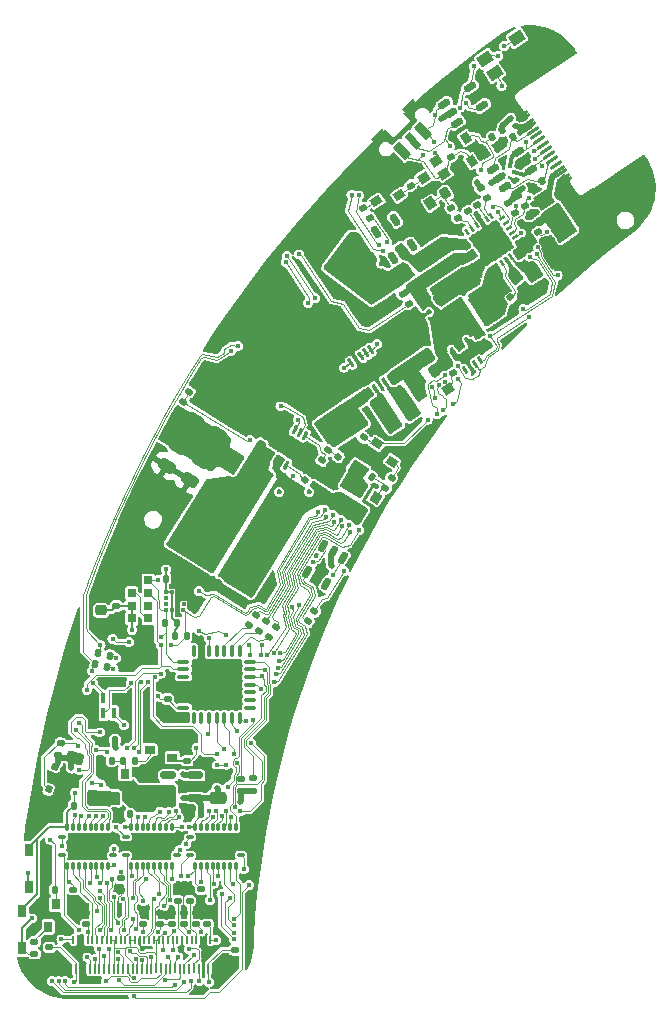
<source format=gbr>
%TF.GenerationSoftware,KiCad,Pcbnew,8.0.4*%
%TF.CreationDate,2024-09-02T19:36:39+02:00*%
%TF.ProjectId,Zoka-MainBoard,5a6f6b61-2d4d-4616-996e-426f6172642e,rev?*%
%TF.SameCoordinates,Original*%
%TF.FileFunction,Copper,L1,Top*%
%TF.FilePolarity,Positive*%
%FSLAX46Y46*%
G04 Gerber Fmt 4.6, Leading zero omitted, Abs format (unit mm)*
G04 Created by KiCad (PCBNEW 8.0.4) date 2024-09-02 19:36:39*
%MOMM*%
%LPD*%
G01*
G04 APERTURE LIST*
G04 Aperture macros list*
%AMRoundRect*
0 Rectangle with rounded corners*
0 $1 Rounding radius*
0 $2 $3 $4 $5 $6 $7 $8 $9 X,Y pos of 4 corners*
0 Add a 4 corners polygon primitive as box body*
4,1,4,$2,$3,$4,$5,$6,$7,$8,$9,$2,$3,0*
0 Add four circle primitives for the rounded corners*
1,1,$1+$1,$2,$3*
1,1,$1+$1,$4,$5*
1,1,$1+$1,$6,$7*
1,1,$1+$1,$8,$9*
0 Add four rect primitives between the rounded corners*
20,1,$1+$1,$2,$3,$4,$5,0*
20,1,$1+$1,$4,$5,$6,$7,0*
20,1,$1+$1,$6,$7,$8,$9,0*
20,1,$1+$1,$8,$9,$2,$3,0*%
%AMHorizOval*
0 Thick line with rounded ends*
0 $1 width*
0 $2 $3 position (X,Y) of the first rounded end (center of the circle)*
0 $4 $5 position (X,Y) of the second rounded end (center of the circle)*
0 Add line between two ends*
20,1,$1,$2,$3,$4,$5,0*
0 Add two circle primitives to create the rounded ends*
1,1,$1,$2,$3*
1,1,$1,$4,$5*%
%AMRotRect*
0 Rectangle, with rotation*
0 The origin of the aperture is its center*
0 $1 length*
0 $2 width*
0 $3 Rotation angle, in degrees counterclockwise*
0 Add horizontal line*
21,1,$1,$2,0,0,$3*%
G04 Aperture macros list end*
%TA.AperFunction,SMDPad,CuDef*%
%ADD10RoundRect,0.200000X-0.015587X-0.339679X0.318352X-0.119487X0.015587X0.339679X-0.318352X0.119487X0*%
%TD*%
%TA.AperFunction,SMDPad,CuDef*%
%ADD11RoundRect,0.135000X-0.135000X-0.185000X0.135000X-0.185000X0.135000X0.185000X-0.135000X0.185000X0*%
%TD*%
%TA.AperFunction,SMDPad,CuDef*%
%ADD12RotRect,1.300000X2.220000X213.400000*%
%TD*%
%TA.AperFunction,SMDPad,CuDef*%
%ADD13RoundRect,0.250000X-0.273574X0.461825X-0.535567X0.035962X0.273574X-0.461825X0.535567X-0.035962X0*%
%TD*%
%TA.AperFunction,SMDPad,CuDef*%
%ADD14RoundRect,0.135000X-0.228762X0.010866X-0.080132X-0.214543X0.228762X-0.010866X0.080132X0.214543X0*%
%TD*%
%TA.AperFunction,SMDPad,CuDef*%
%ADD15R,0.700000X0.725000*%
%TD*%
%TA.AperFunction,SMDPad,CuDef*%
%ADD16RoundRect,0.150000X-0.345419X0.251367X0.094965X-0.416511X0.345419X-0.251367X-0.094965X0.416511X0*%
%TD*%
%TA.AperFunction,SMDPad,CuDef*%
%ADD17RotRect,0.700000X0.900000X33.400000*%
%TD*%
%TA.AperFunction,SMDPad,CuDef*%
%ADD18RoundRect,0.135000X0.135000X0.185000X-0.135000X0.185000X-0.135000X-0.185000X0.135000X-0.185000X0*%
%TD*%
%TA.AperFunction,SMDPad,CuDef*%
%ADD19RotRect,1.000000X0.700000X90.001000*%
%TD*%
%TA.AperFunction,SMDPad,CuDef*%
%ADD20RoundRect,0.250000X0.475000X-0.250000X0.475000X0.250000X-0.475000X0.250000X-0.475000X-0.250000X0*%
%TD*%
%TA.AperFunction,SMDPad,CuDef*%
%ADD21RoundRect,0.250000X0.273574X-0.461825X0.535567X-0.035962X-0.273574X0.461825X-0.535567X0.035962X0*%
%TD*%
%TA.AperFunction,SMDPad,CuDef*%
%ADD22RoundRect,0.150000X0.251367X0.345419X-0.416511X-0.094965X-0.251367X-0.345419X0.416511X0.094965X0*%
%TD*%
%TA.AperFunction,SMDPad,CuDef*%
%ADD23RoundRect,0.140000X0.140000X0.170000X-0.140000X0.170000X-0.140000X-0.170000X0.140000X-0.170000X0*%
%TD*%
%TA.AperFunction,SMDPad,CuDef*%
%ADD24RoundRect,0.250000X0.534173X0.052766X0.258933X0.470190X-0.534173X-0.052766X-0.258933X-0.470190X0*%
%TD*%
%TA.AperFunction,SMDPad,CuDef*%
%ADD25RoundRect,0.140000X0.170000X-0.140000X0.170000X0.140000X-0.170000X0.140000X-0.170000X-0.140000X0*%
%TD*%
%TA.AperFunction,SMDPad,CuDef*%
%ADD26RoundRect,0.135000X0.010866X0.228762X-0.214543X0.080132X-0.010866X-0.228762X0.214543X-0.080132X0*%
%TD*%
%TA.AperFunction,SMDPad,CuDef*%
%ADD27RoundRect,0.135000X0.178282X0.143756X-0.082518X0.213637X-0.178282X-0.143756X0.082518X-0.213637X0*%
%TD*%
%TA.AperFunction,SMDPad,CuDef*%
%ADD28RoundRect,0.135000X0.185000X-0.135000X0.185000X0.135000X-0.185000X0.135000X-0.185000X-0.135000X0*%
%TD*%
%TA.AperFunction,SMDPad,CuDef*%
%ADD29RoundRect,0.050000X-0.050000X-0.385000X0.050000X-0.385000X0.050000X0.385000X-0.050000X0.385000X0*%
%TD*%
%TA.AperFunction,SMDPad,CuDef*%
%ADD30RoundRect,0.050000X-0.050000X-0.275000X0.050000X-0.275000X0.050000X0.275000X-0.050000X0.275000X0*%
%TD*%
%TA.AperFunction,SMDPad,CuDef*%
%ADD31RoundRect,0.100000X-0.100000X-0.350000X0.100000X-0.350000X0.100000X0.350000X-0.100000X0.350000X0*%
%TD*%
%TA.AperFunction,SMDPad,CuDef*%
%ADD32RoundRect,0.135000X0.086831X-0.211921X0.228308X0.018046X-0.086831X0.211921X-0.228308X-0.018046X0*%
%TD*%
%TA.AperFunction,SMDPad,CuDef*%
%ADD33RoundRect,0.075000X-0.075000X0.437500X-0.075000X-0.437500X0.075000X-0.437500X0.075000X0.437500X0*%
%TD*%
%TA.AperFunction,SMDPad,CuDef*%
%ADD34RoundRect,0.075000X-0.437500X0.075000X-0.437500X-0.075000X0.437500X-0.075000X0.437500X0.075000X0*%
%TD*%
%TA.AperFunction,SMDPad,CuDef*%
%ADD35R,4.250000X4.250000*%
%TD*%
%TA.AperFunction,SMDPad,CuDef*%
%ADD36RoundRect,0.140000X-0.170000X0.140000X-0.170000X-0.140000X0.170000X-0.140000X0.170000X0.140000X0*%
%TD*%
%TA.AperFunction,SMDPad,CuDef*%
%ADD37RoundRect,0.140000X0.218991X-0.023297X0.064857X0.210460X-0.218991X0.023297X-0.064857X-0.210460X0*%
%TD*%
%TA.AperFunction,SMDPad,CuDef*%
%ADD38RoundRect,0.135000X0.228762X-0.010866X0.080132X0.214543X-0.228762X0.010866X-0.080132X-0.214543X0*%
%TD*%
%TA.AperFunction,SMDPad,CuDef*%
%ADD39RoundRect,0.060000X0.158986X0.176701X-0.225044X-0.076520X-0.158986X-0.176701X0.225044X0.076520X0*%
%TD*%
%TA.AperFunction,SMDPad,CuDef*%
%ADD40RoundRect,0.060000X-0.076520X0.225044X-0.176701X0.158986X0.076520X-0.225044X0.176701X-0.158986X0*%
%TD*%
%TA.AperFunction,ComponentPad*%
%ADD41C,0.500000*%
%TD*%
%TA.AperFunction,SMDPad,CuDef*%
%ADD42RotRect,2.700000X2.700000X213.400000*%
%TD*%
%TA.AperFunction,SMDPad,CuDef*%
%ADD43RoundRect,0.135000X-0.086831X0.211921X-0.228308X-0.018046X0.086831X-0.211921X0.228308X0.018046X0*%
%TD*%
%TA.AperFunction,SMDPad,CuDef*%
%ADD44R,0.700000X1.000000*%
%TD*%
%TA.AperFunction,SMDPad,CuDef*%
%ADD45R,0.700000X0.900000*%
%TD*%
%TA.AperFunction,SMDPad,CuDef*%
%ADD46RotRect,1.000000X3.500000X143.400000*%
%TD*%
%TA.AperFunction,SMDPad,CuDef*%
%ADD47RotRect,1.500000X3.400000X143.400000*%
%TD*%
%TA.AperFunction,SMDPad,CuDef*%
%ADD48RotRect,0.850000X1.000000X213.400000*%
%TD*%
%TA.AperFunction,SMDPad,CuDef*%
%ADD49RotRect,0.700000X0.900000X123.400000*%
%TD*%
%TA.AperFunction,SMDPad,CuDef*%
%ADD50RoundRect,0.012000X0.288000X0.108000X-0.288000X0.108000X-0.288000X-0.108000X0.288000X-0.108000X0*%
%TD*%
%TA.AperFunction,SMDPad,CuDef*%
%ADD51RoundRect,0.012000X0.108000X-0.288000X0.108000X0.288000X-0.108000X0.288000X-0.108000X-0.288000X0*%
%TD*%
%TA.AperFunction,ComponentPad*%
%ADD52C,0.300000*%
%TD*%
%TA.AperFunction,SMDPad,CuDef*%
%ADD53R,3.050000X2.050000*%
%TD*%
%TA.AperFunction,SMDPad,CuDef*%
%ADD54RoundRect,0.135000X0.143756X-0.178282X0.213637X0.082518X-0.143756X0.178282X-0.213637X-0.082518X0*%
%TD*%
%TA.AperFunction,SMDPad,CuDef*%
%ADD55RoundRect,0.225000X-0.332570X0.050221X-0.084854X-0.325461X0.332570X-0.050221X0.084854X0.325461X0*%
%TD*%
%TA.AperFunction,SMDPad,CuDef*%
%ADD56RoundRect,0.140000X-0.218991X0.023297X-0.064857X-0.210460X0.218991X-0.023297X0.064857X0.210460X0*%
%TD*%
%TA.AperFunction,SMDPad,CuDef*%
%ADD57RotRect,0.900000X0.800000X213.400000*%
%TD*%
%TA.AperFunction,SMDPad,CuDef*%
%ADD58RoundRect,0.250000X-0.394110X0.364421X-0.523520X-0.118542X0.394110X-0.364421X0.523520X0.118542X0*%
%TD*%
%TA.AperFunction,SMDPad,CuDef*%
%ADD59R,0.350000X0.375000*%
%TD*%
%TA.AperFunction,SMDPad,CuDef*%
%ADD60R,0.375000X0.350000*%
%TD*%
%TA.AperFunction,SMDPad,CuDef*%
%ADD61R,0.900000X0.700000*%
%TD*%
%TA.AperFunction,SMDPad,CuDef*%
%ADD62RoundRect,0.140000X0.071436X-0.208319X0.218152X0.030164X-0.071436X0.208319X-0.218152X-0.030164X0*%
%TD*%
%TA.AperFunction,SMDPad,CuDef*%
%ADD63RoundRect,0.250000X-0.534173X-0.052766X-0.258933X-0.470190X0.534173X0.052766X0.258933X0.470190X0*%
%TD*%
%TA.AperFunction,SMDPad,CuDef*%
%ADD64RoundRect,0.075000X-0.213996X0.188297X0.088769X-0.270869X0.213996X-0.188297X-0.088769X0.270869X0*%
%TD*%
%TA.AperFunction,SMDPad,CuDef*%
%ADD65RotRect,0.800000X1.380000X303.400000*%
%TD*%
%TA.AperFunction,SMDPad,CuDef*%
%ADD66RoundRect,0.140000X-0.023297X-0.218991X0.210460X-0.064857X0.023297X0.218991X-0.210460X0.064857X0*%
%TD*%
%TA.AperFunction,SMDPad,CuDef*%
%ADD67RoundRect,0.225000X0.250000X-0.225000X0.250000X0.225000X-0.250000X0.225000X-0.250000X-0.225000X0*%
%TD*%
%TA.AperFunction,SMDPad,CuDef*%
%ADD68RoundRect,0.250000X0.052766X-0.534173X0.470190X-0.258933X-0.052766X0.534173X-0.470190X0.258933X0*%
%TD*%
%TA.AperFunction,SMDPad,CuDef*%
%ADD69RoundRect,0.150000X-0.081835X-0.419289X0.337353X0.262093X0.081835X0.419289X-0.337353X-0.262093X0*%
%TD*%
%TA.AperFunction,SMDPad,CuDef*%
%ADD70RoundRect,0.200000X0.015587X0.339679X-0.318352X0.119487X-0.015587X-0.339679X0.318352X-0.119487X0*%
%TD*%
%TA.AperFunction,SMDPad,CuDef*%
%ADD71RoundRect,0.140000X-0.127973X0.179229X-0.200442X-0.091230X0.127973X-0.179229X0.200442X0.091230X0*%
%TD*%
%TA.AperFunction,SMDPad,CuDef*%
%ADD72RotRect,0.280000X0.280000X238.400000*%
%TD*%
%TA.AperFunction,SMDPad,CuDef*%
%ADD73HorizOval,0.280000X-0.149336X-0.242742X0.149336X0.242742X0*%
%TD*%
%TA.AperFunction,ComponentPad*%
%ADD74C,0.600000*%
%TD*%
%TA.AperFunction,SMDPad,CuDef*%
%ADD75RotRect,0.680000X1.050000X238.400000*%
%TD*%
%TA.AperFunction,SMDPad,CuDef*%
%ADD76RotRect,0.260000X0.500000X238.400000*%
%TD*%
%TA.AperFunction,SMDPad,CuDef*%
%ADD77RotRect,0.280000X0.700000X238.400000*%
%TD*%
%TA.AperFunction,SMDPad,CuDef*%
%ADD78RotRect,1.650000X2.400000X238.400000*%
%TD*%
%TA.AperFunction,SMDPad,CuDef*%
%ADD79RoundRect,0.140000X-0.071436X0.208319X-0.218152X-0.030164X0.071436X-0.208319X0.218152X0.030164X0*%
%TD*%
%TA.AperFunction,SMDPad,CuDef*%
%ADD80RotRect,0.900000X0.800000X238.400000*%
%TD*%
%TA.AperFunction,SMDPad,CuDef*%
%ADD81RoundRect,0.150000X0.512500X0.150000X-0.512500X0.150000X-0.512500X-0.150000X0.512500X-0.150000X0*%
%TD*%
%TA.AperFunction,SMDPad,CuDef*%
%ADD82RoundRect,0.140000X-0.140000X-0.170000X0.140000X-0.170000X0.140000X0.170000X-0.140000X0.170000X0*%
%TD*%
%TA.AperFunction,SMDPad,CuDef*%
%ADD83RotRect,1.200000X0.950000X33.400000*%
%TD*%
%TA.AperFunction,SMDPad,CuDef*%
%ADD84RotRect,1.300000X1.400000X328.400000*%
%TD*%
%TA.AperFunction,SMDPad,CuDef*%
%ADD85RotRect,0.280000X0.280000X123.400000*%
%TD*%
%TA.AperFunction,SMDPad,CuDef*%
%ADD86HorizOval,0.280000X-0.156887X0.237932X0.156887X-0.237932X0*%
%TD*%
%TA.AperFunction,SMDPad,CuDef*%
%ADD87RotRect,0.680000X1.050000X123.400000*%
%TD*%
%TA.AperFunction,SMDPad,CuDef*%
%ADD88RotRect,0.260000X0.500000X123.400000*%
%TD*%
%TA.AperFunction,SMDPad,CuDef*%
%ADD89RotRect,0.280000X0.700000X123.400000*%
%TD*%
%TA.AperFunction,SMDPad,CuDef*%
%ADD90RotRect,1.650000X2.400000X123.400000*%
%TD*%
%TA.AperFunction,SMDPad,CuDef*%
%ADD91RotRect,0.300000X1.150000X123.400000*%
%TD*%
%TA.AperFunction,ComponentPad*%
%ADD92HorizOval,1.000000X0.333939X0.220192X-0.333939X-0.220192X0*%
%TD*%
%TA.AperFunction,ComponentPad*%
%ADD93HorizOval,1.000000X0.500909X0.330288X-0.500909X-0.330288X0*%
%TD*%
%TA.AperFunction,SMDPad,CuDef*%
%ADD94RoundRect,0.135000X-0.211921X-0.086831X0.018046X-0.228308X0.211921X0.086831X-0.018046X0.228308X0*%
%TD*%
%TA.AperFunction,SMDPad,CuDef*%
%ADD95RoundRect,0.100000X-0.862636X0.808693X0.403470X-1.111457X0.862636X-0.808693X-0.403470X1.111457X0*%
%TD*%
%TA.AperFunction,SMDPad,CuDef*%
%ADD96RoundRect,0.425000X-0.267049X0.663276X-0.712437X-0.060692X0.267049X-0.663276X0.712437X0.060692X0*%
%TD*%
%TA.AperFunction,SMDPad,CuDef*%
%ADD97R,0.400000X0.950000*%
%TD*%
%TA.AperFunction,SMDPad,CuDef*%
%ADD98R,0.350000X2.300000*%
%TD*%
%TA.AperFunction,SMDPad,CuDef*%
%ADD99R,1.300000X0.350000*%
%TD*%
%TA.AperFunction,SMDPad,CuDef*%
%ADD100RoundRect,0.140000X-0.179229X-0.127973X0.091230X-0.200442X0.179229X0.127973X-0.091230X0.200442X0*%
%TD*%
%TA.AperFunction,SMDPad,CuDef*%
%ADD101R,0.800000X0.900000*%
%TD*%
%TA.AperFunction,SMDPad,CuDef*%
%ADD102RotRect,0.750000X1.500000X223.400000*%
%TD*%
%TA.AperFunction,SMDPad,CuDef*%
%ADD103RotRect,0.600000X1.500000X223.400000*%
%TD*%
%TA.AperFunction,SMDPad,CuDef*%
%ADD104RotRect,1.300000X0.900000X223.400000*%
%TD*%
%TA.AperFunction,SMDPad,CuDef*%
%ADD105RotRect,0.700000X0.900000X238.400000*%
%TD*%
%TA.AperFunction,SMDPad,CuDef*%
%ADD106RotRect,1.300000X1.400000X123.400000*%
%TD*%
%TA.AperFunction,ViaPad*%
%ADD107C,0.450000*%
%TD*%
%TA.AperFunction,Conductor*%
%ADD108C,0.100000*%
%TD*%
%TA.AperFunction,Conductor*%
%ADD109C,0.500000*%
%TD*%
%TA.AperFunction,Conductor*%
%ADD110C,0.200000*%
%TD*%
%TA.AperFunction,Conductor*%
%ADD111C,0.350000*%
%TD*%
G04 APERTURE END LIST*
D10*
%TO.P,R309,1*%
%TO.N,Net-(R308-Pad2)*%
X182576670Y-47419278D03*
%TO.P,R309,2*%
%TO.N,GND*%
X183954168Y-46510984D03*
%TD*%
D11*
%TO.P,R307,1*%
%TO.N,Net-(Q302-G)*%
X155302992Y-95443456D03*
%TO.P,R307,2*%
%TO.N,Net-(Q301-D)*%
X156322992Y-95443456D03*
%TD*%
D12*
%TO.P,L302,1*%
%TO.N,/Battery Management/NET_BEFORE_INDUCTOR*%
X185624344Y-56605765D03*
%TO.P,L302,2*%
%TO.N,/Battery Management/VSYS_UNCUT*%
X183854466Y-57772785D03*
%TD*%
D13*
%TO.P,C320,1*%
%TO.N,+10V*%
X159970496Y-68868126D03*
%TO.P,C320,2*%
%TO.N,GND*%
X158974922Y-70486408D03*
%TD*%
D14*
%TO.P,R315,1*%
%TO.N,/Battery Management/VSYS_UNCUT*%
X178948600Y-55925986D03*
%TO.P,R315,2*%
%TO.N,/ENCODER_S1*%
X179510090Y-56777530D03*
%TD*%
D15*
%TO.P,U501,1,GND*%
%TO.N,GND*%
X156026136Y-80181627D03*
%TO.P,U501,2,CATHODE_SENSOR*%
%TO.N,Net-(U501-CATHODE_LED)*%
X156026136Y-81256627D03*
%TO.P,U501,3,VDD*%
%TO.N,+3.3V*%
X156026136Y-82331627D03*
%TO.P,U501,4,ANODE*%
X156026136Y-83406627D03*
%TO.P,U501,5,CATHODE_LED*%
%TO.N,Net-(U501-CATHODE_LED)*%
X157426136Y-83406627D03*
%TO.P,U501,6,INT*%
%TO.N,unconnected-(U501-INT-Pad6)*%
X157426136Y-82331627D03*
%TO.P,U501,7,SDA*%
%TO.N,/SDA*%
X157426136Y-81256627D03*
%TO.P,U501,8,SCL*%
%TO.N,/SCL*%
X157426136Y-80181627D03*
%TD*%
D16*
%TO.P,D301,1,IO1*%
%TO.N,unconnected-(D301-IO1-Pad1)*%
X178328799Y-49651266D03*
%TO.P,D301,2,VN*%
%TO.N,GND*%
X177535693Y-50174223D03*
%TO.P,D301,3,IO2*%
%TO.N,unconnected-(D301-IO2-Pad3)*%
X176742588Y-50697179D03*
%TO.P,D301,4,IO3*%
%TO.N,unconnected-(D301-IO3-Pad4)*%
X178173837Y-52867784D03*
%TO.P,D301,5,VP*%
%TO.N,/Battery Management/VBAT*%
X178966943Y-52344827D03*
%TO.P,D301,6,IO4*%
%TO.N,unconnected-(D301-IO4-Pad6)*%
X179760048Y-51821871D03*
%TD*%
D17*
%TO.P,Q305,1,G*%
%TO.N,/ENCODER_S2*%
X184816285Y-44684815D03*
%TO.P,Q305,2,S*%
%TO.N,GND*%
X185901587Y-43969190D03*
%TO.P,Q305,3,D*%
%TO.N,/Battery Management/ENCODER_BUTTON*%
X184313022Y-42740792D03*
%TD*%
D18*
%TO.P,R506,1*%
%TO.N,/LEDS_ENABLE*%
X149522984Y-106368457D03*
%TO.P,R506,2*%
%TO.N,GND*%
X148502984Y-106368457D03*
%TD*%
%TO.P,R206,1*%
%TO.N,+3.3V*%
X159888530Y-83803822D03*
%TO.P,R206,2*%
%TO.N,/SCL*%
X158868530Y-83803822D03*
%TD*%
D11*
%TO.P,R205,1*%
%TO.N,+3.3V*%
X159668530Y-84861956D03*
%TO.P,R205,2*%
%TO.N,/SDA*%
X160688530Y-84861956D03*
%TD*%
D19*
%TO.P,LED502,1,K*%
%TO.N,Net-(LED502-K)*%
X147288015Y-106168458D03*
%TO.P,LED502,2,A*%
%TO.N,+3.3V*%
X147287959Y-102968458D03*
%TD*%
D20*
%TO.P,C301,1*%
%TO.N,+3.3V*%
X163300490Y-98593455D03*
%TO.P,C301,2*%
%TO.N,GND*%
X163300490Y-96693455D03*
%TD*%
D21*
%TO.P,C321,1*%
%TO.N,+10V*%
X161385255Y-66568470D03*
%TO.P,C321,2*%
%TO.N,GND*%
X162380829Y-64950188D03*
%TD*%
D22*
%TO.P,D501,1,IO1*%
%TO.N,/ENCODER_A*%
X185709400Y-40004109D03*
%TO.P,D501,2,VN*%
%TO.N,GND*%
X185186443Y-39211003D03*
%TO.P,D501,3,IO2*%
%TO.N,/ENCODER_B*%
X184663487Y-38417898D03*
%TO.P,D501,4,IO3*%
%TO.N,/ENCODER_S2*%
X182492882Y-39849147D03*
%TO.P,D501,5,VP*%
%TO.N,+3.3V*%
X183015839Y-40642253D03*
%TO.P,D501,6,IO4*%
%TO.N,/ENCODER_S1*%
X183538795Y-41435358D03*
%TD*%
D23*
%TO.P,C402,1*%
%TO.N,+3.3V*%
X151106143Y-99251631D03*
%TO.P,C402,2*%
%TO.N,GND*%
X150146143Y-99251631D03*
%TD*%
D20*
%TO.P,C304,1*%
%TO.N,+1V8*%
X157209634Y-98593455D03*
%TO.P,C304,2*%
%TO.N,GND*%
X157209634Y-96693455D03*
%TD*%
D24*
%TO.P,C306,1*%
%TO.N,/Battery Management/VSYS*%
X180731982Y-61246748D03*
%TO.P,C306,2*%
%TO.N,GND*%
X179686068Y-59660538D03*
%TD*%
D25*
%TO.P,C407,1*%
%TO.N,/1.8V_LCD*%
X159437986Y-109303455D03*
%TO.P,C407,2*%
%TO.N,GND*%
X159437986Y-108343455D03*
%TD*%
D26*
%TO.P,R314,1*%
%TO.N,+3.3V*%
X187388006Y-42090704D03*
%TO.P,R314,2*%
%TO.N,/Battery Management/ENCODER_BUTTON*%
X186536462Y-42652194D03*
%TD*%
D23*
%TO.P,C401,1*%
%TO.N,+3.3V*%
X161892985Y-99993457D03*
%TO.P,C401,2*%
%TO.N,GND*%
X160932985Y-99993457D03*
%TD*%
D27*
%TO.P,R503,1*%
%TO.N,+3.3V*%
X154193761Y-86558627D03*
%TO.P,R503,2*%
%TO.N,/ENCODER_A*%
X153208517Y-86294631D03*
%TD*%
D28*
%TO.P,R507,1*%
%TO.N,Net-(LED502-K)*%
X147787989Y-111803458D03*
%TO.P,R507,2*%
%TO.N,Net-(Q501-D)*%
X147787989Y-110783458D03*
%TD*%
D25*
%TO.P,C412,1*%
%TO.N,Net-(J401-VOFS)*%
X161437985Y-109303455D03*
%TO.P,C412,2*%
%TO.N,GND*%
X161437985Y-108343455D03*
%TD*%
D29*
%TO.P,J401,1,GND*%
%TO.N,GND*%
X150890580Y-113046793D03*
D30*
%TO.P,J401,2,VCCP*%
%TO.N,Net-(C411-Pad1)*%
X151090580Y-110636793D03*
D29*
%TO.P,J401,3,VDD2*%
%TO.N,+10V*%
X151290580Y-113046793D03*
D30*
%TO.P,J401,4,GND*%
%TO.N,GND*%
X151490580Y-110636793D03*
D29*
%TO.P,J401,5,GND*%
X151690580Y-113046793D03*
D30*
%TO.P,J401,6,Vcath*%
X151890580Y-110636793D03*
D29*
%TO.P,J401,7,GND*%
X152090580Y-113046793D03*
D30*
%TO.P,J401,8,VDD1*%
%TO.N,/1.8V_LCD*%
X152290580Y-110636793D03*
D29*
%TO.P,J401,9,MCLK*%
%TO.N,/OLED/MCLK_1.8V*%
X152490580Y-113046793D03*
D30*
%TO.P,J401,10,XHD*%
%TO.N,/OLED/XHD_1.8V*%
X152690580Y-110636793D03*
D29*
%TO.P,J401,11,XVD*%
%TO.N,/OLED/XVD_1.8V*%
X152890580Y-113046793D03*
D30*
%TO.P,J401,12,XCLR*%
%TO.N,/OLED/XCLR_1.8V*%
X153090580Y-110636793D03*
D29*
%TO.P,J401,13,Rin7*%
%TO.N,/OLED/R7_1.8V*%
X153290580Y-113046793D03*
D30*
%TO.P,J401,14,Rin6*%
%TO.N,/OLED/R6_1.8V*%
X153490580Y-110636793D03*
D29*
%TO.P,J401,15,Rin5*%
%TO.N,/OLED/R5_1.8V*%
X153690580Y-113046793D03*
D30*
%TO.P,J401,16,Rin4*%
%TO.N,/OLED/R4_1.8V*%
X153890580Y-110636793D03*
D29*
%TO.P,J401,17,Rin3*%
%TO.N,/OLED/R3_1.8V*%
X154090580Y-113046793D03*
D30*
%TO.P,J401,18,Rin2*%
%TO.N,/OLED/RGB_LSB_1.8V*%
X154290580Y-110636793D03*
D29*
%TO.P,J401,19,Rin1*%
X154490580Y-113046793D03*
D30*
%TO.P,J401,20,Rin0*%
X154690580Y-110636793D03*
D29*
%TO.P,J401,21,Gin7*%
%TO.N,/OLED/G7_1.8V*%
X154890580Y-113046793D03*
D30*
%TO.P,J401,22,Gin6*%
%TO.N,/OLED/G6_1.8V*%
X155090580Y-110636793D03*
D29*
%TO.P,J401,23,Gin5*%
%TO.N,/OLED/G5_1.8V*%
X155290580Y-113046793D03*
D30*
%TO.P,J401,24,Gin4*%
%TO.N,/OLED/G4_1.8V*%
X155490580Y-110636793D03*
D29*
%TO.P,J401,25,Gin3*%
%TO.N,/OLED/G3_1.8V*%
X155690580Y-113046793D03*
D30*
%TO.P,J401,26,Gin2*%
%TO.N,/OLED/RGB_LSB_1.8V*%
X155890580Y-110636793D03*
D29*
%TO.P,J401,27,Gin1*%
X156090580Y-113046793D03*
D30*
%TO.P,J401,28,Gin0*%
X156290580Y-110636793D03*
D29*
%TO.P,J401,29,VDD1*%
%TO.N,/1.8V_LCD*%
X156490580Y-113046793D03*
D30*
%TO.P,J401,30,GND*%
%TO.N,GND*%
X156690580Y-110636793D03*
D29*
%TO.P,J401,31,Bin7*%
%TO.N,/OLED/B7_1.8V*%
X156890580Y-113046793D03*
D30*
%TO.P,J401,32,Bin6*%
%TO.N,/OLED/B6_1.8V*%
X157090580Y-110636793D03*
D29*
%TO.P,J401,33,Bin5*%
%TO.N,/OLED/B5_1.8V*%
X157290580Y-113046793D03*
D30*
%TO.P,J401,34,Bin4*%
%TO.N,/OLED/B4_1.8V*%
X157490580Y-110636793D03*
D29*
%TO.P,J401,35,Bin3*%
%TO.N,/OLED/B3_1.8V*%
X157690580Y-113046793D03*
D30*
%TO.P,J401,36,Bin2*%
%TO.N,/OLED/RGB_LSB_1.8V*%
X157890580Y-110636793D03*
D29*
%TO.P,J401,37,BIn1*%
X158100192Y-113041104D03*
D30*
%TO.P,J401,38,Bin0*%
X158290580Y-110636793D03*
D29*
%TO.P,J401,39,TEST(SCAN_MODE)*%
%TO.N,Net-(J401-TEST(SCAN_MODE))*%
X158490022Y-113041104D03*
D30*
%TO.P,J401,40,TEST(TEN)*%
%TO.N,/1.8V_LCD*%
X158690580Y-110636793D03*
D29*
%TO.P,J401,41,TEST(PSCNT)*%
%TO.N,Net-(J401-TEST(PSCNT))*%
X158915699Y-113045585D03*
D30*
%TO.P,J401,42,XCS*%
%TO.N,/OLED/CS_1.8V*%
X159090580Y-110636793D03*
D29*
%TO.P,J401,43,XSCK*%
%TO.N,/OLED/SCK_1.8V*%
X159290580Y-113046793D03*
D30*
%TO.P,J401,44,SI*%
%TO.N,/OLED/MOSI_1.8V*%
X159490580Y-110636793D03*
D29*
%TO.P,J401,45,SO*%
%TO.N,/OLED/MISO_1.8V*%
X159690878Y-113041104D03*
D30*
%TO.P,J401,46,TEST(DDEN)*%
%TO.N,unconnected-(J401-TEST(DDEN)-Pad46)*%
X159890580Y-110636793D03*
D29*
%TO.P,J401,47,TEST(VFUSE)*%
%TO.N,Net-(J401-TEST(VFUSE))*%
X160090580Y-113046793D03*
D30*
%TO.P,J401,48,GND*%
%TO.N,GND*%
X160290580Y-110636793D03*
D29*
%TO.P,J401,49,VDD1*%
%TO.N,/1.8V_LCD*%
X160483534Y-113046793D03*
D30*
%TO.P,J401,50,VCAL*%
%TO.N,Net-(J401-VCAL)*%
X160690580Y-110636793D03*
D29*
%TO.P,J401,51,TEST*%
%TO.N,unconnected-(J401-TEST-Pad51)*%
X160890580Y-113046793D03*
D30*
%TO.P,J401,52,TEST*%
%TO.N,unconnected-(J401-TEST-Pad52)*%
X161090580Y-110636793D03*
D29*
%TO.P,J401,53,VG255*%
%TO.N,Net-(J401-VG255)*%
X161287297Y-113042093D03*
D30*
%TO.P,J401,54,VG0*%
%TO.N,Net-(J401-VG0)*%
X161490580Y-110636793D03*
D29*
%TO.P,J401,55,VOFS*%
%TO.N,Net-(J401-VOFS)*%
X161690580Y-113046793D03*
D30*
%TO.P,J401,56,Vcath*%
%TO.N,GND*%
X161890580Y-110636793D03*
D29*
%TO.P,J401,57,GND*%
X162090580Y-113046793D03*
D30*
%TO.P,J401,58,GND*%
X162290580Y-110636793D03*
D29*
%TO.P,J401,59,VDD2*%
%TO.N,+10V*%
X162490580Y-113046793D03*
D30*
%TO.P,J401,60,VCCP*%
%TO.N,Net-(C411-Pad1)*%
X162690580Y-110636793D03*
D29*
%TO.P,J401,61,GND*%
%TO.N,GND*%
X162890580Y-113046793D03*
D31*
%TO.P,J401,62,ANCHOR*%
X150205580Y-113046793D03*
%TO.P,J401,63,ANCHOR*%
X163575580Y-113046793D03*
%TD*%
D32*
%TO.P,R321,1*%
%TO.N,Net-(U305-FB)*%
X160886197Y-64220945D03*
%TO.P,R321,2*%
%TO.N,GND*%
X161420663Y-63352183D03*
%TD*%
D33*
%TO.P,U202,1,GPB4*%
%TO.N,/MCU/RGB_LED_R*%
X165176144Y-86164129D03*
%TO.P,U202,2,GPB5*%
%TO.N,/MCU/RGB_LED_G*%
X164526144Y-86164129D03*
%TO.P,U202,3,GPB6*%
%TO.N,/MCU/RGB_LED_B*%
X163876144Y-86164129D03*
%TO.P,U202,4,GPB7*%
%TO.N,unconnected-(U202-GPB7-Pad4)*%
X163226144Y-86164129D03*
%TO.P,U202,5,VDD*%
%TO.N,+3.3V*%
X162576144Y-86164129D03*
%TO.P,U202,6,VSS*%
%TO.N,GND*%
X161926144Y-86164129D03*
%TO.P,U202,7,NC*%
%TO.N,unconnected-(U202-NC-Pad7)*%
X161276144Y-86164129D03*
D34*
%TO.P,U202,8,SCK*%
%TO.N,/SCL*%
X160388644Y-87051629D03*
%TO.P,U202,9,SDA*%
%TO.N,/SDA*%
X160388644Y-87701629D03*
%TO.P,U202,10,NC*%
%TO.N,unconnected-(U202-NC-Pad10)*%
X160388644Y-88351629D03*
%TO.P,U202,11,A0*%
%TO.N,GND*%
X160388644Y-89001629D03*
%TO.P,U202,12,A1*%
X160388644Y-89651629D03*
%TO.P,U202,13,A2*%
X160388644Y-90301629D03*
%TO.P,U202,14,~{RESET}*%
%TO.N,+3.3V*%
X160388644Y-90951629D03*
D33*
%TO.P,U202,15,INTB*%
%TO.N,unconnected-(U202-INTB-Pad15)*%
X161276144Y-91839129D03*
%TO.P,U202,16,INTA*%
%TO.N,unconnected-(U202-INTA-Pad16)*%
X161926144Y-91839129D03*
%TO.P,U202,17,GPA0*%
%TO.N,/Battery Management/1.8V_ENABLE*%
X162576144Y-91839129D03*
%TO.P,U202,18,GPA1*%
%TO.N,/Battery Management/10V_ENABLE*%
X163226144Y-91839129D03*
%TO.P,U202,19,GPA2*%
%TO.N,/MCU/RGB_LSB*%
X163876144Y-91839129D03*
%TO.P,U202,20,GPA3*%
%TO.N,/Battery Management/CHARGE_STATUS*%
X164526144Y-91839129D03*
%TO.P,U202,21,GPA4*%
%TO.N,/Battery Management/PGOOD*%
X165176144Y-91839129D03*
D34*
%TO.P,U202,22,GPA5*%
%TO.N,unconnected-(U202-GPA5-Pad22)*%
X166063644Y-90951629D03*
%TO.P,U202,23,GPA6*%
%TO.N,unconnected-(U202-GPA6-Pad23)*%
X166063644Y-90301629D03*
%TO.P,U202,24,GPA7*%
%TO.N,unconnected-(U202-GPA7-Pad24)*%
X166063644Y-89651629D03*
%TO.P,U202,25,GPB0*%
%TO.N,/Battery Management/ENCODER_BUTTON*%
X166063644Y-89001629D03*
%TO.P,U202,26,GPB1*%
%TO.N,/BUTTON1*%
X166063644Y-88351629D03*
%TO.P,U202,27,GPB2*%
%TO.N,/BUTTON2*%
X166063644Y-87701629D03*
%TO.P,U202,28,GPB3*%
%TO.N,/LEDS_ENABLE*%
X166063644Y-87051629D03*
D35*
%TO.P,U202,29,EP*%
%TO.N,GND*%
X163226144Y-89001629D03*
%TD*%
D11*
%TO.P,R306,1*%
%TO.N,+1V8*%
X153302989Y-95443462D03*
%TO.P,R306,2*%
%TO.N,Net-(Q302-G)*%
X154322989Y-95443462D03*
%TD*%
D36*
%TO.P,C414,1*%
%TO.N,+10V*%
X164737989Y-111468455D03*
%TO.P,C414,2*%
%TO.N,GND*%
X164737989Y-112428455D03*
%TD*%
D32*
%TO.P,R319,1*%
%TO.N,Net-(U305-COMP)*%
X172128517Y-70021886D03*
%TO.P,R319,2*%
%TO.N,Net-(C318-Pad1)*%
X172662983Y-69153124D03*
%TD*%
%TO.P,R202,1*%
%TO.N,/MCU/RGB_LED_R*%
X167676428Y-85016776D03*
%TO.P,R202,2*%
%TO.N,Net-(LED201-RA)*%
X168210894Y-84148014D03*
%TD*%
D37*
%TO.P,C307,1*%
%TO.N,/Battery Management/VSYS*%
X179294187Y-62007539D03*
%TO.P,C307,2*%
%TO.N,GND*%
X178765725Y-61206085D03*
%TD*%
D25*
%TO.P,C204,1*%
%TO.N,+3.3V*%
X159076134Y-90231628D03*
%TO.P,C204,2*%
%TO.N,GND*%
X159076134Y-89271628D03*
%TD*%
D14*
%TO.P,R304,1*%
%TO.N,+3.3V*%
X187871420Y-48228217D03*
%TO.P,R304,2*%
%TO.N,/Battery Management/CHARGE_STATUS*%
X188432910Y-49079761D03*
%TD*%
D38*
%TO.P,R301,1*%
%TO.N,Net-(U303-ILIM)*%
X184457722Y-48945917D03*
%TO.P,R301,2*%
%TO.N,GND*%
X183896232Y-48094373D03*
%TD*%
D14*
%TO.P,R313,1*%
%TO.N,/ENCODER_S2*%
X183079110Y-44321012D03*
%TO.P,R313,2*%
%TO.N,GND*%
X183640600Y-45172556D03*
%TD*%
D39*
%TO.P,U303,1,VBUS*%
%TO.N,VBUS*%
X188771849Y-51569340D03*
%TO.P,U303,2,PSEL*%
%TO.N,Net-(U303-PSEL)*%
X188496609Y-51151916D03*
%TO.P,U303,3,~{PG}*%
%TO.N,/Battery Management/PGOOD*%
X188221369Y-50734493D03*
%TO.P,U303,4,STAT*%
%TO.N,/Battery Management/CHARGE_STATUS*%
X187946128Y-50317069D03*
%TO.P,U303,5,SCL*%
%TO.N,/SCL*%
X187670888Y-49899645D03*
%TO.P,U303,6,SDA*%
%TO.N,/SDA*%
X187395648Y-49482221D03*
D40*
%TO.P,U303,7,INT*%
%TO.N,Net-(U303-INT)*%
X186477867Y-49293828D03*
%TO.P,U303,8,OTG*%
%TO.N,Net-(U303-OTG)*%
X186060443Y-49569068D03*
%TO.P,U303,9,~{CE}*%
%TO.N,GND*%
X185643020Y-49844308D03*
%TO.P,U303,10,ILIM*%
%TO.N,Net-(U303-ILIM)*%
X185225596Y-50119549D03*
%TO.P,U303,11,TS*%
%TO.N,Net-(U303-TS)*%
X184808172Y-50394789D03*
%TO.P,U303,12,QON*%
%TO.N,unconnected-(U303-QON-Pad12)*%
X184390748Y-50670029D03*
D39*
%TO.P,U303,13,BAT*%
%TO.N,/Battery Management/VBAT*%
X184202355Y-51587810D03*
%TO.P,U303,14,BAT*%
X184477595Y-52005234D03*
%TO.P,U303,15,SYS*%
%TO.N,/Battery Management/VSYS_UNCUT*%
X184752835Y-52422657D03*
%TO.P,U303,16,SYS*%
X185028076Y-52840081D03*
%TO.P,U303,17,PGND*%
%TO.N,GND*%
X185303316Y-53257505D03*
%TO.P,U303,18,PGND*%
X185578556Y-53674929D03*
D40*
%TO.P,U303,19,SW*%
%TO.N,/Battery Management/NET_BEFORE_INDUCTOR*%
X186496337Y-53863322D03*
%TO.P,U303,20,SW*%
X186913761Y-53588082D03*
%TO.P,U303,21,BTST*%
%TO.N,Net-(U303-BTST)*%
X187331184Y-53312842D03*
%TO.P,U303,22,REGN*%
%TO.N,Net-(U303-REGN)*%
X187748608Y-53037601D03*
%TO.P,U303,23,PMID*%
%TO.N,/Battery Management/PMID*%
X188166032Y-52762361D03*
%TO.P,U303,24,VBUS*%
%TO.N,VBUS*%
X188583456Y-52487121D03*
D41*
%TO.P,U303,25,PAD*%
%TO.N,GND*%
X187321950Y-51028094D03*
X187037583Y-52413423D03*
X186487102Y-51578575D03*
D42*
X186487102Y-51578575D03*
D41*
X185936621Y-50743727D03*
X185652254Y-52129056D03*
%TD*%
D43*
%TO.P,R203,1*%
%TO.N,Net-(LED201-BA)*%
X167359169Y-83624024D03*
%TO.P,R203,2*%
%TO.N,/MCU/RGB_LED_G*%
X166824703Y-84492786D03*
%TD*%
D14*
%TO.P,R317,1*%
%TO.N,/Battery Management/VSYS_UNCUT*%
X182664668Y-61812991D03*
%TO.P,R317,2*%
%TO.N,Net-(Q307-G)*%
X183226158Y-62664535D03*
%TD*%
%TO.P,R324,1*%
%TO.N,Net-(U303-PSEL)*%
X190388363Y-50658716D03*
%TO.P,R324,2*%
%TO.N,GND*%
X190949853Y-51510260D03*
%TD*%
D44*
%TO.P,LED503,1,K*%
%TO.N,Net-(LED502-K)*%
X146762983Y-111343458D03*
%TO.P,LED503,2,A*%
%TO.N,+3.3V*%
X146762983Y-108143458D03*
%TD*%
D45*
%TO.P,Q501,1,G*%
%TO.N,/LEDS_ENABLE*%
X149587989Y-107618459D03*
%TO.P,Q501,2,S*%
%TO.N,GND*%
X148287989Y-107618459D03*
%TO.P,Q501,3,D*%
%TO.N,Net-(Q501-D)*%
X148937989Y-109518459D03*
%TD*%
D32*
%TO.P,R501,1*%
%TO.N,/User Input/PLUG_DETECTION*%
X170958911Y-83661008D03*
%TO.P,R501,2*%
%TO.N,Net-(J501-Pad1)*%
X171493377Y-82792246D03*
%TD*%
D36*
%TO.P,C404,1*%
%TO.N,+1V8*%
X161894909Y-106329399D03*
%TO.P,C404,2*%
%TO.N,GND*%
X161894909Y-107289399D03*
%TD*%
D46*
%TO.P,J301,1,-*%
%TO.N,GND*%
X172504912Y-51634839D03*
%TO.P,J301,2,+*%
%TO.N,/Battery Management/VBAT_NOT_FUSED*%
X174110547Y-52827289D03*
D47*
%TO.P,J301,3*%
%TO.N,GND*%
X167189998Y-54849911D03*
%TO.P,J301,4*%
X172568875Y-58844618D03*
%TD*%
D48*
%TO.P,RT301,1*%
%TO.N,Net-(R308-Pad2)*%
X181309032Y-48267106D03*
%TO.P,RT301,2*%
%TO.N,GND*%
X180015018Y-49120352D03*
%TD*%
D49*
%TO.P,Q306,1,G*%
%TO.N,Net-(D302-K)*%
X178686083Y-47559056D03*
%TO.P,Q306,2,S*%
%TO.N,GND*%
X177970458Y-46473754D03*
%TO.P,Q306,3,D*%
%TO.N,Net-(Q306-D)*%
X176742060Y-48062319D03*
%TD*%
D43*
%TO.P,R204,1*%
%TO.N,Net-(LED201-GA)*%
X166507439Y-83100041D03*
%TO.P,R204,2*%
%TO.N,/MCU/RGB_LED_B*%
X165972973Y-83968803D03*
%TD*%
D50*
%TO.P,U402,1,A1*%
%TO.N,/OLED/G5_1.8V*%
X155537987Y-103443462D03*
D51*
%TO.P,U402,2,VCCA*%
%TO.N,+1V8*%
X155937987Y-104343462D03*
%TO.P,U402,3,A2*%
%TO.N,/OLED/G6_1.8V*%
X156437987Y-104343462D03*
%TO.P,U402,4,A3*%
%TO.N,/OLED/G7_1.8V*%
X156937987Y-104343462D03*
%TO.P,U402,5,A4*%
%TO.N,/OLED/B3_1.8V*%
X157437987Y-104343462D03*
%TO.P,U402,6,A5*%
%TO.N,/OLED/B4_1.8V*%
X157937987Y-104343462D03*
%TO.P,U402,7,A6*%
%TO.N,/OLED/B5_1.8V*%
X158437987Y-104343462D03*
%TO.P,U402,8,A7*%
%TO.N,/OLED/B6_1.8V*%
X158937987Y-104343462D03*
%TO.P,U402,9,A8*%
%TO.N,/OLED/B7_1.8V*%
X159437987Y-104343462D03*
D50*
%TO.P,U402,10,OE*%
%TO.N,+1V8*%
X159837987Y-103443462D03*
D52*
%TO.P,U402,11,GND*%
%TO.N,GND*%
X157687987Y-103468462D03*
X156412987Y-102693462D03*
D53*
X157687987Y-102693462D03*
D52*
X158962987Y-102693462D03*
D50*
X159837987Y-101943462D03*
D52*
X157687987Y-101918462D03*
D51*
%TO.P,U402,12,B8*%
%TO.N,/B5*%
X159437987Y-101043462D03*
%TO.P,U402,13,B7*%
%TO.N,/B4*%
X158937987Y-101043462D03*
%TO.P,U402,14,B6*%
%TO.N,/B3*%
X158437987Y-101043462D03*
%TO.P,U402,15,B5*%
%TO.N,/B2*%
X157937987Y-101043462D03*
%TO.P,U402,16,B4*%
%TO.N,/B1*%
X157437987Y-101043462D03*
%TO.P,U402,17,B3*%
%TO.N,/G5*%
X156937987Y-101043462D03*
%TO.P,U402,18,B2*%
%TO.N,/G4*%
X156437987Y-101043462D03*
%TO.P,U402,19,VCCB*%
%TO.N,+3.3V*%
X155937987Y-101043462D03*
D50*
%TO.P,U402,20,B1*%
%TO.N,/G3*%
X155537987Y-101943462D03*
%TD*%
D14*
%TO.P,R303,1*%
%TO.N,+3.3V*%
X188717040Y-47663974D03*
%TO.P,R303,2*%
%TO.N,/Battery Management/PGOOD*%
X189278530Y-48515518D03*
%TD*%
D54*
%TO.P,R201,1*%
%TO.N,+3.3V*%
X149757773Y-94938259D03*
%TO.P,R201,2*%
%TO.N,Net-(U201-EN)*%
X150021769Y-93953015D03*
%TD*%
D25*
%TO.P,C409,1*%
%TO.N,/1.8V_LCD*%
X156962987Y-109298457D03*
%TO.P,C409,2*%
%TO.N,GND*%
X156962987Y-108338457D03*
%TD*%
D21*
%TO.P,C322,1*%
%TO.N,+10V*%
X163344223Y-67773635D03*
%TO.P,C322,2*%
%TO.N,GND*%
X164339797Y-66155353D03*
%TD*%
D22*
%TO.P,D201,1,IO1*%
%TO.N,/MCU/USB_D-*%
X189797724Y-45472749D03*
%TO.P,D201,2,VN*%
%TO.N,GND*%
X189274767Y-44679643D03*
%TO.P,D201,3,IO2*%
%TO.N,/MCU/USB_D+*%
X188751811Y-43886538D03*
%TO.P,D201,4,IO3*%
%TO.N,/MCU/CC2*%
X186581206Y-45317787D03*
%TO.P,D201,5,VP*%
%TO.N,/MCU/VBUS_USB*%
X187104163Y-46110893D03*
%TO.P,D201,6,IO4*%
%TO.N,/MCU/CC1*%
X187627119Y-46903998D03*
%TD*%
D55*
%TO.P,C310,1*%
%TO.N,Net-(U303-REGN)*%
X188509431Y-54509349D03*
%TO.P,C310,2*%
%TO.N,GND*%
X189362677Y-55803363D03*
%TD*%
D56*
%TO.P,C308,1*%
%TO.N,/Battery Management/NET_BEFORE_INDUCTOR*%
X187558992Y-55429514D03*
%TO.P,C308,2*%
%TO.N,Net-(U303-BTST)*%
X188087454Y-56230968D03*
%TD*%
D57*
%TO.P,Q307,1,G*%
%TO.N,Net-(Q307-G)*%
X182783990Y-63992209D03*
%TO.P,Q307,2,S*%
%TO.N,/Battery Management/VSYS_UNCUT*%
X181738077Y-62405998D03*
%TO.P,Q307,3,D*%
%TO.N,/Battery Management/VSYS*%
X180424368Y-64410161D03*
%TD*%
D58*
%TO.P,C202,1*%
%TO.N,+3.3V*%
X151240838Y-95204069D03*
%TO.P,C202,2*%
%TO.N,GND*%
X150749082Y-97039329D03*
%TD*%
D59*
%TO.P,U503,1,SCL*%
%TO.N,/SCL*%
X158901139Y-82719130D03*
%TO.P,U503,2,CS*%
%TO.N,+3.3V*%
X159401139Y-82719130D03*
%TO.P,U503,3,SA0*%
%TO.N,GND*%
X159901139Y-82719130D03*
%TO.P,U503,4,SDA*%
%TO.N,/SDA*%
X160401139Y-82719130D03*
D60*
%TO.P,U503,5,NC*%
%TO.N,unconnected-(U503-NC-Pad5)*%
X160413639Y-82206630D03*
%TO.P,U503,6,GND*%
%TO.N,GND*%
X160413639Y-81706630D03*
D59*
%TO.P,U503,7,RES*%
X160401139Y-81194130D03*
%TO.P,U503,8,GND*%
X159901139Y-81194130D03*
%TO.P,U503,9,VDD*%
%TO.N,+3.3V*%
X159401139Y-81194130D03*
%TO.P,U503,10,VDDIO*%
X158901139Y-81194130D03*
D60*
%TO.P,U503,11,INT2*%
%TO.N,unconnected-(U503-INT2-Pad11)*%
X158888639Y-81706630D03*
%TO.P,U503,12,INT1*%
%TO.N,unconnected-(U503-INT1-Pad12)*%
X158888639Y-82206630D03*
%TD*%
D25*
%TO.P,C408,1*%
%TO.N,/1.8V_LCD*%
X152162985Y-109298455D03*
%TO.P,C408,2*%
%TO.N,GND*%
X152162985Y-108338455D03*
%TD*%
D61*
%TO.P,Q301,1,G*%
%TO.N,/Battery Management/1.8V_ENABLE*%
X159462986Y-95193462D03*
%TO.P,Q301,2,S*%
%TO.N,GND*%
X159462986Y-93893462D03*
%TO.P,Q301,3,D*%
%TO.N,Net-(Q301-D)*%
X157562986Y-94543462D03*
%TD*%
D62*
%TO.P,C317,1*%
%TO.N,Net-(U305-SS)*%
X170701884Y-71691978D03*
%TO.P,C317,2*%
%TO.N,GND*%
X171204910Y-70874320D03*
%TD*%
D63*
%TO.P,C312,1*%
%TO.N,/Battery Management/VSYS_UNCUT*%
X182955052Y-53488303D03*
%TO.P,C312,2*%
%TO.N,GND*%
X184000966Y-55074513D03*
%TD*%
D36*
%TO.P,C413,1*%
%TO.N,+10V*%
X149037989Y-111263465D03*
%TO.P,C413,2*%
%TO.N,GND*%
X149037989Y-112223465D03*
%TD*%
D64*
%TO.P,U302,1,CTG*%
%TO.N,GND*%
X184441315Y-59916230D03*
%TO.P,U302,2,CELL+*%
%TO.N,/Battery Management/VSYS_UNCUT*%
X184023891Y-60191471D03*
%TO.P,U302,3,VDD*%
X183606467Y-60466711D03*
%TO.P,U302,4,GND*%
%TO.N,GND*%
X183189043Y-60741951D03*
%TO.P,U302,5,~{ALRT}*%
%TO.N,unconnected-(U302-~{ALRT}-Pad5)*%
X184276243Y-62390776D03*
%TO.P,U302,6,QSTRT*%
%TO.N,GND*%
X184693667Y-62115535D03*
%TO.P,U302,7,SCL*%
%TO.N,/SCL*%
X185111091Y-61840295D03*
%TO.P,U302,8,SDA*%
%TO.N,/SDA*%
X185528515Y-61565055D03*
D65*
%TO.P,U302,9,PAD*%
%TO.N,GND*%
X184358779Y-61153503D03*
%TD*%
D66*
%TO.P,C302,1*%
%TO.N,VBUS*%
X188994584Y-49895255D03*
%TO.P,C302,2*%
%TO.N,GND*%
X189796038Y-49366793D03*
%TD*%
D67*
%TO.P,C501,1*%
%TO.N,+3.3V*%
X153426134Y-82726628D03*
%TO.P,C501,2*%
%TO.N,GND*%
X153426134Y-81176628D03*
%TD*%
D68*
%TO.P,C303,1*%
%TO.N,/Battery Management/PMID*%
X189990606Y-53939956D03*
%TO.P,C303,2*%
%TO.N,GND*%
X191576816Y-52894042D03*
%TD*%
D27*
%TO.P,R502,1*%
%TO.N,+3.3V*%
X153934946Y-87524550D03*
%TO.P,R502,2*%
%TO.N,/ENCODER_B*%
X152949702Y-87260554D03*
%TD*%
D69*
%TO.P,D502,1,IO1*%
%TO.N,/User Input/PLUG_DETECTION*%
X170894320Y-79499900D03*
%TO.P,D502,2,VN*%
%TO.N,GND*%
X171703460Y-79997687D03*
%TO.P,D502,3,IO2*%
%TO.N,unconnected-(D502-IO2-Pad3)*%
X172512601Y-80495474D03*
%TO.P,D502,4,IO3*%
%TO.N,/BUTTON1*%
X173874964Y-78280984D03*
%TO.P,D502,5,VP*%
%TO.N,+3.3V*%
X173065824Y-77783197D03*
%TO.P,D502,6,IO4*%
%TO.N,/BUTTON2*%
X172256683Y-77285410D03*
%TD*%
D70*
%TO.P,F301,1*%
%TO.N,/Battery Management/VBAT*%
X180619940Y-53171392D03*
%TO.P,F301,2*%
%TO.N,/Battery Management/VBAT_NOT_FUSED*%
X179242442Y-54079686D03*
%TD*%
D24*
%TO.P,C311,1*%
%TO.N,+3.3V*%
X174144121Y-65630825D03*
%TO.P,C311,2*%
%TO.N,GND*%
X173098207Y-64044615D03*
%TD*%
D14*
%TO.P,R302,1*%
%TO.N,+3.3V*%
X185565929Y-46993416D03*
%TO.P,R302,2*%
%TO.N,Net-(U303-INT)*%
X186127419Y-47844960D03*
%TD*%
D26*
%TO.P,R208,1*%
%TO.N,/MCU/CC2*%
X188326687Y-42669580D03*
%TO.P,R208,2*%
%TO.N,GND*%
X187475143Y-43231070D03*
%TD*%
D71*
%TO.P,C203,1*%
%TO.N,+3.3V*%
X149484033Y-95945346D03*
%TO.P,C203,2*%
%TO.N,GND*%
X149235567Y-96872634D03*
%TD*%
D38*
%TO.P,R316,1*%
%TO.N,Net-(D302-K)*%
X179652573Y-46754076D03*
%TO.P,R316,2*%
%TO.N,GND*%
X179091083Y-45902532D03*
%TD*%
%TO.P,R318,1*%
%TO.N,Net-(Q307-G)*%
X176191177Y-49497614D03*
%TO.P,R318,2*%
%TO.N,Net-(Q306-D)*%
X175629687Y-48646070D03*
%TD*%
D32*
%TO.P,R312,1*%
%TO.N,Net-(Q304-G)*%
X177484722Y-72381923D03*
%TO.P,R312,2*%
%TO.N,Net-(Q303-D)*%
X178019188Y-71513161D03*
%TD*%
D28*
%TO.P,R504,1*%
%TO.N,+3.3V*%
X165312985Y-97978455D03*
%TO.P,R504,2*%
%TO.N,/BUTTON1*%
X165312985Y-96958455D03*
%TD*%
D72*
%TO.P,U305,1,COMP*%
%TO.N,Net-(U305-COMP)*%
X170814042Y-67692772D03*
D73*
X170664706Y-67935514D03*
D72*
%TO.P,U305,2,FB*%
%TO.N,Net-(U305-FB)*%
X170388179Y-67430779D03*
D73*
X170238843Y-67673521D03*
D72*
%TO.P,U305,3,EN*%
%TO.N,/Battery Management/VSYS_CONTROLED_10V*%
X169962315Y-67168786D03*
D73*
X169812979Y-67411528D03*
D72*
%TO.P,U305,4,AGND*%
%TO.N,GND*%
X169536452Y-66906793D03*
D73*
X169387116Y-67149535D03*
D72*
%TO.P,U305,5,PGND*%
X169110588Y-66644800D03*
D73*
X168961252Y-66887542D03*
%TO.P,U305,6,SW*%
%TO.N,Net-(D303-A)*%
X167415494Y-69400136D03*
D72*
X167266158Y-69642878D03*
D73*
%TO.P,U305,7,SW*%
X167841357Y-69662129D03*
D72*
X167692021Y-69904871D03*
D73*
%TO.P,U305,8,IN*%
%TO.N,/Battery Management/VSYS_CONTROLED_10V*%
X168267221Y-69924122D03*
D72*
X168117885Y-70166864D03*
D73*
%TO.P,U305,9,FREQ*%
X168693084Y-70186115D03*
D72*
X168543748Y-70428857D03*
D73*
%TO.P,U305,10,SS*%
%TO.N,Net-(U305-SS)*%
X169118948Y-70448108D03*
D72*
X168969612Y-70690850D03*
D74*
%TO.P,U305,11,PAD*%
%TO.N,GND*%
X169940888Y-68634951D03*
X168663298Y-67848972D03*
D75*
X169816740Y-68617279D03*
X168735047Y-67951817D03*
D76*
X170559411Y-69308990D03*
D77*
X170491273Y-69267071D03*
X167850920Y-67642715D03*
D76*
X167782782Y-67600796D03*
D74*
X169040100Y-68667825D03*
D78*
X169040100Y-68667825D03*
D76*
X170297418Y-69734854D03*
D77*
X170229280Y-69692935D03*
X167588927Y-68068579D03*
D76*
X167520789Y-68026660D03*
D75*
X169345153Y-69383833D03*
X168263460Y-68718371D03*
D74*
X169416902Y-69486678D03*
X168139312Y-68700699D03*
%TD*%
D79*
%TO.P,C318,1*%
%TO.N,Net-(C318-Pad1)*%
X173498990Y-69702663D03*
%TO.P,C318,2*%
%TO.N,GND*%
X172995964Y-70520321D03*
%TD*%
D80*
%TO.P,Q304,1,G*%
%TO.N,Net-(Q304-G)*%
X176667573Y-73166979D03*
%TO.P,Q304,2,S*%
%TO.N,/Battery Management/VSYS*%
X175049292Y-72171406D03*
%TO.P,Q304,3,D*%
%TO.N,/Battery Management/VSYS_CONTROLED_10V*%
X174705664Y-74542992D03*
%TD*%
D81*
%TO.P,U301,1,VIN*%
%TO.N,+3.3V*%
X161400489Y-98593456D03*
%TO.P,U301,2,GND*%
%TO.N,GND*%
X161400489Y-97643456D03*
%TO.P,U301,3,EN*%
%TO.N,+3.3V*%
X161400489Y-96693456D03*
%TO.P,U301,4,NC*%
%TO.N,unconnected-(U301-NC-Pad4)*%
X159125489Y-96693456D03*
%TO.P,U301,5,VOUT*%
%TO.N,+1V8*%
X159125489Y-98593456D03*
%TD*%
D23*
%TO.P,C403,1*%
%TO.N,+3.3V*%
X155858530Y-99993457D03*
%TO.P,C403,2*%
%TO.N,GND*%
X154898530Y-99993457D03*
%TD*%
D50*
%TO.P,U401,1,A1*%
%TO.N,/OLED/R3_1.8V*%
X160962989Y-103444321D03*
D51*
%TO.P,U401,2,VCCA*%
%TO.N,+1V8*%
X161362989Y-104344321D03*
%TO.P,U401,3,A2*%
%TO.N,/OLED/R4_1.8V*%
X161862989Y-104344321D03*
%TO.P,U401,4,A3*%
%TO.N,/OLED/R5_1.8V*%
X162362989Y-104344321D03*
%TO.P,U401,5,A4*%
%TO.N,/OLED/R6_1.8V*%
X162862989Y-104344321D03*
%TO.P,U401,6,A5*%
%TO.N,/OLED/R7_1.8V*%
X163362989Y-104344321D03*
%TO.P,U401,7,A6*%
%TO.N,/OLED/RGB_LSB_1.8V*%
X163862989Y-104344321D03*
%TO.P,U401,8,A7*%
%TO.N,/OLED/G3_1.8V*%
X164362989Y-104344321D03*
%TO.P,U401,9,A8*%
%TO.N,/OLED/G4_1.8V*%
X164862989Y-104344321D03*
D50*
%TO.P,U401,10,OE*%
%TO.N,+1V8*%
X165262989Y-103444321D03*
D52*
%TO.P,U401,11,GND*%
%TO.N,GND*%
X163112989Y-103469321D03*
X161837989Y-102694321D03*
D53*
X163112989Y-102694321D03*
D52*
X164387989Y-102694321D03*
D50*
X165262989Y-101944321D03*
D52*
X163112989Y-101919321D03*
D51*
%TO.P,U401,12,B8*%
%TO.N,/G2*%
X164862989Y-101044321D03*
%TO.P,U401,13,B7*%
%TO.N,/G1*%
X164362989Y-101044321D03*
%TO.P,U401,14,B6*%
%TO.N,/MCU/RGB_LSB*%
X163862989Y-101044321D03*
%TO.P,U401,15,B5*%
%TO.N,/R5*%
X163362989Y-101044321D03*
%TO.P,U401,16,B4*%
%TO.N,/R4*%
X162862989Y-101044321D03*
%TO.P,U401,17,B3*%
%TO.N,/R3*%
X162362989Y-101044321D03*
%TO.P,U401,18,B2*%
%TO.N,/R2*%
X161862989Y-101044321D03*
%TO.P,U401,19,VCCB*%
%TO.N,+3.3V*%
X161362989Y-101044321D03*
D50*
%TO.P,U401,20,B1*%
%TO.N,/R1*%
X160962989Y-101944321D03*
%TD*%
%TO.P,U403,1,A1*%
%TO.N,/OLED/MCLK_1.8V*%
X150137986Y-103443457D03*
D51*
%TO.P,U403,2,VCCA*%
%TO.N,+1V8*%
X150537986Y-104343457D03*
%TO.P,U403,3,A2*%
%TO.N,/OLED/XHD_1.8V*%
X151037986Y-104343457D03*
%TO.P,U403,4,A3*%
%TO.N,/OLED/XVD_1.8V*%
X151537986Y-104343457D03*
%TO.P,U403,5,A4*%
%TO.N,/OLED/XCLR_1.8V*%
X152037986Y-104343457D03*
%TO.P,U403,6,A5*%
%TO.N,/OLED/MISO_1.8V*%
X152537986Y-104343457D03*
%TO.P,U403,7,A6*%
%TO.N,/OLED/MOSI_1.8V*%
X153037986Y-104343457D03*
%TO.P,U403,8,A7*%
%TO.N,/OLED/SCK_1.8V*%
X153537986Y-104343457D03*
%TO.P,U403,9,A8*%
%TO.N,/OLED/CS_1.8V*%
X154037986Y-104343457D03*
D50*
%TO.P,U403,10,OE*%
%TO.N,+1V8*%
X154437986Y-103443457D03*
D52*
%TO.P,U403,11,GND*%
%TO.N,GND*%
X152287986Y-103468457D03*
X151012986Y-102693457D03*
D53*
X152287986Y-102693457D03*
D52*
X153562986Y-102693457D03*
D50*
X154437986Y-101943457D03*
D52*
X152287986Y-101918457D03*
D51*
%TO.P,U403,12,B8*%
%TO.N,/CS*%
X154037986Y-101043457D03*
%TO.P,U403,13,B7*%
%TO.N,/SCK*%
X153537986Y-101043457D03*
%TO.P,U403,14,B6*%
%TO.N,/MOSI*%
X153037986Y-101043457D03*
%TO.P,U403,15,B5*%
%TO.N,/MISO*%
X152537986Y-101043457D03*
%TO.P,U403,16,B4*%
%TO.N,/XCLR*%
X152037986Y-101043457D03*
%TO.P,U403,17,B3*%
%TO.N,/HVD*%
X151537986Y-101043457D03*
%TO.P,U403,18,B2*%
%TO.N,/XHD*%
X151037986Y-101043457D03*
%TO.P,U403,19,VCCB*%
%TO.N,+3.3V*%
X150537986Y-101043457D03*
D50*
%TO.P,U403,20,B1*%
%TO.N,/MCLK*%
X150137986Y-101943457D03*
%TD*%
D25*
%TO.P,C415,1*%
%TO.N,Net-(J401-VG0)*%
X160937982Y-107303460D03*
%TO.P,C415,2*%
%TO.N,GND*%
X160937982Y-106343460D03*
%TD*%
D38*
%TO.P,R308,1*%
%TO.N,Net-(U303-TS)*%
X183622881Y-49496401D03*
%TO.P,R308,2*%
%TO.N,Net-(R308-Pad2)*%
X183061391Y-48644857D03*
%TD*%
D24*
%TO.P,C313,1*%
%TO.N,+3.3V*%
X172474424Y-66731783D03*
%TO.P,C313,2*%
%TO.N,GND*%
X171428510Y-65145573D03*
%TD*%
D26*
%TO.P,R207,1*%
%TO.N,/MCU/CC1*%
X190725371Y-46363786D03*
%TO.P,R207,2*%
%TO.N,GND*%
X189873827Y-46925276D03*
%TD*%
D82*
%TO.P,C503,1*%
%TO.N,+3.3V*%
X158908457Y-80025623D03*
%TO.P,C503,2*%
%TO.N,GND*%
X159868457Y-80025623D03*
%TD*%
D83*
%TO.P,LED201,1,RA*%
%TO.N,Net-(LED201-RA)*%
X186760806Y-37233844D03*
%TO.P,LED201,2,GA*%
%TO.N,Net-(LED201-GA)*%
X185962609Y-36023314D03*
%TO.P,LED201,3,BA*%
%TO.N,Net-(LED201-BA)*%
X188634122Y-34261776D03*
%TO.P,LED201,4,K*%
%TO.N,GND*%
X189432319Y-35472306D03*
%TD*%
D84*
%TO.P,D303,1,K*%
%TO.N,+10V*%
X164599790Y-69930271D03*
%TO.P,D303,2,A*%
%TO.N,Net-(D303-A)*%
X167069798Y-71449831D03*
%TD*%
D36*
%TO.P,C406,1*%
%TO.N,+1V8*%
X151062985Y-106363456D03*
%TO.P,C406,2*%
%TO.N,GND*%
X151062985Y-107323456D03*
%TD*%
D28*
%TO.P,R505,1*%
%TO.N,+3.3V*%
X166312987Y-97976694D03*
%TO.P,R505,2*%
%TO.N,/BUTTON2*%
X166312987Y-96956694D03*
%TD*%
D62*
%TO.P,C316,1*%
%TO.N,/Battery Management/VSYS_CONTROLED_10V*%
X172405337Y-72739948D03*
%TO.P,C316,2*%
%TO.N,GND*%
X172908363Y-71922290D03*
%TD*%
D85*
%TO.P,U304,1,VOUT*%
%TO.N,+3.3V*%
X176386890Y-64463422D03*
D86*
X176230003Y-64225490D03*
D85*
%TO.P,U304,2,L2*%
%TO.N,Net-(U304-L2)*%
X176804314Y-64188182D03*
D86*
X176647427Y-63950250D03*
D85*
%TO.P,U304,3,PGND*%
%TO.N,GND*%
X177221738Y-63912941D03*
D86*
X177064851Y-63675010D03*
D85*
%TO.P,U304,4,L1*%
%TO.N,Net-(U304-L1)*%
X177639162Y-63637701D03*
D86*
X177482275Y-63399769D03*
D85*
%TO.P,U304,5,VIN*%
%TO.N,/Battery Management/VSYS*%
X178056586Y-63362460D03*
D86*
X177899699Y-63124529D03*
%TO.P,U304,6,EN*%
X176275781Y-60661728D03*
D85*
X176118894Y-60423796D03*
D86*
%TO.P,U304,7,PS/SYNC*%
X175858357Y-60936968D03*
D85*
X175701470Y-60699036D03*
D86*
%TO.P,U304,8,VINA*%
X175440933Y-61212208D03*
D85*
X175284046Y-60974277D03*
D86*
%TO.P,U304,9,GND*%
%TO.N,GND*%
X175023509Y-61487449D03*
D85*
X174866622Y-61249517D03*
D86*
%TO.P,U304,10,FB*%
%TO.N,+3.3V*%
X174606085Y-61762689D03*
D85*
X174449198Y-61524758D03*
D74*
%TO.P,U304,11,EPAD*%
%TO.N,GND*%
X175901996Y-63273893D03*
X177154268Y-62448172D03*
D87*
X175970480Y-63168846D03*
X177030737Y-62469735D03*
D88*
X175029710Y-63549605D03*
D89*
X175096498Y-63505566D03*
X177684526Y-61799076D03*
D88*
X177751314Y-61755037D03*
D74*
X176252892Y-62443609D03*
D90*
X176252892Y-62443609D03*
D88*
X174754470Y-63132181D03*
D89*
X174821258Y-63088142D03*
X177409286Y-61381652D03*
D88*
X177476074Y-61337613D03*
D87*
X175475047Y-62417483D03*
X176535304Y-61718372D03*
D74*
X175351516Y-62439046D03*
X176603788Y-61613325D03*
%TD*%
D56*
%TO.P,C305,1*%
%TO.N,/Battery Management/VSYS_UNCUT*%
X185441897Y-59385232D03*
%TO.P,C305,2*%
%TO.N,GND*%
X185970359Y-60186686D03*
%TD*%
D23*
%TO.P,C502,1*%
%TO.N,+3.3V*%
X154606142Y-93701628D03*
%TO.P,C502,2*%
%TO.N,GND*%
X153646142Y-93701628D03*
%TD*%
D91*
%TO.P,J201,A1,GND*%
%TO.N,GND*%
X192787839Y-46356146D03*
%TO.P,J201,A4,VBUS*%
%TO.N,/MCU/VBUS_USB*%
X192347455Y-45688268D03*
%TO.P,J201,A5,CC1*%
%TO.N,/MCU/CC1*%
X191631830Y-44602966D03*
%TO.P,J201,A6,DP1*%
%TO.N,/MCU/USB_D+*%
X191081349Y-43768118D03*
%TO.P,J201,A7,DN1*%
%TO.N,/MCU/USB_D-*%
X190806109Y-43350694D03*
%TO.P,J201,A8,SBU1*%
%TO.N,unconnected-(J201-SBU1-PadA8)*%
X190255628Y-42515846D03*
%TO.P,J201,A9,VBUS*%
%TO.N,/MCU/VBUS_USB*%
X189540003Y-41430544D03*
%TO.P,J201,A12,GND*%
%TO.N,GND*%
X189099618Y-40762666D03*
%TO.P,J201,B1,GND*%
X189264763Y-41013120D03*
%TO.P,J201,B4,VBUS*%
%TO.N,/MCU/VBUS_USB*%
X189705147Y-41680998D03*
%TO.P,J201,B5,CC2*%
%TO.N,/MCU/CC2*%
X189980388Y-42098422D03*
%TO.P,J201,B6,DP2*%
%TO.N,/MCU/USB_D+*%
X190530868Y-42933270D03*
%TO.P,J201,B7,DN2*%
%TO.N,/MCU/USB_D-*%
X191356589Y-44185542D03*
%TO.P,J201,B8,SBU2*%
%TO.N,unconnected-(J201-SBU2-PadB8)*%
X191907070Y-45020390D03*
%TO.P,J201,B9,VBUS*%
%TO.N,/MCU/VBUS_USB*%
X192182310Y-45437814D03*
%TO.P,J201,B12,GND*%
%TO.N,GND*%
X192622695Y-46105692D03*
D92*
%TO.P,J201,GND,GND*%
X194930718Y-47662237D03*
D93*
X198270109Y-45460314D03*
D92*
X188743314Y-38278547D03*
D93*
X192082706Y-36076624D03*
%TD*%
D25*
%TO.P,C416,1*%
%TO.N,Net-(J401-VG255)*%
X160437978Y-109303460D03*
%TO.P,C416,2*%
%TO.N,GND*%
X160437978Y-108343460D03*
%TD*%
%TO.P,C410,1*%
%TO.N,/1.8V_LCD*%
X158437990Y-109303453D03*
%TO.P,C410,2*%
%TO.N,GND*%
X158437990Y-108343453D03*
%TD*%
%TO.P,C411,1*%
%TO.N,Net-(C411-Pad1)*%
X162437984Y-109303462D03*
%TO.P,C411,2*%
%TO.N,GND*%
X162437984Y-108343462D03*
%TD*%
D13*
%TO.P,C319,1*%
%TO.N,+10V*%
X161929468Y-70073296D03*
%TO.P,C319,2*%
%TO.N,GND*%
X160933894Y-71691578D03*
%TD*%
D24*
%TO.P,C309,1*%
%TO.N,/Battery Management/VBAT*%
X182129325Y-52236026D03*
%TO.P,C309,2*%
%TO.N,GND*%
X181083411Y-50649816D03*
%TD*%
D28*
%TO.P,R305,1*%
%TO.N,/Battery Management/1.8V_ENABLE*%
X160712986Y-95453456D03*
%TO.P,R305,2*%
%TO.N,GND*%
X160712986Y-94433456D03*
%TD*%
D32*
%TO.P,R320,1*%
%TO.N,+10V*%
X159838225Y-65924401D03*
%TO.P,R320,2*%
%TO.N,Net-(U305-FB)*%
X160372691Y-65055639D03*
%TD*%
D94*
%TO.P,R311,1*%
%TO.N,/Battery Management/VSYS*%
X175463432Y-70866590D03*
%TO.P,R311,2*%
%TO.N,Net-(Q304-G)*%
X176332194Y-71401056D03*
%TD*%
D25*
%TO.P,C504,1*%
%TO.N,+3.3V*%
X154726145Y-82356627D03*
%TO.P,C504,2*%
%TO.N,GND*%
X154726145Y-81396627D03*
%TD*%
D36*
%TO.P,C405,1*%
%TO.N,+1V8*%
X155076139Y-105421633D03*
%TO.P,C405,2*%
%TO.N,GND*%
X155076139Y-106381633D03*
%TD*%
D95*
%TO.P,L301,1*%
%TO.N,Net-(U304-L1)*%
X179413201Y-65210960D03*
%TO.P,L301,2*%
%TO.N,Net-(U304-L2)*%
X177534793Y-66449542D03*
%TD*%
D25*
%TO.P,C417,1*%
%TO.N,Net-(J401-VCAL)*%
X159937985Y-107303454D03*
%TO.P,C417,2*%
%TO.N,GND*%
X159937985Y-106343454D03*
%TD*%
D62*
%TO.P,C315,1*%
%TO.N,/Battery Management/VSYS_CONTROLED_10V*%
X171553613Y-72215966D03*
%TO.P,C315,2*%
%TO.N,GND*%
X172056639Y-71398308D03*
%TD*%
D63*
%TO.P,C314,1*%
%TO.N,/Battery Management/VSYS_UNCUT*%
X181285346Y-54589266D03*
%TO.P,C314,2*%
%TO.N,GND*%
X182331260Y-56175476D03*
%TD*%
D96*
%TO.P,L303,1*%
%TO.N,/Battery Management/VSYS_CONTROLED_10V*%
X167193170Y-77640414D03*
%TO.P,L303,2*%
%TO.N,Net-(D303-A)*%
X162082808Y-74496498D03*
%TD*%
D97*
%TO.P,U502,1,VDD*%
%TO.N,+3.3V*%
X154526141Y-91451629D03*
%TO.P,U502,2,SELECT_L/~{R}*%
%TO.N,GND*%
X154526141Y-90101629D03*
%TO.P,U502,3,CLK*%
%TO.N,/I2S_PDM_CLK*%
X153626141Y-90101629D03*
%TO.P,U502,4,DATA*%
%TO.N,/I2S_PDM_DATA*%
X153626141Y-91451629D03*
D98*
%TO.P,U502,5,GND*%
%TO.N,GND*%
X155301141Y-90776629D03*
D99*
X154076141Y-92501629D03*
X154076141Y-89051629D03*
D98*
X152851141Y-90776629D03*
%TD*%
D57*
%TO.P,D302,1,A1*%
%TO.N,/ENCODER_S2*%
X182498535Y-45733958D03*
%TO.P,D302,2,A2*%
%TO.N,/Battery Management/ESP_POWER_EN*%
X181782910Y-44648656D03*
%TO.P,D302,3,K*%
%TO.N,Net-(D302-K)*%
X180742352Y-46113363D03*
%TD*%
D43*
%TO.P,R310,1*%
%TO.N,/Battery Management/10V_ENABLE*%
X175650085Y-68077961D03*
%TO.P,R310,2*%
%TO.N,GND*%
X175115619Y-68946723D03*
%TD*%
D100*
%TO.P,C201,1*%
%TO.N,Net-(U201-EN)*%
X148987232Y-97870015D03*
%TO.P,C201,2*%
%TO.N,GND*%
X149914520Y-98118481D03*
%TD*%
D38*
%TO.P,R323,1*%
%TO.N,Net-(U303-OTG)*%
X185292568Y-48395444D03*
%TO.P,R323,2*%
%TO.N,GND*%
X184731078Y-47543900D03*
%TD*%
D101*
%TO.P,Q302,1,G*%
%TO.N,Net-(Q302-G)*%
X155462984Y-96543460D03*
%TO.P,Q302,2,S*%
%TO.N,+1V8*%
X153562984Y-96543460D03*
%TO.P,Q302,3,D*%
%TO.N,/1.8V_LCD*%
X154512984Y-98743460D03*
%TD*%
D102*
%TO.P,SW501,1,1*%
%TO.N,/ENCODER_S2*%
X180694821Y-42146707D03*
X178914713Y-43830072D03*
D103*
%TO.P,SW501,2,2*%
%TO.N,/ENCODER_S1*%
X179804767Y-42988389D03*
D104*
%TO.P,SW501,3*%
%TO.N,GND*%
X179706046Y-40191471D03*
X177017720Y-42733694D03*
%TD*%
D105*
%TO.P,Q303,1,G*%
%TO.N,/Battery Management/10V_ENABLE*%
X176801195Y-68592401D03*
%TO.P,Q303,2,S*%
%TO.N,GND*%
X176120014Y-69699646D03*
%TO.P,Q303,3,D*%
%TO.N,Net-(Q303-D)*%
X178078886Y-70141597D03*
%TD*%
D106*
%TO.P,D202,1,K*%
%TO.N,VBUS*%
X192564415Y-50386211D03*
%TO.P,D202,2,A*%
%TO.N,/MCU/VBUS_USB*%
X190968021Y-47965153D03*
%TD*%
D107*
%TO.N,GND*%
X184516005Y-46158038D03*
X148183827Y-113325870D03*
X176143827Y-45865870D03*
X182744902Y-54961988D03*
X157921971Y-72341115D03*
X160926146Y-99401625D03*
X198143827Y-47865870D03*
X190346741Y-49021191D03*
X172584926Y-82477208D03*
X161901141Y-85101628D03*
X170643827Y-64365870D03*
X179643827Y-48365870D03*
X160551144Y-93676624D03*
X188317800Y-36164823D03*
X199643827Y-46365870D03*
X171952114Y-50220075D03*
X152201137Y-107676634D03*
X158177876Y-93243715D03*
X158301142Y-89176627D03*
X176885818Y-70094835D03*
X172391785Y-49660654D03*
X199643827Y-48365870D03*
X184761594Y-46954363D03*
X183243827Y-46865870D03*
X149051143Y-113026628D03*
X199643827Y-47285870D03*
X176143827Y-44865870D03*
X187536394Y-44623950D03*
X188658509Y-46282903D03*
X151501140Y-112151622D03*
X164964705Y-64376231D03*
X191645494Y-51339051D03*
X163070038Y-63209676D03*
X195643827Y-50865870D03*
X160883827Y-93005870D03*
X168503827Y-72685870D03*
X170143827Y-58365870D03*
X181143827Y-47365870D03*
X190143827Y-36865870D03*
X162143827Y-87965870D03*
X186127955Y-38656852D03*
X152851140Y-92426629D03*
X157160398Y-91518971D03*
X172643827Y-63365870D03*
X158951135Y-108343453D03*
X194643827Y-52865870D03*
X170143827Y-63865870D03*
X177143827Y-53365870D03*
X158880163Y-72930605D03*
X159348200Y-73219469D03*
X148901138Y-114676629D03*
X182143827Y-49365870D03*
X162153827Y-90465870D03*
X178703722Y-60570169D03*
X161894908Y-107857864D03*
X165053827Y-89195870D03*
X171622963Y-78125617D03*
X154543215Y-99517960D03*
X172843853Y-71130462D03*
X162226146Y-111351626D03*
X191643827Y-34365870D03*
X165053827Y-90465870D03*
X192214882Y-47070685D03*
X158143827Y-76865870D03*
X163538486Y-63497876D03*
X196643827Y-46365870D03*
X166176143Y-104001627D03*
X196643827Y-47365870D03*
X178373433Y-60069256D03*
X165963827Y-62525870D03*
X156643827Y-73365870D03*
X148351143Y-108501630D03*
X172332816Y-70816072D03*
X175143827Y-45865870D03*
X165963827Y-108245870D03*
X198143827Y-46865870D03*
X160351138Y-97676627D03*
X165963827Y-59985870D03*
X171043827Y-72685870D03*
X192567094Y-52827558D03*
X179832034Y-45503352D03*
X164016965Y-63792241D03*
X190143827Y-33865870D03*
X157643827Y-73365870D03*
X196643827Y-51365870D03*
X176290330Y-43689110D03*
X168503827Y-62525870D03*
X174143827Y-45865870D03*
X164307045Y-96401128D03*
X150551145Y-97726631D03*
X188633169Y-45090277D03*
X186935187Y-43779551D03*
X188143827Y-59465870D03*
X192175105Y-52187660D03*
X162153827Y-89195870D03*
X157376643Y-107935320D03*
X159821014Y-73500536D03*
X183586910Y-47519303D03*
X159643827Y-74365870D03*
X155803827Y-77765870D03*
X164226137Y-113076627D03*
X163423827Y-80305870D03*
X181203827Y-57445870D03*
X156904562Y-111385819D03*
X181875418Y-55505363D03*
X172176144Y-78776626D03*
X178146631Y-51076559D03*
X171043827Y-62525870D03*
X158600776Y-91886823D03*
X152126143Y-111376631D03*
X173354885Y-71444853D03*
X157453518Y-72052925D03*
X156643827Y-76865870D03*
X173669278Y-70933815D03*
X181198659Y-49483366D03*
X170143827Y-61365870D03*
X173583827Y-47285870D03*
X167143827Y-63865870D03*
X154951142Y-107801629D03*
X161726145Y-114976626D03*
X195643827Y-51865870D03*
X186643827Y-39365870D03*
X154051136Y-93076627D03*
X190346948Y-47007218D03*
X183545117Y-54404403D03*
X155350638Y-89001627D03*
X195643827Y-48865870D03*
X168013031Y-53654183D03*
X177872524Y-60399548D03*
X190643827Y-34865870D03*
X186743827Y-58665870D03*
X171086099Y-51449911D03*
X182643827Y-50365870D03*
X175143827Y-44865870D03*
X183934502Y-45650130D03*
X164496676Y-64087358D03*
X160201142Y-111526625D03*
X149551139Y-99251627D03*
X171511990Y-50869626D03*
X151476142Y-111351623D03*
X176123827Y-67605870D03*
X157776141Y-95776628D03*
X158400458Y-72635481D03*
X150976141Y-108201629D03*
X185119630Y-60341807D03*
X160883827Y-80305870D03*
X165963827Y-110785870D03*
X195643827Y-49865870D03*
X178143827Y-56865870D03*
X196643827Y-48365870D03*
X177143827Y-44865870D03*
X171697602Y-59968763D03*
X165437532Y-64657286D03*
X165043827Y-87965870D03*
X178202813Y-60900451D03*
X155801141Y-90776630D03*
X163423827Y-62525870D03*
X160401143Y-107826629D03*
X179643827Y-50365870D03*
X187507352Y-40113010D03*
X168503827Y-59985870D03*
X173643827Y-57365870D03*
X189910161Y-56363443D03*
X167143827Y-61365870D03*
X160251143Y-93026629D03*
X185146895Y-43436238D03*
X180693889Y-39467892D03*
X180007390Y-60549029D03*
X159876144Y-79301628D03*
%TO.N,+3.3V*%
X155360944Y-92447381D03*
X173714472Y-68231365D03*
X160901142Y-101026628D03*
X165226145Y-98926132D03*
X173941969Y-67123104D03*
X173274081Y-67563488D03*
X163226140Y-97751628D03*
X160351139Y-96576625D03*
X154676637Y-86776633D03*
X150901138Y-96101630D03*
X185270366Y-46439217D03*
X154476141Y-87726627D03*
X156051144Y-84376625D03*
X151197717Y-98145087D03*
X154701136Y-94351632D03*
X158226142Y-90001623D03*
X175277721Y-66242336D03*
X155446212Y-101033061D03*
X172962795Y-78952601D03*
X188104562Y-41028024D03*
X189128676Y-46991793D03*
X174609845Y-66682711D03*
X175050228Y-67350593D03*
X172606209Y-68003867D03*
X160376134Y-98601628D03*
X175718107Y-66910206D03*
X173988487Y-62171456D03*
X174382354Y-67790981D03*
X182195751Y-41160433D03*
X162576142Y-85101626D03*
X158901143Y-79251633D03*
%TO.N,/Battery Management/VSYS*%
X174101816Y-72139184D03*
X178499186Y-62621546D03*
X180513330Y-63273460D03*
X176764257Y-60172050D03*
X179761965Y-63768892D03*
X180169281Y-62751678D03*
X174874640Y-70501275D03*
X174560254Y-71012321D03*
X174416205Y-71628146D03*
X179417918Y-63247110D03*
%TO.N,/1.8V_LCD*%
X158676140Y-111476628D03*
X158226138Y-109926628D03*
X153351148Y-99001625D03*
X156350971Y-112270370D03*
X152301142Y-109976628D03*
X161278529Y-111903822D03*
X152726137Y-98226626D03*
X153376142Y-98251626D03*
X156976142Y-109976626D03*
X152701143Y-99001629D03*
%TO.N,VBUS*%
X191987645Y-49496380D03*
%TO.N,/MCU/VBUS_USB*%
X186420826Y-46549053D03*
X188490654Y-41740511D03*
X189996786Y-48293683D03*
X188876946Y-42286987D03*
%TO.N,/MCU/USB_D+*%
X189373827Y-43095870D03*
X188030278Y-45140884D03*
X190202045Y-44498234D03*
%TO.N,/MCU/USB_D-*%
X190775604Y-45114990D03*
X188365224Y-45648845D03*
X190081345Y-43835926D03*
%TO.N,/ENCODER_S2*%
X181670931Y-40821959D03*
X181591607Y-43085414D03*
X180677643Y-44197138D03*
%TO.N,/ENCODER_A*%
X164416468Y-60741716D03*
X153376146Y-85626633D03*
X175272084Y-47594639D03*
X184291751Y-39777772D03*
X176942836Y-51763405D03*
%TO.N,/ENCODER_B*%
X165000862Y-60356380D03*
X177273126Y-52264312D03*
X184987077Y-36654134D03*
X174634468Y-47535942D03*
X183809483Y-40156258D03*
X152676138Y-87826633D03*
%TO.N,/ENCODER_S1*%
X170179422Y-52587370D03*
X182962718Y-43439049D03*
%TO.N,/Battery Management/ENCODER_BUTTON*%
X168097195Y-88788571D03*
X175251782Y-75954474D03*
X166977143Y-89352264D03*
X183226207Y-65210944D03*
X185600468Y-45455837D03*
X183647617Y-63141377D03*
%TO.N,/MISO*%
X152978529Y-100103822D03*
%TO.N,/OLED/MCLK_1.8V*%
X152276141Y-112101627D03*
X151526136Y-109751627D03*
%TO.N,/OLED/XVD_1.8V*%
X152890591Y-112251628D03*
X153076143Y-108176631D03*
%TO.N,/OLED/R7_1.8V*%
X153316084Y-107051626D03*
X163362986Y-105176630D03*
X153316080Y-109801630D03*
X153276139Y-111376628D03*
%TO.N,/OLED/R6_1.8V*%
X153351142Y-106501630D03*
X162988479Y-105851632D03*
%TO.N,/OLED/R5_1.8V*%
X153665087Y-111995870D03*
X162626146Y-107276627D03*
X154826136Y-109176626D03*
X154486358Y-106995870D03*
%TO.N,/OLED/R4_1.8V*%
X153937093Y-105827129D03*
X161851144Y-105701627D03*
%TO.N,/OLED/R3_1.8V*%
X154376143Y-105452127D03*
X160176139Y-105251622D03*
X154114703Y-111363073D03*
X154265087Y-109776628D03*
%TO.N,/OLED/RGB_LSB_1.8V*%
X158873827Y-109995870D03*
X164673827Y-109401626D03*
%TO.N,/OLED/G7_1.8V*%
X154890587Y-112276626D03*
X156425643Y-109726627D03*
%TO.N,/OLED/G6_1.8V*%
X155301142Y-107126625D03*
X156125639Y-107101628D03*
%TO.N,/OLED/G5_1.8V*%
X155326147Y-109776622D03*
X154901138Y-111676628D03*
%TO.N,/OLED/G4_1.8V*%
X156100638Y-108851630D03*
X164673827Y-108826634D03*
%TO.N,/OLED/G3_1.8V*%
X156244332Y-113852129D03*
X156176142Y-115403947D03*
X164626140Y-105901633D03*
X165962616Y-105958190D03*
%TO.N,/Battery Management/PGOOD*%
X189622504Y-47767696D03*
X174390504Y-75486823D03*
X182561148Y-62833397D03*
X165673827Y-92095870D03*
X168607795Y-86333286D03*
X181873827Y-66095870D03*
%TO.N,/OLED/B7_1.8V*%
X157007347Y-107351130D03*
X157226148Y-105426627D03*
X159401140Y-105426631D03*
X156914194Y-112335319D03*
%TO.N,/OLED/B6_1.8V*%
X157904562Y-107135320D03*
X159303483Y-107251624D03*
%TO.N,/OLED/B5_1.8V*%
X158751138Y-107726629D03*
X155873827Y-111595870D03*
%TO.N,/OLED/B3_1.8V*%
X163626139Y-106751630D03*
X158301137Y-106726130D03*
X157676144Y-112051628D03*
X164673827Y-110545373D03*
%TO.N,/OLED/CS_1.8V*%
X164673827Y-109995870D03*
X164301142Y-107101626D03*
X154551140Y-104276631D03*
X159601003Y-109907955D03*
%TO.N,/OLED/SCK_1.8V*%
X159658184Y-114439960D03*
X150373827Y-114095870D03*
X159101140Y-112100027D03*
X153351141Y-105795870D03*
%TO.N,/OLED/MOSI_1.8V*%
X160448831Y-114178940D03*
X159501141Y-111451631D03*
X153073827Y-105295870D03*
X149823330Y-114095870D03*
%TO.N,/OLED/MISO_1.8V*%
X161001146Y-114126623D03*
X152501141Y-105801628D03*
X159973827Y-112095870D03*
X149273827Y-114095870D03*
%TO.N,/Battery Management/CHARGE_STATUS*%
X188581373Y-48508136D03*
X192073179Y-54363922D03*
X190393302Y-51997910D03*
X173840223Y-75617918D03*
X164973827Y-92895870D03*
X168053497Y-86353896D03*
%TO.N,/MOSI*%
X153452957Y-97473816D03*
X152700644Y-97351628D03*
X152974303Y-94555138D03*
X153923800Y-94723085D03*
X153624953Y-100099190D03*
%TO.N,/SCK*%
X151313640Y-92839126D03*
%TO.N,/CS*%
X151576139Y-92226632D03*
%TO.N,/XCLR*%
X155776141Y-85401625D03*
X152378530Y-100126623D03*
X154401645Y-85151623D03*
%TO.N,/XHD*%
X151201136Y-100076627D03*
%TO.N,/HVD*%
X151749959Y-100104064D03*
%TO.N,/MCLK*%
X150126144Y-102701627D03*
X153326144Y-93051626D03*
X151569910Y-96220396D03*
%TO.N,/B5*%
X166951141Y-86526127D03*
X167027862Y-85649905D03*
X160301140Y-101026625D03*
%TO.N,/B4*%
X166026142Y-86526123D03*
X159997279Y-100258075D03*
X165976142Y-85651628D03*
%TO.N,/B3*%
X159776643Y-99745360D03*
%TO.N,/B2*%
X159151143Y-99776630D03*
%TO.N,/B1*%
X158424955Y-99753205D03*
%TO.N,/SDA*%
X159373827Y-85695870D03*
X186999744Y-48991045D03*
X152226496Y-89451982D03*
X158516642Y-85695870D03*
X186376591Y-59517525D03*
X172346361Y-74229255D03*
X190309931Y-52557934D03*
%TO.N,/G5*%
X157178529Y-100203823D03*
X157426644Y-88755271D03*
X156651142Y-94751629D03*
%TO.N,/G4*%
X156578530Y-100203823D03*
X156778457Y-88753938D03*
X156203316Y-94374773D03*
%TO.N,/G3*%
X158497467Y-88075674D03*
X154701136Y-101101630D03*
X155651141Y-94351630D03*
%TO.N,/G2*%
X164938484Y-95618293D03*
%TO.N,/G1*%
X163226139Y-95851630D03*
X164403090Y-100226628D03*
X163980382Y-95839509D03*
%TO.N,/R5*%
X163653587Y-100160455D03*
%TO.N,/R4*%
X163151141Y-99676628D03*
%TO.N,/R3*%
X162904090Y-100190354D03*
%TO.N,/R2*%
X162573827Y-99696588D03*
%TO.N,/R1*%
X160651137Y-102501629D03*
%TO.N,/SCL*%
X158500643Y-84976630D03*
X189644936Y-57907490D03*
X166123831Y-93949319D03*
X157973827Y-88395870D03*
X189188296Y-57214966D03*
X183619651Y-62058678D03*
X163244142Y-94894624D03*
X171796075Y-74360354D03*
X158226142Y-80176631D03*
X186585968Y-48545187D03*
X161701143Y-81101625D03*
X165226145Y-99726624D03*
X189753973Y-52804734D03*
%TO.N,/I2S_PDM_CLK*%
X152776142Y-88901627D03*
%TO.N,/I2S_PDM_DATA*%
X163983909Y-84817383D03*
X161726141Y-84426625D03*
X155951144Y-88851631D03*
%TO.N,/MCU/RGB_LSB*%
X164671221Y-94885907D03*
X163976137Y-99676626D03*
%TO.N,Net-(U201-EN)*%
X151501143Y-94176626D03*
%TO.N,+1V8*%
X157146213Y-99533062D03*
X155126142Y-104851129D03*
X158201144Y-99176631D03*
X154501142Y-102951631D03*
X160801639Y-105251629D03*
X157746212Y-99533061D03*
X150726141Y-105701630D03*
X156050646Y-105176625D03*
X160069877Y-103016142D03*
X158201144Y-98601629D03*
X165501145Y-104626625D03*
%TO.N,+10V*%
X151151136Y-114202130D03*
X161681488Y-68341670D03*
X162656080Y-68913498D03*
X160658542Y-67698582D03*
X161183782Y-68040999D03*
X160098669Y-67349059D03*
X162551145Y-114201631D03*
X162165443Y-68621479D03*
%TO.N,/Battery Management/ESP_POWER_EN*%
X171539288Y-56284648D03*
X169172220Y-52694799D03*
X166292574Y-92005569D03*
X182374532Y-65798827D03*
X174504988Y-76065073D03*
X181675920Y-43957532D03*
X164151137Y-97676630D03*
X182004044Y-63613131D03*
X168213995Y-88139476D03*
%TO.N,/Battery Management/1.8V_ENABLE*%
X161501139Y-94401624D03*
X162451136Y-93226626D03*
%TO.N,/Battery Management/10V_ENABLE*%
X181070931Y-66566415D03*
X173709126Y-75067631D03*
X163826143Y-94451628D03*
X167501140Y-86526630D03*
%TO.N,Net-(C411-Pad1)*%
X150076140Y-110576627D03*
X163176144Y-110651628D03*
%TO.N,Net-(J401-VOFS)*%
X161851142Y-109951628D03*
X161726140Y-114076629D03*
%TO.N,Net-(J401-VG255)*%
X160873827Y-111395870D03*
X160877238Y-109992460D03*
%TO.N,Net-(J401-TEST(SCAN_MODE))*%
X153843827Y-114065870D03*
%TO.N,Net-(J401-TEST(PSCNT))*%
X154951143Y-114026625D03*
%TO.N,Net-(J401-TEST(VFUSE))*%
X158827655Y-114056899D03*
%TO.N,Net-(U305-FB)*%
X166066244Y-68311052D03*
X168619207Y-65449474D03*
%TO.N,/BUTTON2*%
X171341329Y-78630165D03*
X169613942Y-82439926D03*
X168497614Y-86973097D03*
X167276641Y-87770370D03*
%TO.N,/BUTTON1*%
X170147841Y-82240045D03*
X167076645Y-88295870D03*
X168430522Y-87569808D03*
X173074268Y-79725631D03*
%TO.N,/LEDS_ENABLE*%
X149126140Y-102126623D03*
X164776145Y-99401630D03*
%TO.N,Net-(LED201-RA)*%
X187334954Y-38323039D03*
X173158841Y-75198728D03*
%TO.N,Net-(LED201-GA)*%
X170954892Y-56669984D03*
X181457525Y-63786769D03*
X169058473Y-53248933D03*
X187030305Y-35794842D03*
X172477457Y-74779536D03*
X181740638Y-64701646D03*
%TO.N,Net-(LED201-BA)*%
X173027745Y-74648446D03*
X187570015Y-34959839D03*
%TO.N,Net-(J501-Pad1)*%
X173991391Y-79379934D03*
%TO.N,Net-(Q307-G)*%
X177637327Y-51545036D03*
X182569748Y-63385273D03*
%TO.N,/Battery Management/VSYS_CONTROLED_10V*%
X169651791Y-71309400D03*
X170124497Y-66581001D03*
%TO.N,Net-(U303-PSEL)*%
X189023049Y-50771269D03*
X191184238Y-50684931D03*
%TO.N,Net-(LED502-K)*%
X147551142Y-108801629D03*
X147226140Y-104976628D03*
%TD*%
D108*
%TO.N,GND*%
X155018708Y-99993453D02*
X155121146Y-99993453D01*
D109*
X150159286Y-98118483D02*
X149914523Y-98118481D01*
X176120019Y-69699648D02*
X176796847Y-70116034D01*
X160712983Y-94433455D02*
X160712979Y-93838467D01*
X190326479Y-49017034D02*
X190346741Y-49021191D01*
X190346948Y-47007218D02*
X190338230Y-47012968D01*
X177535692Y-50174225D02*
X178128176Y-51072767D01*
X185613296Y-43531978D02*
X185146895Y-43436238D01*
D110*
X176961640Y-43006899D02*
X177017719Y-42733696D01*
X151851142Y-112501634D02*
X151501140Y-112151622D01*
D108*
X159868456Y-80025628D02*
X159868457Y-81161441D01*
X149037980Y-112223457D02*
X149037984Y-113013470D01*
D109*
X157209634Y-96343133D02*
X157776141Y-95776628D01*
D108*
X164196297Y-113046792D02*
X164226137Y-113076627D01*
D109*
X184495737Y-46153888D02*
X184516005Y-46158038D01*
X189847837Y-56101837D02*
X189910161Y-56363443D01*
X160008640Y-89271627D02*
X160388644Y-89651628D01*
X184662064Y-47439231D02*
X184761594Y-46954363D01*
X159076139Y-89271630D02*
X158396140Y-89271634D01*
D108*
X154051140Y-93401626D02*
X154051136Y-93076627D01*
D109*
X157209637Y-96693455D02*
X157209634Y-96343133D01*
D108*
X162890582Y-113046794D02*
X163575586Y-113046791D01*
D109*
X183635613Y-45196853D02*
X183640606Y-45172552D01*
D108*
X162290588Y-110636791D02*
X162101137Y-110636793D01*
X153751140Y-93701629D02*
X154051140Y-93401626D01*
D110*
X163862987Y-101944318D02*
X163112989Y-102694321D01*
D108*
X156904562Y-111385819D02*
X156690582Y-111171839D01*
X154076144Y-89051631D02*
X155300636Y-89051629D01*
D110*
X176290330Y-43689110D02*
X176347204Y-43412045D01*
D108*
X152162986Y-107714784D02*
X152201137Y-107676634D01*
D110*
X176347204Y-43412045D02*
X176961640Y-43006899D01*
D108*
X161901142Y-108343455D02*
X161437985Y-108343455D01*
D110*
X158437982Y-101943462D02*
X157687987Y-102693462D01*
D109*
X150551145Y-97726631D02*
X150159286Y-98118483D01*
D108*
X159901142Y-81194127D02*
X160401140Y-81194128D01*
D109*
X161816517Y-62708724D02*
X162133133Y-62633297D01*
D108*
X184693668Y-62115531D02*
X184287690Y-61499834D01*
D109*
X175115619Y-68946719D02*
X176082320Y-69541441D01*
D108*
X151890579Y-110636793D02*
X151890581Y-111141070D01*
X149037984Y-113013470D02*
X149051143Y-113026628D01*
D109*
X189362678Y-55803364D02*
X189847837Y-56101837D01*
D110*
X155446139Y-80181628D02*
X156026145Y-80181629D01*
D109*
X179091085Y-45902532D02*
X178164395Y-46513568D01*
D108*
X149382250Y-112223450D02*
X150205589Y-113046790D01*
X149037980Y-112223457D02*
X149382250Y-112223450D01*
X155301136Y-90776628D02*
X155801141Y-90776630D01*
X159901143Y-82719129D02*
X159901142Y-81194127D01*
X162101137Y-110636793D02*
X162101140Y-111226629D01*
X160401140Y-81194128D02*
X160401142Y-81694120D01*
X161894906Y-107289404D02*
X161883936Y-107289399D01*
X160437989Y-107863477D02*
X160401143Y-107826629D01*
X163575586Y-113046791D02*
X164196297Y-113046792D01*
D110*
X153426139Y-81176630D02*
X154506142Y-81176630D01*
D108*
X154076139Y-92501629D02*
X152926141Y-92501630D01*
D110*
X180693889Y-39467892D02*
X180676744Y-39551415D01*
D108*
X151890581Y-111141070D02*
X152126143Y-111376631D01*
D109*
X192294823Y-46681228D02*
X192214882Y-47070685D01*
X159462980Y-93893461D02*
X159462981Y-93814786D01*
D108*
X161883936Y-107289399D02*
X161486149Y-106891622D01*
X183744626Y-61526369D02*
X183781742Y-61533989D01*
D109*
X184731083Y-47543896D02*
X184662064Y-47439231D01*
X160712979Y-93838467D02*
X160551144Y-93676624D01*
D108*
X160401138Y-106343455D02*
X160401143Y-107826629D01*
X159868456Y-80025628D02*
X159868458Y-79309316D01*
X152851143Y-90776626D02*
X152851140Y-92426629D01*
X183781742Y-61533989D02*
X184358779Y-61153503D01*
D110*
X154437988Y-101943461D02*
X153037984Y-101943460D01*
D108*
X162153827Y-89195870D02*
X163226144Y-89001629D01*
X175023509Y-61487449D02*
X175513439Y-62230466D01*
D109*
X183896237Y-48094374D02*
X183570323Y-47600109D01*
D110*
X159837986Y-101943455D02*
X158437982Y-101943462D01*
D108*
X160437983Y-108343456D02*
X160437989Y-107863477D01*
D109*
X187507352Y-40113010D02*
X188853444Y-40389323D01*
X176796847Y-70116034D02*
X176885818Y-70094835D01*
D110*
X160926146Y-99401625D02*
X160926139Y-99986615D01*
X153037984Y-101943460D02*
X152287986Y-102693457D01*
X155176141Y-81126631D02*
X155176141Y-80451625D01*
D108*
X152162986Y-108338457D02*
X152162986Y-107714784D01*
X155076144Y-106821294D02*
X154873827Y-107023611D01*
X151890579Y-110636793D02*
X151490589Y-110636790D01*
D109*
X150749074Y-97039329D02*
X150749074Y-97283931D01*
D108*
X155301144Y-90101627D02*
X155301136Y-90776628D01*
X159901143Y-82719129D02*
X159901144Y-82031629D01*
D109*
X189432318Y-35472307D02*
X188366808Y-36174888D01*
X150551145Y-97726631D02*
X150749075Y-97528692D01*
D108*
X162576140Y-89651627D02*
X163226144Y-89001629D01*
D109*
X178128176Y-51072767D02*
X178146631Y-51076559D01*
D108*
X161894908Y-107857864D02*
X161894906Y-107289404D01*
X154526140Y-90101629D02*
X155301144Y-90101627D01*
D109*
X179091085Y-45902532D02*
X179728660Y-45482129D01*
X150749075Y-97528692D02*
X150749074Y-97039329D01*
D108*
X154873827Y-107724314D02*
X154951142Y-107801629D01*
D109*
X158396140Y-89271634D02*
X158301142Y-89176627D01*
D108*
X161486149Y-106891622D02*
X160937980Y-106343458D01*
D109*
X183954174Y-46510983D02*
X184495737Y-46153888D01*
D108*
X158437986Y-108343455D02*
X158951135Y-108343453D01*
X153646144Y-93701625D02*
X153751140Y-93701629D01*
D109*
X180015019Y-49120353D02*
X180361619Y-49646002D01*
X162133133Y-62633297D02*
X163070038Y-63209676D01*
D108*
X164737986Y-112428458D02*
X164193920Y-112428454D01*
X183189045Y-60741948D02*
X183233400Y-60751057D01*
D109*
X185186445Y-39210997D02*
X186050856Y-38641022D01*
X188853444Y-40389323D02*
X189099618Y-40762666D01*
X180582263Y-49889791D02*
X181198659Y-49483366D01*
D108*
X175513439Y-62230466D02*
X175475049Y-62417484D01*
X160388644Y-89651628D02*
X162576140Y-89651627D01*
D109*
X171703462Y-79997688D02*
X172253893Y-79102977D01*
D108*
X160388639Y-90301624D02*
X161926143Y-90301626D01*
X160401142Y-81694120D02*
X160413640Y-81706631D01*
D110*
X154726138Y-81396631D02*
X154906141Y-81396628D01*
D108*
X162101137Y-110636793D02*
X161890587Y-110636787D01*
X161894908Y-107857864D02*
X161894909Y-108337222D01*
X148502981Y-107403452D02*
X148287979Y-107618457D01*
X160401138Y-106343455D02*
X160937980Y-106343458D01*
D110*
X149551139Y-99251627D02*
X150146140Y-99251625D01*
D109*
X185901579Y-43969193D02*
X185613296Y-43531978D01*
X160384306Y-97643454D02*
X160351138Y-97676627D01*
D108*
X160290588Y-110636791D02*
X160290583Y-111437182D01*
X152926141Y-92501630D02*
X152851140Y-92426629D01*
X155076145Y-106381625D02*
X155076144Y-106821294D01*
D109*
X159076139Y-89271630D02*
X160008640Y-89271627D01*
D108*
X184421985Y-60010405D02*
X184441313Y-59916231D01*
X151490589Y-110636790D02*
X151490585Y-111337187D01*
X157366118Y-107935319D02*
X156962985Y-108338453D01*
X164193920Y-112428454D02*
X163575586Y-113046791D01*
X155300636Y-89051629D02*
X155350638Y-89001627D01*
D109*
X161400487Y-97643459D02*
X160384306Y-97643454D01*
D108*
X154543215Y-99517960D02*
X155018708Y-99993453D01*
D110*
X148287983Y-108438474D02*
X148351143Y-108501630D01*
D108*
X184840739Y-60645481D02*
X184421985Y-60010405D01*
D109*
X183934502Y-45650130D02*
X183635613Y-45196853D01*
X180361619Y-49646002D02*
X181014145Y-50635598D01*
D110*
X151851145Y-113046785D02*
X151851142Y-112501634D01*
D109*
X186050856Y-38641022D02*
X186127955Y-38656852D01*
D108*
X160388644Y-89001625D02*
X162153827Y-89195870D01*
D109*
X189796035Y-49366794D02*
X190326479Y-49017034D01*
X150582378Y-96872633D02*
X150749074Y-97039329D01*
D108*
X148502983Y-106368454D02*
X148502981Y-107403452D01*
D109*
X172253893Y-79102977D02*
X172176144Y-78776626D01*
D108*
X183233400Y-60751057D02*
X183744626Y-61526369D01*
D110*
X165262977Y-101944320D02*
X163862987Y-101944318D01*
D109*
X150749074Y-97283931D02*
X149914523Y-98118481D01*
X180513002Y-49875573D02*
X180582263Y-49889791D01*
D108*
X161894909Y-108337222D02*
X161901142Y-108343455D01*
D110*
X148287979Y-107618457D02*
X148287983Y-108438474D01*
D108*
X157376643Y-107935320D02*
X157366118Y-107935319D01*
D109*
X181014145Y-50635598D02*
X181083412Y-50649822D01*
D108*
X162226146Y-111351626D02*
X162090588Y-111487187D01*
D109*
X179728660Y-45482129D02*
X179832034Y-45503352D01*
X176082320Y-69541441D02*
X176120019Y-69699648D01*
D108*
X151062990Y-107323459D02*
X151062985Y-108114780D01*
D109*
X183570323Y-47600109D02*
X183586910Y-47519303D01*
X192787837Y-46356149D02*
X192294823Y-46681228D01*
D110*
X160926139Y-99986615D02*
X160932985Y-99993459D01*
D109*
X156632704Y-79486531D02*
X156096210Y-79840283D01*
D110*
X154506142Y-81176630D02*
X154726138Y-81396631D01*
D108*
X162090588Y-111487187D02*
X162090589Y-113046786D01*
D109*
X149235562Y-96872639D02*
X150582378Y-96872633D01*
D108*
X161926143Y-90301626D02*
X163226144Y-89001629D01*
D110*
X151690589Y-113046794D02*
X151851145Y-113046785D01*
D108*
X161437983Y-106939783D02*
X161486149Y-106891622D01*
D109*
X190338230Y-47012968D02*
X189911021Y-46925276D01*
D108*
X161437985Y-108343455D02*
X161437983Y-106939783D01*
D110*
X177064857Y-63675017D02*
X176252892Y-62443609D01*
D108*
X161926141Y-86164125D02*
X161926140Y-85126630D01*
D109*
X161420662Y-63352186D02*
X161816517Y-62708724D01*
X164307045Y-96401128D02*
X164014715Y-96693452D01*
X186980876Y-43556983D02*
X186935187Y-43779551D01*
D110*
X155176141Y-80451625D02*
X155446139Y-80181628D01*
D109*
X188647546Y-45093221D02*
X188633169Y-45090277D01*
X164014715Y-96693452D02*
X163300485Y-96693457D01*
D108*
X159868457Y-81161441D02*
X159901142Y-81194127D01*
X154051136Y-93076627D02*
X154051144Y-92526628D01*
D109*
X159462981Y-93814786D02*
X160251143Y-93026629D01*
D108*
X161926140Y-85126630D02*
X161901141Y-85101628D01*
X156690582Y-111171839D02*
X156690582Y-110636790D01*
D109*
X156096210Y-79840283D02*
X156026145Y-80181629D01*
D110*
X154906141Y-81396628D02*
X155176141Y-81126631D01*
D109*
X187475138Y-43231073D02*
X186980876Y-43556983D01*
D108*
X162101140Y-111226629D02*
X162226146Y-111351626D01*
X184287690Y-61499834D02*
X184358779Y-61153503D01*
X159868458Y-79309316D02*
X159876144Y-79301628D01*
X160290583Y-111437182D02*
X160201142Y-111526625D01*
X162437985Y-108343455D02*
X161901142Y-108343455D01*
D109*
X178164395Y-46513568D02*
X177970452Y-46473755D01*
D108*
X151062985Y-108114780D02*
X150976141Y-108201629D01*
D109*
X189274757Y-44679648D02*
X188647546Y-45093221D01*
D110*
X151851145Y-113046785D02*
X152090585Y-113046790D01*
D108*
X151490585Y-111337187D02*
X151476142Y-111351623D01*
X155301142Y-89051126D02*
X155350638Y-89001627D01*
X150890587Y-113046788D02*
X150205589Y-113046790D01*
X159937979Y-106343457D02*
X160401138Y-106343455D01*
X184795579Y-60865486D02*
X184840739Y-60645481D01*
X154051144Y-92526628D02*
X154076139Y-92501629D01*
X184358779Y-61153503D02*
X184795579Y-60865486D01*
X154873827Y-107023611D02*
X154873827Y-107724314D01*
D109*
X188366808Y-36174888D02*
X188317800Y-36164823D01*
D110*
X180676744Y-39551415D02*
X179706046Y-40191472D01*
D109*
%TO.N,+3.3V*%
X182989729Y-40636895D02*
X183015843Y-40642255D01*
X187871422Y-48228223D02*
X188320842Y-47931884D01*
X149757766Y-94938260D02*
X149757771Y-95276632D01*
X189128676Y-46991793D02*
X188417566Y-47460684D01*
D110*
X158908450Y-79258943D02*
X158901143Y-79251633D01*
D109*
X149757771Y-95276632D02*
X149757764Y-95671615D01*
D110*
X154356143Y-82726632D02*
X154726137Y-82356630D01*
D108*
X162576142Y-86164129D02*
X162576142Y-85101626D01*
D109*
X151240831Y-95204072D02*
X149830322Y-95204073D01*
X185565926Y-46993415D02*
X185253781Y-46520017D01*
X150901145Y-95543757D02*
X151240831Y-95204072D01*
D110*
X150537987Y-101043459D02*
X149042975Y-101043453D01*
D109*
X154606142Y-93701628D02*
X154606143Y-94256629D01*
D110*
X147980470Y-102105961D02*
X147980473Y-106772412D01*
X156026134Y-84351632D02*
X156051144Y-84376625D01*
D109*
X188320842Y-47931884D02*
X188727144Y-47663970D01*
X166312985Y-97976692D02*
X165314750Y-97976691D01*
X165314750Y-97976691D02*
X165312981Y-97978459D01*
D108*
X159796146Y-90951631D02*
X160388635Y-90951631D01*
X159076144Y-90231627D02*
X159796146Y-90951631D01*
D110*
X159401138Y-81194128D02*
X159401142Y-82719130D01*
X155937986Y-101043462D02*
X155456614Y-101043462D01*
D108*
X154676637Y-86776633D02*
X154458645Y-86558625D01*
D110*
X161362984Y-101044321D02*
X160918834Y-101044317D01*
D109*
X173065824Y-77783197D02*
X172878529Y-77970489D01*
X188104562Y-41028024D02*
X187388001Y-41744585D01*
X161400488Y-98593455D02*
X163300483Y-98593458D01*
X154606143Y-94256629D02*
X154701136Y-94351632D01*
D110*
X158908455Y-80025630D02*
X158908450Y-79258943D01*
D109*
X163300483Y-98593458D02*
X163300485Y-97825973D01*
D110*
X159401142Y-82719130D02*
X159401150Y-83342977D01*
X150537985Y-99819780D02*
X151106146Y-99251623D01*
D108*
X161362984Y-101044321D02*
X161362985Y-100523459D01*
D109*
X188417566Y-47460684D02*
X188320842Y-47931884D01*
D110*
X156026137Y-83406628D02*
X156026134Y-84351632D01*
D109*
X172878529Y-77970489D02*
X172878530Y-78876530D01*
D110*
X159401138Y-81194128D02*
X158901138Y-81194129D01*
D108*
X153934944Y-87524553D02*
X154274064Y-87524552D01*
X151106146Y-99251623D02*
X151106145Y-98236670D01*
D109*
X160467971Y-96693460D02*
X160351139Y-96576625D01*
X149830322Y-95204073D02*
X149757771Y-95276632D01*
D110*
X150537987Y-101043459D02*
X150537985Y-99819780D01*
D109*
X185253781Y-46520017D02*
X185270366Y-46439217D01*
D110*
X158901138Y-81194129D02*
X158901145Y-80032940D01*
X173988851Y-62169685D02*
X173988487Y-62171456D01*
X159401150Y-83342977D02*
X159911149Y-83852982D01*
D109*
X150901138Y-96101630D02*
X150901145Y-95543757D01*
D110*
X149042975Y-101043453D02*
X147980470Y-102105961D01*
X147980470Y-102105961D02*
X147287984Y-102798445D01*
D108*
X155937982Y-100136613D02*
X156081143Y-99993454D01*
D110*
X156026137Y-83406628D02*
X156026138Y-82331627D01*
D108*
X154526143Y-91451631D02*
X154526143Y-91612578D01*
X158456146Y-90231623D02*
X158226142Y-90001623D01*
D110*
X159888530Y-84193824D02*
X159668530Y-84413823D01*
D109*
X161400481Y-96693459D02*
X160467971Y-96693460D01*
D110*
X146762985Y-107989897D02*
X146762985Y-108143453D01*
D109*
X160384310Y-98593458D02*
X160376134Y-98601628D01*
D108*
X155937986Y-101043457D02*
X155937982Y-100136613D01*
D110*
X156001136Y-82356630D02*
X156026138Y-82331627D01*
D109*
X172878530Y-78876530D02*
X172941502Y-78939502D01*
D110*
X159668530Y-84413823D02*
X159668530Y-84861955D01*
X147287984Y-102798445D02*
X147287981Y-102968457D01*
D109*
X161400488Y-98593455D02*
X160384310Y-98593458D01*
D108*
X151106145Y-98236670D02*
X151197717Y-98145087D01*
X154274064Y-87524552D02*
X154476141Y-87726627D01*
D109*
X187388001Y-41744585D02*
X187388001Y-42090711D01*
D108*
X154458645Y-86558625D02*
X154193762Y-86558625D01*
D109*
X149757764Y-95671615D02*
X149484038Y-95945344D01*
X161892983Y-99085959D02*
X161400488Y-98593455D01*
X161892987Y-99993460D02*
X161892983Y-99085959D01*
X163300485Y-97825973D02*
X163226140Y-97751628D01*
D110*
X160918834Y-101044317D02*
X160901142Y-101026628D01*
X154726137Y-82356630D02*
X156001136Y-82356630D01*
X159888530Y-83803823D02*
X159888530Y-84193824D01*
X147980473Y-106772412D02*
X146762985Y-107989897D01*
X174606085Y-61762689D02*
X173988851Y-62169685D01*
D108*
X161362985Y-100523459D02*
X161892987Y-99993460D01*
D110*
X155456614Y-101043462D02*
X155446212Y-101033061D01*
D108*
X154526143Y-91612578D02*
X155360944Y-92447381D01*
D110*
X153426142Y-82726631D02*
X154356143Y-82726632D01*
D109*
X165312983Y-98839281D02*
X165226145Y-98926132D01*
D108*
X159076144Y-90231627D02*
X158456146Y-90231623D01*
D109*
X182195751Y-41160433D02*
X182989729Y-40636895D01*
X165312981Y-97978459D02*
X165312983Y-98839281D01*
D110*
X158901145Y-80032940D02*
X158908455Y-80025630D01*
D108*
%TO.N,/Battery Management/VSYS*%
X176275784Y-60661727D02*
X175440934Y-61212208D01*
X176724472Y-60365873D02*
X176764257Y-60172050D01*
X176275784Y-60661727D02*
X176724472Y-60365873D01*
D109*
%TO.N,/Battery Management/VSYS_UNCUT*%
X178948593Y-55925992D02*
X179733352Y-55408535D01*
X179733352Y-55408535D02*
X179747213Y-55411381D01*
%TO.N,/Battery Management/VBAT*%
X178966941Y-52344826D02*
X179338520Y-52908350D01*
X179338520Y-52908350D02*
X180619944Y-53171392D01*
D108*
%TO.N,/1.8V_LCD*%
X156490586Y-112409985D02*
X156490586Y-113046797D01*
X158437984Y-109303462D02*
X158437987Y-109714781D01*
X152301142Y-109976628D02*
X152290587Y-109987183D01*
X152290580Y-109966073D02*
X152290582Y-109426059D01*
X156962989Y-109963473D02*
X156976142Y-109976626D01*
X152290587Y-109987183D02*
X152290583Y-110636789D01*
X160483538Y-112698815D02*
X160483537Y-113046791D01*
X152290582Y-109426059D02*
X152162990Y-109298454D01*
X158690585Y-111462181D02*
X158676140Y-111476628D01*
X156350971Y-112270370D02*
X156490586Y-112409985D01*
X156962987Y-109298458D02*
X156962989Y-109963473D01*
X161278529Y-111903822D02*
X160483538Y-112698815D01*
X152301142Y-109976628D02*
X152290580Y-109966073D01*
X158437987Y-109714781D02*
X158226138Y-109926628D01*
X159437986Y-109303456D02*
X158437984Y-109303462D01*
X158690589Y-110636790D02*
X158690585Y-111462181D01*
D109*
%TO.N,VBUS*%
X191987645Y-49496380D02*
X192441795Y-50185131D01*
X192439430Y-50196660D02*
X192564411Y-50386214D01*
X192441795Y-50185131D02*
X192439430Y-50196660D01*
%TO.N,/MCU/VBUS_USB*%
X189347993Y-41916493D02*
X188490654Y-41740511D01*
X189996786Y-48293683D02*
X190639486Y-48293683D01*
X188891164Y-42217716D02*
X188876946Y-42286987D01*
X191614544Y-45999200D02*
X191790999Y-45882850D01*
X190639486Y-48293683D02*
X190968020Y-47965149D01*
X187437016Y-45891418D02*
X187104153Y-46110898D01*
X189705144Y-41681002D02*
X188891164Y-42217716D01*
X186420826Y-46549053D02*
X186435193Y-46551996D01*
X189705144Y-41681002D02*
X189347993Y-41916493D01*
X191249035Y-47779860D02*
X191614544Y-45999200D01*
X186435193Y-46551996D02*
X187104153Y-46110898D01*
X190968020Y-47965149D02*
X191249035Y-47779860D01*
D108*
%TO.N,/MCU/USB_D+*%
X189014508Y-43940465D02*
X189389099Y-43693465D01*
X189390844Y-43684980D02*
X189636181Y-43523208D01*
X189389099Y-43693465D02*
X189390844Y-43684980D01*
D111*
X188747649Y-43906808D02*
X188751808Y-43886538D01*
D108*
X189373827Y-43607184D02*
X189427474Y-43660831D01*
D111*
X188030278Y-45140884D02*
X188210962Y-44260690D01*
D108*
X189373827Y-43095870D02*
X189373827Y-43607184D01*
X190237731Y-44324382D02*
X191081348Y-43768121D01*
X189427474Y-43660831D02*
X189636181Y-43523208D01*
X188751808Y-43886538D02*
X189014508Y-43940465D01*
X189636181Y-43523208D02*
X190530866Y-42933267D01*
D111*
X188210962Y-44260690D02*
X188747649Y-43906808D01*
D108*
X190202045Y-44498234D02*
X190237731Y-44324382D01*
%TO.N,/MCU/CC1*%
X191239363Y-44861749D02*
X190957411Y-46235305D01*
X190957411Y-46235305D02*
X190762562Y-46363784D01*
X188276803Y-47002213D02*
X189466463Y-46217773D01*
X189466463Y-46217773D02*
X190623727Y-46455331D01*
X187667768Y-46877197D02*
X188276803Y-47002213D01*
X190623727Y-46455331D02*
X190762562Y-46363784D01*
X187627123Y-46904002D02*
X187667768Y-46877197D01*
X191631829Y-44602971D02*
X191239363Y-44861749D01*
%TO.N,/MCU/USB_D-*%
X190524515Y-44734190D02*
X191356593Y-44185538D01*
D111*
X188365224Y-45648845D02*
X189239613Y-45828329D01*
D108*
X190083093Y-43827434D02*
X190081345Y-43835926D01*
D111*
X189783353Y-45469806D02*
X189797726Y-45472752D01*
X189239613Y-45828329D02*
X189783353Y-45469806D01*
D108*
X189859283Y-45172830D02*
X190524515Y-44734190D01*
X189797726Y-45472752D02*
X189859283Y-45172830D01*
X190806112Y-43350697D02*
X190083093Y-43827434D01*
X190775604Y-45114990D02*
X190524515Y-44734190D01*
%TO.N,/MCU/CC2*%
X186581207Y-45317789D02*
X186761885Y-44437593D01*
X188663158Y-42966973D02*
X189980384Y-42098421D01*
X188500802Y-42933647D02*
X188663158Y-42966973D01*
X188149664Y-42786306D02*
X188326682Y-42669583D01*
X187974880Y-43637769D02*
X188149664Y-42786306D01*
X186761885Y-44437593D02*
X187974880Y-43637769D01*
X188326682Y-42669583D02*
X188500802Y-42933647D01*
%TO.N,/ENCODER_S2*%
X179248961Y-44336981D02*
X180297951Y-44552306D01*
X180297951Y-44552306D02*
X180696235Y-44634058D01*
X183779300Y-43859315D02*
X183079116Y-44321004D01*
X181673344Y-46115914D02*
X181860877Y-46154415D01*
X181860877Y-46154415D02*
X182498529Y-45733960D01*
X184816277Y-44684813D02*
X184349085Y-43976278D01*
X181670931Y-40821959D02*
X181673781Y-40826283D01*
X180694818Y-42146708D02*
X181016125Y-42212664D01*
X182498529Y-45733960D02*
X182657525Y-45629116D01*
X178914713Y-43830068D02*
X179248961Y-44336981D01*
X181773213Y-40323683D02*
X181670931Y-40821959D01*
X180297951Y-44552306D02*
X180322837Y-44431090D01*
X184349085Y-43976278D02*
X183779300Y-43859315D01*
X180322837Y-44431090D02*
X180677643Y-44197138D01*
X182657525Y-45629116D02*
X182902090Y-44437739D01*
X181513553Y-41606854D02*
X180694818Y-42146708D01*
X181673781Y-40826283D02*
X181513553Y-41606854D01*
X182902090Y-44437739D02*
X183079116Y-44321004D01*
X181016125Y-42212664D02*
X181591607Y-43085414D01*
X182492882Y-39849149D02*
X181773213Y-40323683D01*
X180696235Y-44634058D02*
X181673344Y-46115914D01*
%TO.N,/ENCODER_A*%
X155427556Y-73290711D02*
X156275713Y-71487126D01*
X153099892Y-78797489D02*
X153839320Y-76946651D01*
X164416468Y-60741716D02*
X163256605Y-61506505D01*
X163256605Y-61506505D02*
X162133535Y-61275972D01*
X153376146Y-85626633D02*
X152226143Y-84476629D01*
X157159485Y-69700674D02*
X158078537Y-67932046D01*
X154615326Y-75110784D02*
X155427556Y-73290711D01*
X176942836Y-51763405D02*
X176804304Y-51734967D01*
X158078537Y-67932046D02*
X159032391Y-66182128D01*
X153839320Y-76946651D02*
X154615326Y-75110784D01*
X176804304Y-51734967D02*
X174987718Y-48979968D01*
X152126143Y-84056869D02*
X152126145Y-81428190D01*
X174987718Y-48979968D02*
X175272084Y-47594639D01*
X152226143Y-84476629D02*
X152126143Y-84056869D01*
X152568535Y-80208100D02*
X152568528Y-80208098D01*
X160020836Y-64451344D02*
X161043394Y-62740521D01*
X153376139Y-86127014D02*
X153208519Y-86294630D01*
X156275713Y-71487126D02*
X157159485Y-69700674D01*
X152126145Y-81428190D02*
X152397282Y-80662724D01*
X161928054Y-61324927D02*
X162133535Y-61275972D01*
X152397282Y-80662724D02*
X152568535Y-80208100D01*
X152568528Y-80208098D02*
X153099892Y-78797489D01*
X153376146Y-85626633D02*
X153376139Y-86127014D01*
X184545197Y-40162153D02*
X185250236Y-40306872D01*
X161043394Y-62740521D02*
X161928054Y-61324927D01*
X159032391Y-66182128D02*
X160020836Y-64451344D01*
X185250236Y-40306872D02*
X185709399Y-40004106D01*
X184291751Y-39777772D02*
X184545197Y-40162153D01*
%TO.N,/ENCODER_B*%
X154431869Y-75031121D02*
X153654328Y-76870619D01*
X156981102Y-69610209D02*
X156095579Y-71400202D01*
X152676139Y-87534112D02*
X152676138Y-87826633D01*
X152209425Y-80594056D02*
X151926143Y-81393818D01*
X155245721Y-73207425D02*
X154431869Y-75031121D01*
X158857753Y-66084632D02*
X157901965Y-67838084D01*
X151926143Y-81393818D02*
X151926140Y-86237003D01*
X185016405Y-36698609D02*
X184663487Y-38417896D01*
X152352171Y-80215120D02*
X152352167Y-80215118D01*
X153654328Y-76870619D02*
X152913405Y-78725188D01*
X176441928Y-52093693D02*
X174350101Y-48921270D01*
X156095579Y-71400202D02*
X155245721Y-73207425D01*
X152949702Y-87260552D02*
X152676139Y-87534112D01*
X161975760Y-61034748D02*
X161801914Y-61149376D01*
X163805465Y-60905035D02*
X163221069Y-61290370D01*
X184663487Y-38417896D02*
X184088496Y-38797036D01*
X164446731Y-60242634D02*
X163862337Y-60627967D01*
X151926140Y-86237003D02*
X152949702Y-87260552D01*
X163221069Y-61290370D02*
X161975760Y-61034748D01*
X184088496Y-38797036D02*
X183809483Y-40156258D01*
X152913405Y-78725188D02*
X152352171Y-80215120D01*
X160872730Y-62636222D02*
X159848147Y-64350433D01*
X161801914Y-61149376D02*
X160872730Y-62636222D01*
X152352167Y-80215118D02*
X152209425Y-80594056D01*
X157901965Y-67838084D02*
X156981102Y-69610209D01*
X177273126Y-52264312D02*
X176441928Y-52093693D01*
X163862337Y-60627967D02*
X163805465Y-60905035D01*
X184987077Y-36654134D02*
X185016405Y-36698609D01*
X165000862Y-60356380D02*
X164446731Y-60242634D01*
X159848147Y-64350433D02*
X158857753Y-66084632D01*
X174350101Y-48921270D02*
X174634468Y-47535942D01*
%TO.N,/ENCODER_S1*%
X170179422Y-52587370D02*
X170317955Y-52615807D01*
X182701213Y-41987645D02*
X183538795Y-41435359D01*
X182962718Y-43439049D02*
X182536090Y-42792044D01*
X181227406Y-43804685D02*
X182500549Y-42965211D01*
X179804765Y-42988387D02*
X180204575Y-43594732D01*
X182500549Y-42965211D02*
X182701213Y-41987645D01*
X175270545Y-58855194D02*
X176100720Y-59025603D01*
X176100720Y-59025603D02*
X179510093Y-56777535D01*
X180204575Y-43594732D02*
X181227406Y-43804685D01*
X172924615Y-56569016D02*
X173894346Y-56768071D01*
X173894346Y-56768071D02*
X175270545Y-58855194D01*
X182536090Y-42792044D02*
X182701213Y-41987645D01*
X170317955Y-52615807D02*
X172924615Y-56569016D01*
%TO.N,/Battery Management/ENCODER_BUTTON*%
X174479230Y-77210240D02*
X173820798Y-77367100D01*
X183581906Y-64976409D02*
X183226207Y-65210944D01*
X170870441Y-84739238D02*
X168427716Y-88709827D01*
X170211757Y-79607458D02*
X170400448Y-80399504D01*
X170170153Y-83682821D02*
X170695808Y-84006206D01*
X186014881Y-42996114D02*
X186536456Y-42652198D01*
X185717269Y-44886824D02*
X186583050Y-44315949D01*
X185946807Y-43041000D02*
X186014881Y-42996114D01*
X185600468Y-45455837D02*
X185717269Y-44886824D01*
X175251782Y-75954474D02*
X175144781Y-75888646D01*
X171159694Y-80866597D02*
X171309752Y-81496455D01*
X170112797Y-83442069D02*
X170170153Y-83682821D01*
X172097723Y-76541865D02*
X170211757Y-79607458D01*
X184734513Y-42462863D02*
X185334980Y-42586124D01*
X184313015Y-42740793D02*
X184734513Y-42462863D01*
X168427716Y-88709827D02*
X168097195Y-88788571D01*
X170695808Y-84006206D02*
X170870441Y-84739238D01*
X166977143Y-89352264D02*
X166626511Y-89001632D01*
X166626511Y-89001632D02*
X166063643Y-89001632D01*
X185586096Y-42966960D02*
X185946807Y-43041000D01*
X186583050Y-44315949D02*
X186636868Y-44053763D01*
X170400448Y-80399504D02*
X171159694Y-80866597D01*
X183884759Y-63501019D02*
X183581906Y-64976409D01*
X172372864Y-76476319D02*
X172097723Y-76541865D01*
X183647617Y-63141377D02*
X183884759Y-63501019D01*
X175251782Y-75954474D02*
X174479230Y-77210240D01*
X185996980Y-43083322D02*
X186014881Y-42996114D01*
X171309752Y-81496455D02*
X170112797Y-83442069D01*
X186636868Y-44053763D02*
X185996980Y-43083322D01*
X173820798Y-77367100D02*
X172372864Y-76476319D01*
X185334980Y-42586124D02*
X185586096Y-42966960D01*
%TO.N,/MISO*%
X152537985Y-100544368D02*
X152537985Y-101043461D01*
X152978529Y-100103822D02*
X152537985Y-100544368D01*
%TO.N,/OLED/MCLK_1.8V*%
X152490591Y-112316071D02*
X152276141Y-112101627D01*
X150251140Y-108476634D02*
X150251141Y-103556609D01*
X152490585Y-113046787D02*
X152490591Y-112316071D01*
X150251141Y-103556609D02*
X150137978Y-103443462D01*
X151526136Y-109751627D02*
X150251140Y-108476634D01*
%TO.N,/OLED/XHD_1.8V*%
X152690585Y-110636788D02*
X152690589Y-109835744D01*
X151676137Y-106559469D02*
X151676144Y-105701628D01*
X152651143Y-109796296D02*
X152651142Y-107534467D01*
X152651142Y-107534467D02*
X151676137Y-106559469D01*
X152690589Y-109835744D02*
X152651143Y-109796296D01*
X151037986Y-105063472D02*
X151037988Y-104343455D01*
X151676144Y-105701628D02*
X151037986Y-105063472D01*
%TO.N,/OLED/XVD_1.8V*%
X152722222Y-107080548D02*
X152722216Y-107272709D01*
X152951144Y-107501632D02*
X153076143Y-107626629D01*
X151901145Y-106259467D02*
X152722222Y-107080548D01*
X152722216Y-107272709D02*
X152951144Y-107501632D01*
X151537989Y-105213473D02*
X151776145Y-105451626D01*
X152890591Y-112251628D02*
X152890582Y-113046790D01*
X153076143Y-107626629D02*
X153076143Y-108176631D01*
X151537988Y-104343464D02*
X151537989Y-105213473D01*
X151901139Y-105576628D02*
X151901145Y-106259467D01*
X151776145Y-105451626D02*
X151901139Y-105576628D01*
%TO.N,/OLED/XCLR_1.8V*%
X152101141Y-106176628D02*
X152101143Y-104406620D01*
X153090587Y-110636789D02*
X153090585Y-110311790D01*
X153090585Y-110311790D02*
X152941087Y-110162284D01*
X153476142Y-107742019D02*
X152941086Y-107206956D01*
X152941085Y-107016575D02*
X152101141Y-106176628D01*
X152941087Y-110162284D02*
X152941080Y-109636687D01*
X152941080Y-109636687D02*
X153476142Y-109101632D01*
X152101143Y-104406620D02*
X152037986Y-104343460D01*
X152941086Y-107206956D02*
X152941085Y-107016575D01*
X153476142Y-109101632D02*
X153476142Y-107742019D01*
%TO.N,/OLED/R7_1.8V*%
X153316084Y-107051626D02*
X153316084Y-107294877D01*
X153276139Y-111376628D02*
X153290587Y-111391074D01*
X153490579Y-109627128D02*
X153316080Y-109801630D01*
X153676146Y-109269560D02*
X153490589Y-109455113D01*
X153316084Y-107294877D02*
X153676146Y-107654939D01*
X153490589Y-109455113D02*
X153490579Y-109627128D01*
X153676146Y-107654939D02*
X153676146Y-109269560D01*
X153316084Y-107051626D02*
X153151142Y-107051625D01*
X153290587Y-111391074D02*
X153290588Y-113046794D01*
X163362986Y-105176630D02*
X163362987Y-104344322D01*
%TO.N,/OLED/R6_1.8V*%
X153690589Y-109537953D02*
X153690588Y-110228946D01*
X162862989Y-105726128D02*
X162862985Y-104344321D01*
X153490585Y-110428953D02*
X153490581Y-110636795D01*
X153711857Y-106862345D02*
X153711857Y-107407808D01*
X153876146Y-107572097D02*
X153876146Y-109352395D01*
X153711857Y-107407808D02*
X153876146Y-107572097D01*
X162988479Y-105851632D02*
X162862989Y-105726128D01*
X153351142Y-106501630D02*
X153711857Y-106862345D01*
X153690588Y-110228946D02*
X153490585Y-110428953D01*
X153876146Y-109352395D02*
X153690589Y-109537953D01*
%TO.N,/OLED/R5_1.8V*%
X162362983Y-104888469D02*
X162362980Y-104344324D01*
X154486358Y-106995870D02*
X154512093Y-107021605D01*
X154512093Y-107021605D02*
X154512093Y-108737583D01*
X162626146Y-107276627D02*
X162613483Y-107263971D01*
X153665087Y-111995870D02*
X153690587Y-112021370D01*
X162613483Y-107263971D02*
X162613482Y-105138971D01*
X153690587Y-112021370D02*
X153690587Y-113046792D01*
X154826142Y-109051625D02*
X154826136Y-109176626D01*
X162613482Y-105138971D02*
X162362983Y-104888469D01*
X154512093Y-108737583D02*
X154826142Y-109051625D01*
%TO.N,/OLED/R4_1.8V*%
X153937093Y-105827129D02*
X153911861Y-105852362D01*
X153911861Y-107324970D02*
X154076146Y-107489255D01*
X154076146Y-109435238D02*
X153890587Y-109620796D01*
X161851144Y-105701627D02*
X161862984Y-105689786D01*
X153911861Y-105852362D02*
X153911861Y-107324970D01*
X153890587Y-109620796D02*
X153890584Y-110636795D01*
X154076146Y-107489255D02*
X154076146Y-109435238D01*
X161862984Y-105689786D02*
X161862983Y-104344318D01*
%TO.N,/OLED/R3_1.8V*%
X154312096Y-109729619D02*
X154312096Y-107442363D01*
X154111858Y-107242125D02*
X154111858Y-106361523D01*
X154312095Y-105671798D02*
X154234284Y-105593986D01*
X154265087Y-109776628D02*
X154312096Y-109729619D01*
X160176137Y-104231162D02*
X160962988Y-103444318D01*
X154312096Y-107442363D02*
X154111858Y-107242125D01*
X154101143Y-113036234D02*
X154090583Y-113046793D01*
X154234284Y-105593986D02*
X154376143Y-105452127D01*
X154101144Y-111376626D02*
X154101143Y-113036234D01*
X154111858Y-106361523D02*
X154312095Y-106161286D01*
X160176139Y-105251622D02*
X160176137Y-104231162D01*
X154312095Y-106161286D02*
X154312095Y-105671798D01*
X154114703Y-111363073D02*
X154101144Y-111376626D01*
%TO.N,/OLED/RGB_LSB_1.8V*%
X154490584Y-113046792D02*
X154490583Y-111851627D01*
X164551136Y-107501629D02*
X164701146Y-107351626D01*
X154290588Y-110636788D02*
X154501143Y-110636788D01*
X156529562Y-111541150D02*
X156529562Y-111351605D01*
X156090580Y-112540310D02*
X155473827Y-111923557D01*
X158687230Y-109995870D02*
X158046305Y-110636795D01*
X156373827Y-111195870D02*
X155770382Y-111195870D01*
X155581905Y-111195870D02*
X155681900Y-111195870D01*
X158101140Y-110636796D02*
X158290586Y-110636792D01*
X158100194Y-113041100D02*
X158100200Y-111876628D01*
X154490587Y-111301627D02*
X155476145Y-111301630D01*
X157900193Y-111676631D02*
X157193066Y-111676631D01*
X155476145Y-111301630D02*
X155581905Y-111195870D01*
X154501143Y-110636788D02*
X154690586Y-110636792D01*
X158873827Y-109995870D02*
X158687230Y-109995870D01*
X157108878Y-111760819D02*
X156749231Y-111760819D01*
X157890584Y-110636789D02*
X158101140Y-110636796D01*
X156529562Y-111351605D02*
X156373827Y-111195870D01*
X158100200Y-111876628D02*
X158100199Y-110637734D01*
X154490583Y-111851627D02*
X154490588Y-110647345D01*
X154490588Y-110647345D02*
X154501143Y-110636788D01*
X158046305Y-110636795D02*
X157890584Y-110636789D01*
X156749231Y-111760819D02*
X156529562Y-111541150D01*
X156090580Y-113046793D02*
X156090580Y-112540310D01*
X164151147Y-107826628D02*
X164476142Y-107501623D01*
X164701143Y-106751627D02*
X163862986Y-105913472D01*
X164151147Y-108878946D02*
X164151147Y-107826628D01*
X154490583Y-111851627D02*
X154490587Y-111301627D01*
X164673827Y-109401626D02*
X164151147Y-108878946D01*
X155890588Y-111195870D02*
X155890590Y-110706030D01*
X164701146Y-107351626D02*
X164701143Y-106751627D01*
X155681900Y-111195870D02*
X155821349Y-111195870D01*
X163862986Y-105913472D02*
X163862984Y-104344323D01*
X158100200Y-111876628D02*
X157900193Y-111676631D01*
X157193066Y-111676631D02*
X157108878Y-111760819D01*
X155473827Y-111303948D02*
X155476145Y-111301630D01*
X164476142Y-107501623D02*
X164551136Y-107501629D01*
X158100199Y-110637734D02*
X158101140Y-110636796D01*
X155473827Y-111923557D02*
X155473827Y-111303948D01*
X155890590Y-110636791D02*
X156290585Y-110636790D01*
%TO.N,/OLED/G7_1.8V*%
X156325643Y-105759974D02*
X156937987Y-105147625D01*
X156325646Y-106771294D02*
X156325643Y-105759974D01*
X156200644Y-107601627D02*
X156500647Y-107301625D01*
X156501648Y-108423691D02*
X156200644Y-108122687D01*
X156500647Y-107301625D02*
X156500647Y-106946296D01*
X156200644Y-108122687D02*
X156200644Y-107601627D01*
X156501648Y-109650622D02*
X156501648Y-108423691D01*
X156937987Y-105147625D02*
X156937991Y-104343456D01*
X156425643Y-109726627D02*
X156501648Y-109650622D01*
X156500647Y-106946296D02*
X156325646Y-106771294D01*
X154890587Y-112276626D02*
X154890590Y-113046798D01*
%TO.N,/OLED/G6_1.8V*%
X156125642Y-105677129D02*
X156437988Y-105364783D01*
X155201140Y-108855613D02*
X155476146Y-108580610D01*
X155090589Y-110191071D02*
X154951143Y-110051621D01*
X155201144Y-109351632D02*
X155201140Y-108855613D01*
X154951135Y-109601632D02*
X155201144Y-109351632D01*
X155476149Y-107301635D02*
X155301142Y-107126625D01*
X156437988Y-105364783D02*
X156437982Y-104343462D01*
X155090587Y-110636793D02*
X155090589Y-110191071D01*
X154951143Y-110051621D02*
X154951135Y-109601632D01*
X155476146Y-108580610D02*
X155476149Y-107301635D01*
X156125639Y-107101628D02*
X156125642Y-105677129D01*
%TO.N,/OLED/G5_1.8V*%
X155290581Y-112066077D02*
X155290590Y-113046784D01*
X155401145Y-108938457D02*
X155676146Y-108663453D01*
X154901138Y-111676628D02*
X155290581Y-112066077D01*
X155326147Y-109776622D02*
X155401138Y-109701627D01*
X155676146Y-108663453D02*
X155676146Y-106971298D01*
X155604562Y-106899714D02*
X155604562Y-103510028D01*
X155401138Y-109701627D02*
X155401145Y-108938457D01*
X155604562Y-103510028D02*
X155537990Y-103443456D01*
X155676146Y-106971298D02*
X155604562Y-106899714D01*
%TO.N,/OLED/G4_1.8V*%
X155490589Y-110262181D02*
X155490586Y-110636793D01*
X155751141Y-109576626D02*
X155751139Y-110001631D01*
X156100638Y-109227129D02*
X155751141Y-109576626D01*
X155751139Y-110001631D02*
X155490589Y-110262181D01*
X164862986Y-105568803D02*
X164862981Y-104344318D01*
X156100638Y-108851630D02*
X156100638Y-109227129D01*
X165173827Y-108326634D02*
X165173827Y-105879644D01*
X165173827Y-105879644D02*
X164862986Y-105568803D01*
X164673827Y-108826634D02*
X165173827Y-108326634D01*
%TO.N,/OLED/G3_1.8V*%
X156201138Y-113895323D02*
X156201138Y-113951624D01*
X164362982Y-105638470D02*
X164362985Y-104344322D01*
X165373827Y-106546979D02*
X165373827Y-113103941D01*
X156244332Y-113852129D02*
X156084489Y-113852129D01*
X155871757Y-113639397D02*
X155690582Y-113364630D01*
X155690582Y-113364630D02*
X155690586Y-113046788D01*
X162158781Y-115551628D02*
X156323825Y-115551627D01*
X164626140Y-105901633D02*
X164362982Y-105638470D01*
X156244332Y-113852129D02*
X156201138Y-113895323D01*
X163451140Y-115026628D02*
X162683778Y-115026625D01*
X156084489Y-113852129D02*
X155871757Y-113639397D01*
X156323825Y-115551627D02*
X156176142Y-115403947D01*
X165962616Y-105958190D02*
X165373827Y-106546979D01*
X162683778Y-115026625D02*
X162158781Y-115551628D01*
X165373827Y-113103941D02*
X163451140Y-115026628D01*
%TO.N,/Battery Management/PGOOD*%
X181927292Y-63214557D02*
X181969843Y-63223291D01*
X169784249Y-79538981D02*
X170095606Y-80845908D01*
X169352444Y-82960408D02*
X169225013Y-83167542D01*
X165432884Y-92095870D02*
X165176144Y-91839130D01*
X169927859Y-84696907D02*
X168974970Y-86245812D01*
X181546685Y-63247302D02*
X181799064Y-63299107D01*
X172441336Y-76048814D02*
X171843846Y-76191156D01*
X165673827Y-92095870D02*
X165432884Y-92095870D01*
X181799064Y-63299107D02*
X181927292Y-63214557D01*
X169196762Y-82306947D02*
X169352444Y-82960408D01*
X171843846Y-76191156D02*
X169784249Y-79538981D01*
X181876149Y-66093548D02*
X181876149Y-65575586D01*
X173709325Y-76594066D02*
X173434182Y-76659616D01*
X181969843Y-63223291D02*
X182561148Y-62833397D01*
X189288624Y-48515515D02*
X189152137Y-49180475D01*
X188530535Y-50248156D02*
X188463472Y-50574857D01*
X173434182Y-76659616D02*
X172441336Y-76048814D01*
X174390504Y-75486823D02*
X173709325Y-76594066D01*
X181876149Y-65575586D02*
X181430418Y-65301370D01*
X181129487Y-63522393D02*
X181546685Y-63247302D01*
X168974970Y-86245812D02*
X168607795Y-86333286D01*
X189152137Y-49180475D02*
X188479380Y-49624076D01*
X188479380Y-49624076D02*
X188393832Y-50040837D01*
X189413901Y-47905245D02*
X189288627Y-48515520D01*
X188393832Y-50040837D02*
X188530535Y-50248156D01*
X181873827Y-66095870D02*
X181876149Y-66093548D01*
X181072609Y-63799462D02*
X181129487Y-63522393D01*
X189622504Y-47767696D02*
X189413901Y-47905245D01*
X169884325Y-84514157D02*
X169927859Y-84696907D01*
X169487691Y-84270143D02*
X169884325Y-84514157D01*
X170095606Y-80845908D02*
X169196762Y-82306947D01*
X181430418Y-65301370D02*
X181072609Y-63799462D01*
X169225013Y-83167542D02*
X169487691Y-84270143D01*
X188463472Y-50574857D02*
X188221376Y-50734492D01*
%TO.N,/OLED/B7_1.8V*%
X156601143Y-106680379D02*
X156601145Y-106051634D01*
X159401145Y-104380299D02*
X159437988Y-104343458D01*
X156914194Y-112335319D02*
X156890588Y-112358925D01*
X157007347Y-107351130D02*
X157007345Y-107086581D01*
X159401140Y-105426631D02*
X159401145Y-104380299D01*
X157007345Y-107086581D02*
X156601143Y-106680379D01*
X156601145Y-106051634D02*
X157226148Y-105426627D01*
X156890588Y-112358925D02*
X156890588Y-113046795D01*
%TO.N,/OLED/B6_1.8V*%
X157904562Y-107135320D02*
X157751145Y-107288737D01*
X157751146Y-109588460D02*
X157626143Y-109713451D01*
X157090589Y-110428950D02*
X157090586Y-110636793D01*
X157751145Y-107288737D02*
X157751146Y-109588460D01*
X158937986Y-105538467D02*
X158937986Y-104343457D01*
X159303483Y-107251624D02*
X159303483Y-105903964D01*
X157626146Y-109893395D02*
X157090589Y-110428950D01*
X157626143Y-109713451D02*
X157626146Y-109893395D01*
X159303483Y-105903964D02*
X158937986Y-105538467D01*
%TO.N,/OLED/B5_1.8V*%
X158451145Y-104356611D02*
X158437986Y-104343463D01*
X157162335Y-111960819D02*
X157305062Y-112103546D01*
X157305062Y-113032313D02*
X157290583Y-113046792D01*
X158437982Y-104901629D02*
X158437986Y-104343463D01*
X158737984Y-105621319D02*
X158737983Y-105201630D01*
X155973827Y-111695870D02*
X156401440Y-111695870D01*
X158928489Y-107549282D02*
X158928486Y-107096299D01*
X156401440Y-111695870D02*
X156666389Y-111960819D01*
X157305062Y-112103546D02*
X157305062Y-113032313D01*
X159103490Y-105986813D02*
X158737984Y-105621319D01*
X159103486Y-106921298D02*
X159103490Y-105986813D01*
X156666389Y-111960819D02*
X157162335Y-111960819D01*
X158751138Y-107726629D02*
X158928489Y-107549282D01*
X158737983Y-105201630D02*
X158437982Y-104901629D01*
X158928486Y-107096299D02*
X159103486Y-106921298D01*
X155873827Y-111595870D02*
X155973827Y-111695870D01*
%TO.N,/OLED/B4_1.8V*%
X157937983Y-104343460D02*
X157937983Y-104988471D01*
X158304562Y-107373205D02*
X158304562Y-107635319D01*
X157851145Y-109951235D02*
X157490586Y-110311786D01*
X157977990Y-107961891D02*
X157977990Y-109644453D01*
X157490586Y-110311786D02*
X157490586Y-110636789D01*
X158351140Y-105517316D02*
X158903487Y-106069659D01*
X158903484Y-106774284D02*
X158304562Y-107373205D01*
X157937983Y-104988471D02*
X158351144Y-105401631D01*
X158304562Y-107635319D02*
X157977990Y-107961891D01*
X157977990Y-109644453D02*
X157851145Y-109771298D01*
X157851145Y-109771298D02*
X157851145Y-109951235D01*
X158903487Y-106069659D02*
X158903484Y-106774284D01*
X158351144Y-105401631D02*
X158351140Y-105517316D01*
%TO.N,/OLED/B3_1.8V*%
X158301137Y-106726130D02*
X158301143Y-105750159D01*
X163576142Y-109447688D02*
X163576142Y-106801630D01*
X157690586Y-113046789D02*
X157690586Y-112066072D01*
X157690586Y-112066072D02*
X157676144Y-112051628D01*
X163576142Y-106801630D02*
X163626139Y-106751630D01*
X164673827Y-110545373D02*
X163576142Y-109447688D01*
X157601142Y-105051623D02*
X157701147Y-105151625D01*
X157701147Y-105151625D02*
X157702618Y-105151628D01*
X157437986Y-104343458D02*
X157437986Y-104888474D01*
X157437986Y-104888474D02*
X157601142Y-105051623D01*
X157702618Y-105151628D02*
X158139382Y-105588396D01*
X158301143Y-105750159D02*
X158139382Y-105588396D01*
%TO.N,/OLED/CS_1.8V*%
X163951142Y-107451625D02*
X164301142Y-107101626D01*
X154037986Y-104343458D02*
X154484315Y-104343454D01*
X154484315Y-104343454D02*
X154551140Y-104276631D01*
X159090586Y-110636790D02*
X159090583Y-110418382D01*
X164673827Y-109995870D02*
X163951142Y-109273185D01*
X163951142Y-109273185D02*
X163951142Y-107451625D01*
X159090583Y-110418382D02*
X159601003Y-109907955D01*
%TO.N,/OLED/SCK_1.8V*%
X150373827Y-114095870D02*
X150373827Y-114366474D01*
X156519844Y-114651625D02*
X156519868Y-114651630D01*
X150373827Y-114366474D02*
X150633983Y-114626630D01*
X159101140Y-112100027D02*
X159290582Y-112289469D01*
X159290582Y-112289469D02*
X159290582Y-113046791D01*
X153537987Y-105609024D02*
X153537987Y-104343454D01*
X150633983Y-114626630D02*
X156494837Y-114626629D01*
X156494837Y-114626629D02*
X156519844Y-114651625D01*
X153351141Y-105795870D02*
X153537987Y-105609024D01*
X156519868Y-114651630D02*
X159337177Y-114651626D01*
X159337177Y-114651626D02*
X159658184Y-114439960D01*
%TO.N,/OLED/MOSI_1.8V*%
X159490586Y-111441071D02*
X159501141Y-111451631D01*
X159776142Y-114851626D02*
X160448831Y-114178940D01*
X156437000Y-114851631D02*
X159776142Y-114851626D01*
X149823330Y-114315988D02*
X150333976Y-114826634D01*
X150333976Y-114826634D02*
X156412002Y-114826633D01*
X149823330Y-114095870D02*
X149823330Y-114315988D01*
X156412002Y-114826633D02*
X156437000Y-114851631D01*
X159490584Y-110636791D02*
X159490586Y-111441071D01*
X153037985Y-105260028D02*
X153037985Y-104343458D01*
X153073827Y-105295870D02*
X153037985Y-105260028D01*
%TO.N,/OLED/MISO_1.8V*%
X156354154Y-115051628D02*
X160606471Y-115051627D01*
X150206903Y-115028946D02*
X156331473Y-115028946D01*
X156331473Y-115028946D02*
X156354154Y-115051628D01*
X152537988Y-104343457D02*
X152537983Y-105764785D01*
X152537983Y-105764785D02*
X152501141Y-105801628D01*
X161001138Y-114656957D02*
X161001146Y-114126623D01*
X159973827Y-112095870D02*
X159690887Y-112378810D01*
X159690887Y-112378810D02*
X159690887Y-113041104D01*
X160606471Y-115051627D02*
X161001138Y-114656957D01*
X149273827Y-114095870D02*
X150206903Y-115028946D01*
%TO.N,/Battery Management/CHARGE_STATUS*%
X192073179Y-54363922D02*
X191719577Y-54291337D01*
X168053497Y-86353896D02*
X169296979Y-84332644D01*
X191719577Y-54291337D02*
X190665178Y-52692258D01*
X169119391Y-82957542D02*
X168963721Y-82304073D01*
X188084257Y-50225989D02*
X188301796Y-49166216D01*
X188432911Y-49079764D02*
X188475736Y-49051526D01*
X169011256Y-83133304D02*
X169119391Y-82957542D01*
X169880692Y-80813553D02*
X169569340Y-79506625D01*
X187946132Y-50317068D02*
X188084257Y-50225989D01*
X164973827Y-92895870D02*
X164526138Y-92448181D01*
X188301796Y-49166216D02*
X188432907Y-49079765D01*
X169569340Y-79506625D02*
X171716906Y-76015798D01*
X173283460Y-76332077D02*
X173421035Y-76299300D01*
X169296979Y-84332644D02*
X169011256Y-83133304D01*
X171716906Y-76015798D02*
X172475578Y-75835059D01*
X190665178Y-52692258D02*
X190709326Y-52477186D01*
X168963721Y-82304073D02*
X169880692Y-80813553D01*
X173421035Y-76299300D02*
X173840223Y-75617918D01*
X164526138Y-92448181D02*
X164526138Y-91839129D01*
X172475578Y-75835059D02*
X173283460Y-76332077D01*
X190709326Y-52477186D02*
X190393302Y-51997910D01*
X188521209Y-48649612D02*
X188432911Y-49079764D01*
%TO.N,/MOSI*%
X153624963Y-100156482D02*
X153037984Y-100743456D01*
X153330766Y-97351630D02*
X152700644Y-97351628D01*
X153755855Y-94555135D02*
X153923800Y-94723085D01*
X152974303Y-94555138D02*
X153755855Y-94555135D01*
X153624953Y-100099190D02*
X153624963Y-100156482D01*
X153037984Y-100743456D02*
X153037979Y-101043461D01*
X153452957Y-97473816D02*
X153330766Y-97351630D01*
%TO.N,/SCK*%
X153999953Y-100254526D02*
X153537989Y-100716491D01*
X152273704Y-99724192D02*
X153823698Y-99724188D01*
X151801142Y-97193786D02*
X151801140Y-99251625D01*
X151801140Y-99251625D02*
X152273704Y-99724192D01*
X152399303Y-94169804D02*
X152399306Y-94793312D01*
X152399306Y-94793312D02*
X152576135Y-94970155D01*
X153823698Y-99724188D02*
X153999953Y-99900443D01*
X152576135Y-94970155D02*
X152576143Y-96418784D01*
X153537989Y-100716491D02*
X153537984Y-101043458D01*
X152401140Y-94167965D02*
X152399303Y-94169804D01*
X152576143Y-96418784D02*
X151801142Y-97193786D01*
X152401144Y-93926628D02*
X152401140Y-94167965D01*
X151313640Y-92839126D02*
X152401144Y-93926628D01*
X153999953Y-99900443D02*
X153999953Y-100254526D01*
%TO.N,/CS*%
X152776142Y-94887310D02*
X152776141Y-96501628D01*
X152356544Y-99524185D02*
X153906537Y-99524185D01*
X151801140Y-93043786D02*
X152042561Y-93285204D01*
X154104562Y-100432760D02*
X154104562Y-100976871D01*
X152599301Y-94252651D02*
X152599300Y-94710472D01*
X152701145Y-93943787D02*
X152701142Y-94150808D01*
X153906537Y-99524185D02*
X154199953Y-99817601D01*
X152167562Y-93410210D02*
X152701145Y-93943787D01*
X152026139Y-99193784D02*
X152356544Y-99524185D01*
X151801138Y-92901632D02*
X151801140Y-93043786D01*
X151576139Y-92226632D02*
X151801141Y-92451634D01*
X152599300Y-94710472D02*
X152776142Y-94887310D01*
X152042561Y-93285204D02*
X152167562Y-93410210D01*
X154104562Y-100976871D02*
X154037981Y-101043453D01*
X151801141Y-92451634D02*
X151801138Y-92901632D01*
X152026145Y-97251626D02*
X152026139Y-99193784D01*
X152701142Y-94150808D02*
X152599301Y-94252651D01*
X154199953Y-99817601D02*
X154199952Y-100337369D01*
X154199952Y-100337369D02*
X154104562Y-100432760D01*
X152776141Y-96501628D02*
X152026145Y-97251626D01*
%TO.N,/XCLR*%
X155776141Y-85401625D02*
X154651638Y-85401629D01*
X152037980Y-100467171D02*
X152037981Y-101043458D01*
X152378530Y-100126623D02*
X152037980Y-100467171D01*
X154651638Y-85401629D02*
X154401645Y-85151623D01*
%TO.N,/XHD*%
X151201136Y-100076627D02*
X151201145Y-100251631D01*
X151201145Y-100251631D02*
X151026142Y-100426633D01*
X151037984Y-100714786D02*
X151037984Y-101043456D01*
X151026142Y-100426633D02*
X151026143Y-100702944D01*
X151026143Y-100702944D02*
X151037984Y-100714786D01*
%TO.N,/HVD*%
X151537980Y-100316044D02*
X151749959Y-100104064D01*
X151537984Y-101043458D02*
X151537980Y-100316044D01*
%TO.N,/MCLK*%
X151526142Y-93526628D02*
X152052142Y-94052626D01*
X150137985Y-102689787D02*
X150126144Y-102701627D01*
X150137984Y-101943455D02*
X150137985Y-102689787D01*
X151569910Y-96220396D02*
X151576142Y-96226625D01*
X152199304Y-94876157D02*
X152376144Y-95053000D01*
X153326144Y-93051626D02*
X152176146Y-93051628D01*
X152051138Y-92926627D02*
X152051140Y-92026630D01*
X152052142Y-94052626D02*
X152052143Y-94399806D01*
X150901138Y-93051623D02*
X151376143Y-93526628D01*
X152251140Y-96226631D02*
X152376144Y-96101628D01*
X150901145Y-92176626D02*
X150901138Y-93051623D01*
X151576142Y-96226625D02*
X152251140Y-96226631D01*
X152051140Y-92026630D02*
X151801144Y-91776628D01*
X152052143Y-94399806D02*
X152199305Y-94546971D01*
X151326138Y-91751627D02*
X150901145Y-92176626D01*
X152376144Y-96101628D02*
X152376145Y-96051627D01*
X152176146Y-93051628D02*
X152051138Y-92926627D01*
X151801144Y-91776628D02*
X151801144Y-91751624D01*
X151801144Y-91751624D02*
X151326138Y-91751627D01*
X152199305Y-94546971D02*
X152199304Y-94876157D01*
X152376144Y-95053000D02*
X152376145Y-96051627D01*
X151376143Y-93526628D02*
X151526142Y-93526628D01*
%TO.N,/B5*%
X166951141Y-85726626D02*
X167027862Y-85649905D01*
X160284315Y-101043453D02*
X159437982Y-101043454D01*
X160301140Y-101026625D02*
X160284315Y-101043453D01*
X166951141Y-86526127D02*
X166951141Y-85726626D01*
%TO.N,/B4*%
X159878720Y-100376630D02*
X159305723Y-100376630D01*
X158937985Y-100744367D02*
X158937985Y-101043460D01*
X159997279Y-100258075D02*
X159878720Y-100376630D01*
X159305723Y-100376630D02*
X158937985Y-100744367D01*
X166026144Y-85701628D02*
X165976142Y-85651628D01*
X166026142Y-86526123D02*
X166026144Y-85701628D01*
%TO.N,/B3*%
X158437987Y-100644365D02*
X158437988Y-101043452D01*
X159526141Y-100176625D02*
X159174514Y-100176625D01*
X158578530Y-100503823D02*
X158437987Y-100644365D01*
X158847315Y-100503823D02*
X158578530Y-100503823D01*
X159776643Y-99745360D02*
X159776646Y-99926123D01*
X159776646Y-99926123D02*
X159526141Y-100176625D01*
X159174514Y-100176625D02*
X158847315Y-100503823D01*
%TO.N,/B2*%
X158082756Y-100338191D02*
X157937984Y-101043463D01*
X158276935Y-100210153D02*
X158082756Y-100338191D01*
X158733261Y-100303823D02*
X158276935Y-100210153D01*
X159151143Y-99776630D02*
X159151143Y-99885941D01*
X159151143Y-99885941D02*
X158733261Y-100303823D01*
%TO.N,/B1*%
X157437984Y-100831363D02*
X157437986Y-101043453D01*
X158424955Y-99753205D02*
X157539444Y-100337091D01*
X157539444Y-100337091D02*
X157437984Y-100831363D01*
%TO.N,/SDA*%
X161724733Y-83192710D02*
X161325533Y-83287818D01*
X171979569Y-74825463D02*
X171154149Y-75022109D01*
X152995808Y-88151630D02*
X152226501Y-88920938D01*
X160561221Y-82879207D02*
X160401139Y-82719128D01*
X186857847Y-60583714D02*
X185996397Y-61151734D01*
X190530121Y-52891871D02*
X190309931Y-52557934D01*
X190475076Y-52808384D02*
X190530121Y-52891871D01*
X191610992Y-56066080D02*
X186376591Y-59517525D01*
X191851273Y-54895506D02*
X191610992Y-56066080D01*
X167481564Y-82757119D02*
X167292397Y-82802182D01*
X186397180Y-59521757D02*
X186914722Y-60306643D01*
X158126134Y-85305362D02*
X158126134Y-81956632D01*
X166749421Y-82468143D02*
X166164749Y-82607435D01*
X168500571Y-79335432D02*
X168803730Y-80607963D01*
X156881900Y-87595870D02*
X156326142Y-88151628D01*
X158373827Y-87595870D02*
X156881900Y-87595870D01*
X158516642Y-85695870D02*
X158516646Y-85695874D01*
X187312339Y-49465126D02*
X187395649Y-49482227D01*
X161325533Y-83287818D02*
X160401137Y-82719129D01*
X161724634Y-83192267D02*
X161724733Y-83192710D01*
X185996397Y-61151734D02*
X185944053Y-61406726D01*
X186999744Y-48991045D02*
X187312339Y-49465126D01*
X159854615Y-85695870D02*
X160561221Y-84989264D01*
X156326142Y-88151628D02*
X152995808Y-88151630D01*
X165889654Y-83054590D02*
X165580121Y-83128335D01*
X172346361Y-74229255D02*
X171979569Y-74825463D01*
X159479586Y-87701629D02*
X160388644Y-87701629D01*
X171154149Y-75022109D02*
X168500571Y-79335432D01*
X190475076Y-52808384D02*
X190309931Y-52557934D01*
X162719869Y-81574528D02*
X161724634Y-83192267D01*
X159231008Y-87453051D02*
X159479586Y-87701629D01*
X160561221Y-84989264D02*
X160561221Y-82879207D01*
X158516646Y-85695874D02*
X158516646Y-87453051D01*
X186376591Y-59517525D02*
X186397180Y-59521757D01*
X185943078Y-61411483D02*
X185944053Y-61406726D01*
X190530121Y-52891871D02*
X191851273Y-54895506D01*
X186914722Y-60306643D02*
X186857847Y-60583714D01*
X165580121Y-83128335D02*
X162961061Y-81517075D01*
X152226501Y-88920938D02*
X152226496Y-89451982D01*
X158516646Y-87453051D02*
X158373827Y-87595870D01*
X185500079Y-61703588D02*
X185943078Y-61411483D01*
X158516646Y-87453051D02*
X159231008Y-87453051D01*
X166164749Y-82607435D02*
X165889654Y-83054590D01*
X168803730Y-80607963D02*
X167481564Y-82757119D01*
X158516642Y-85695870D02*
X158126134Y-85305362D01*
X167292397Y-82802182D02*
X166749421Y-82468143D01*
X159373827Y-85695870D02*
X159854615Y-85695870D01*
X162961061Y-81517075D02*
X162719869Y-81574528D01*
X158126134Y-81956632D02*
X157426139Y-81256633D01*
%TO.N,/G5*%
X156978530Y-100403823D02*
X156978530Y-101002914D01*
X157178529Y-100203823D02*
X156978530Y-100403823D01*
X156751146Y-94651626D02*
X156651142Y-94751629D01*
X156751146Y-89430769D02*
X156751146Y-94651626D01*
X156978530Y-101002914D02*
X156937986Y-101043459D01*
X157426644Y-88755271D02*
X156751146Y-89430769D01*
%TO.N,/G4*%
X156578530Y-100203823D02*
X156561140Y-100221212D01*
X156561140Y-100304291D02*
X156446212Y-100419218D01*
X156551143Y-94026942D02*
X156203316Y-94374773D01*
X156561140Y-100221212D02*
X156561140Y-100304291D01*
X156778457Y-88753938D02*
X156623824Y-88753942D01*
X156446212Y-100419218D02*
X156446213Y-101035232D01*
X156623824Y-88753942D02*
X156551141Y-88826628D01*
X156551141Y-88826628D02*
X156551143Y-94026942D01*
X156446213Y-101035232D02*
X156437983Y-101043461D01*
%TO.N,/G3*%
X154701138Y-101106616D02*
X155537984Y-101943462D01*
X158423419Y-88001625D02*
X158497467Y-88075674D01*
X155651141Y-94351630D02*
X156326146Y-93676623D01*
X157001139Y-88001632D02*
X158423419Y-88001625D01*
X156326144Y-88676624D02*
X157001139Y-88001632D01*
X154701136Y-101101630D02*
X154701138Y-101106616D01*
X156326146Y-93676623D02*
X156326144Y-88676624D01*
%TO.N,/G2*%
X164576145Y-99071299D02*
X164351140Y-99296298D01*
X165101142Y-95780944D02*
X165101138Y-96447253D01*
X164842983Y-96705402D02*
X164842987Y-97301143D01*
X164842987Y-97301143D02*
X164576138Y-97567983D01*
X165101138Y-96447253D02*
X164842983Y-96705402D01*
X164938484Y-95618293D02*
X165101142Y-95780944D01*
X164576138Y-97567983D02*
X164576145Y-99071299D01*
X164862985Y-100156199D02*
X164862986Y-101044325D01*
X164351140Y-99296298D02*
X164351147Y-99644353D01*
X164351147Y-99644353D02*
X164862985Y-100156199D01*
%TO.N,/G1*%
X164362984Y-100266730D02*
X164403090Y-100226628D01*
X163968267Y-95851629D02*
X163980382Y-95839509D01*
X163226139Y-95851630D02*
X163968267Y-95851629D01*
X164362989Y-101044319D02*
X164362984Y-100266730D01*
%TO.N,/R5*%
X163653588Y-100453722D02*
X163362985Y-100744322D01*
X163362985Y-100744322D02*
X163362980Y-101044323D01*
X163653587Y-100160455D02*
X163653588Y-100453722D01*
%TO.N,/R4*%
X163151141Y-99676628D02*
X163279087Y-99804572D01*
X163279086Y-100345688D02*
X162862985Y-100761796D01*
X163279087Y-99804572D02*
X163279086Y-100345688D01*
X162862985Y-100761796D02*
X162862983Y-101044323D01*
%TO.N,/R3*%
X162904090Y-100190354D02*
X162874684Y-100190356D01*
X162362982Y-100702059D02*
X162362986Y-101044321D01*
X162874684Y-100190356D02*
X162362982Y-100702059D01*
%TO.N,/R2*%
X162529090Y-100148187D02*
X162173819Y-100503458D01*
X162529090Y-99741325D02*
X162529090Y-100148187D01*
X161978894Y-100503458D02*
X161862980Y-100619373D01*
X162173819Y-100503458D02*
X161978894Y-100503458D01*
X161862980Y-100619373D02*
X161862979Y-101044319D01*
X162573827Y-99696588D02*
X162529090Y-99741325D01*
%TO.N,/R1*%
X160651143Y-102256164D02*
X160962981Y-101944320D01*
X160651137Y-102501629D02*
X160651143Y-102256164D01*
%TO.N,/SCL*%
X168589979Y-80573727D02*
X168286817Y-79301193D01*
X157801144Y-91701630D02*
X158601136Y-92501629D01*
X167357065Y-82577798D02*
X168589979Y-80573727D01*
X168286817Y-79301193D02*
X171036198Y-74832138D01*
X158891144Y-86391630D02*
X158891137Y-83852988D01*
X157426143Y-80181625D02*
X158221141Y-80181627D01*
X158221141Y-80181627D02*
X158226142Y-80176631D01*
X183619651Y-62058678D02*
X183715946Y-62175202D01*
X171586481Y-74701043D02*
X171796075Y-74360354D01*
X161701143Y-81101625D02*
X162284121Y-81460282D01*
X159551144Y-87051629D02*
X158891144Y-86391630D01*
X167251141Y-95076629D02*
X167251143Y-97109471D01*
X186800976Y-60860776D02*
X186175651Y-61273095D01*
X184871369Y-63139645D02*
X184269309Y-63016059D01*
X161876145Y-94601630D02*
X162169138Y-94894630D01*
X162980687Y-81294326D02*
X165614357Y-82914582D01*
X167322675Y-82585985D02*
X167357065Y-82577798D01*
X185221186Y-62007260D02*
X185448263Y-62351635D01*
X183715690Y-62176451D02*
X183619651Y-62058678D01*
X158901137Y-82719129D02*
X158901140Y-83842991D01*
X187955653Y-49532212D02*
X187912997Y-49740006D01*
X187127294Y-60265710D02*
X187037105Y-60705076D01*
X186916545Y-59946092D02*
X187127294Y-60265710D01*
X166123831Y-93949319D02*
X167251141Y-95076629D01*
X186175651Y-61273095D02*
X186122336Y-61532850D01*
X186122336Y-61532850D02*
X186001049Y-61612818D01*
X187310931Y-48554434D02*
X187955653Y-49532212D01*
X158901140Y-83842991D02*
X158891137Y-83852988D01*
X165762713Y-82879237D02*
X166037813Y-82432078D01*
X171036198Y-74832138D02*
X171586481Y-74701043D01*
X161226143Y-92501628D02*
X161876141Y-93151624D01*
X158518640Y-82719129D02*
X158326141Y-82526633D01*
X158901137Y-82719129D02*
X158518640Y-82719129D01*
X158251142Y-81006628D02*
X157426143Y-80181625D01*
X158251143Y-81798782D02*
X158251142Y-81006628D01*
X158891145Y-84586127D02*
X158500643Y-84976630D01*
X186973418Y-59669031D02*
X186916545Y-59946092D01*
X162169138Y-94894630D02*
X163244142Y-94894624D01*
X157973827Y-88395870D02*
X157801144Y-88568553D01*
X187912997Y-49740006D02*
X187670883Y-49899643D01*
X191417410Y-55954156D02*
X191629258Y-54922117D01*
X186001049Y-61612818D02*
X185912181Y-62045741D01*
X166783662Y-82254389D02*
X167322675Y-82585985D01*
X158601136Y-92501629D02*
X161226143Y-92501628D01*
X167251143Y-97109471D02*
X166951140Y-97409465D01*
X191629258Y-54922117D02*
X190387354Y-53038666D01*
X184269309Y-63016059D02*
X183715690Y-62176451D01*
X187037105Y-60705076D02*
X186800976Y-60860776D01*
X166951143Y-98801624D02*
X166026141Y-99726631D01*
X166951140Y-97409465D02*
X166951143Y-98801624D01*
X158326144Y-81873786D02*
X158251143Y-81798782D01*
X189644936Y-57907490D02*
X186973418Y-59669031D01*
X160388636Y-87051630D02*
X159551144Y-87051629D01*
X189430039Y-57264589D02*
X191417410Y-55954156D01*
X186747383Y-48438756D02*
X187310931Y-48554434D01*
X166026141Y-99726631D02*
X165226145Y-99726624D01*
X189188296Y-57214966D02*
X189430039Y-57264589D01*
X166037813Y-82432078D02*
X166783662Y-82254389D01*
X162284121Y-81460282D02*
X162980687Y-81294326D01*
X158326141Y-82526633D02*
X158326144Y-81873786D01*
X190387354Y-53038666D02*
X189833221Y-52924925D01*
X185393239Y-62795537D02*
X184871369Y-63139645D01*
X165614357Y-82914582D02*
X165762713Y-82879237D01*
X157801144Y-88568553D02*
X157801144Y-91701630D01*
X185490005Y-62324115D02*
X185393239Y-62795537D01*
X161876141Y-93151624D02*
X161876145Y-94601630D01*
X186585968Y-48545187D02*
X186747383Y-48438756D01*
X189833221Y-52924925D02*
X189753973Y-52804734D01*
X185912181Y-62045741D02*
X185448263Y-62351635D01*
%TO.N,/I2S_PDM_CLK*%
X153626144Y-89751626D02*
X153626141Y-90101627D01*
X152776142Y-88901627D02*
X153626144Y-89751626D01*
%TO.N,/I2S_PDM_DATA*%
X163983909Y-84817383D02*
X163387266Y-84450330D01*
X162217612Y-84728983D02*
X161726141Y-84426625D01*
X153626142Y-91451624D02*
X154126142Y-90951626D01*
X155405966Y-89476630D02*
X155951141Y-88931460D01*
X154126142Y-90951626D02*
X154126142Y-89476627D01*
X163387266Y-84450330D02*
X162217612Y-84728983D01*
X155951144Y-88851631D02*
X155951141Y-88931460D01*
X154126142Y-89476627D02*
X155405966Y-89476630D01*
%TO.N,/MCU/RGB_LSB*%
X164276141Y-92951631D02*
X163876142Y-92551626D01*
X164671220Y-94446703D02*
X164276137Y-94051627D01*
X164671221Y-94885907D02*
X164671220Y-94446703D01*
X163862985Y-101044322D02*
X164028587Y-100878722D01*
X164028587Y-100878722D02*
X164028588Y-99729077D01*
X164028588Y-99729077D02*
X163976137Y-99676626D01*
X163876142Y-92551626D02*
X163876143Y-91839129D01*
X164276137Y-94051627D02*
X164276141Y-92951631D01*
%TO.N,Net-(U201-EN)*%
X149824758Y-93953013D02*
X151277525Y-93953016D01*
X148987233Y-97870016D02*
X148604562Y-97487345D01*
X148604562Y-95173209D02*
X149824758Y-93953013D01*
X148604562Y-97487345D02*
X148604562Y-95173209D01*
X151277525Y-93953016D02*
X151501143Y-94176626D01*
%TO.N,+1V8*%
X161362984Y-105797478D02*
X161362986Y-104344324D01*
X151062984Y-106013473D02*
X150751143Y-105701632D01*
X161894910Y-106329404D02*
X161362984Y-105797478D01*
X150751143Y-105701632D02*
X150726141Y-105701630D01*
X150726143Y-105676624D02*
X150537980Y-105488473D01*
X155076142Y-105421628D02*
X155076136Y-104901133D01*
X150537980Y-105488473D02*
X150537981Y-104343460D01*
X155076136Y-104901133D02*
X155126142Y-104851129D01*
X154437984Y-103443454D02*
X154437981Y-103014789D01*
X155937990Y-105063969D02*
X156050646Y-105176625D01*
X151062989Y-106363454D02*
X151062984Y-106013473D01*
X165262989Y-103444317D02*
X165501142Y-103682483D01*
X154437981Y-103014789D02*
X154501142Y-102951631D01*
X159903127Y-103126094D02*
X159837981Y-103443459D01*
X150726141Y-105701630D02*
X150726143Y-105676624D01*
X155937985Y-104343456D02*
X155937990Y-105063969D01*
X161362984Y-104690291D02*
X160801639Y-105251629D01*
X160069877Y-103016142D02*
X159903127Y-103126094D01*
X165501142Y-103682483D02*
X165501145Y-104626625D01*
X161362986Y-104344324D02*
X161362984Y-104690291D01*
%TO.N,+10V*%
X149942255Y-111263460D02*
X149037982Y-111263458D01*
X151290584Y-113046792D02*
X151290583Y-114062688D01*
X149037982Y-111263458D02*
X149055099Y-111263457D01*
X163633922Y-111468461D02*
X162490584Y-112611788D01*
X151290590Y-112611787D02*
X149942255Y-111263460D01*
X162490587Y-114141071D02*
X162551145Y-114201631D01*
X164737987Y-111468454D02*
X163633922Y-111468461D01*
X162490583Y-113046786D02*
X162490587Y-114141071D01*
X151290583Y-114062688D02*
X151151136Y-114202130D01*
X162490584Y-112611788D02*
X162490583Y-113046786D01*
X151290584Y-113046792D02*
X151290590Y-112611787D01*
%TO.N,/Battery Management/ESP_POWER_EN*%
X164563481Y-95462958D02*
X164563482Y-95773621D01*
X165101136Y-94417316D02*
X165112986Y-94429166D01*
X181996452Y-63650118D02*
X182004044Y-63613131D01*
X173670079Y-77039552D02*
X172407104Y-76262567D01*
X172407104Y-76262567D02*
X171970783Y-76366511D01*
X164783147Y-95993293D02*
X164817798Y-95993286D01*
X181843177Y-63911582D02*
X182000372Y-63656064D01*
X164783152Y-95243290D02*
X164563481Y-95462958D01*
X164642987Y-96622565D02*
X164642987Y-97059782D01*
X166292574Y-92005569D02*
X166292577Y-92252347D01*
X174504988Y-76065073D02*
X173945908Y-76973844D01*
X173945908Y-76973844D02*
X173670079Y-77039552D01*
X165101139Y-93443786D02*
X165101136Y-94417316D01*
X182645140Y-65528219D02*
X182645140Y-64836929D01*
X170227653Y-80537234D02*
X170986911Y-81004327D01*
X171539288Y-56284648D02*
X169172220Y-52694799D01*
X165112986Y-95064778D02*
X164934477Y-95243287D01*
X170013756Y-83889333D02*
X170467586Y-84168531D01*
X164563482Y-95773621D02*
X164783147Y-95993293D01*
X169899039Y-83407830D02*
X170013756Y-83889333D01*
X166292577Y-92252347D02*
X165101139Y-93443786D01*
X182336836Y-64567513D02*
X181941498Y-64324297D01*
X181865696Y-44245341D02*
X181782908Y-44648654D01*
X164826138Y-96001629D02*
X164826143Y-96439404D01*
X164642987Y-97059782D02*
X164151144Y-97551629D01*
X164934477Y-95243287D02*
X164783152Y-95243290D01*
X164151144Y-97551629D02*
X164151137Y-97676630D01*
X170467586Y-84168531D02*
X170612505Y-84776813D01*
X170612505Y-84776813D02*
X168600417Y-88047425D01*
X182359098Y-64660949D02*
X182336836Y-64567513D01*
X171970783Y-76366511D02*
X169998002Y-79573221D01*
X164826143Y-96439404D02*
X164642987Y-96622565D01*
X171095996Y-81462216D02*
X169899039Y-83407830D01*
X169998002Y-79573221D02*
X170227653Y-80537234D01*
X181675920Y-43957532D02*
X181865696Y-44245341D01*
X168600417Y-88047425D02*
X168213995Y-88139476D01*
X182374532Y-65798827D02*
X182645140Y-65528219D01*
X181941498Y-64324297D02*
X181843177Y-63911582D01*
X164817798Y-95993286D02*
X164826138Y-96001629D01*
X182000372Y-63656064D02*
X181996452Y-63650118D01*
X170986911Y-81004327D02*
X171095996Y-81462216D01*
X165112986Y-94429166D02*
X165112986Y-95064778D01*
X182645140Y-64836929D02*
X182359098Y-64660949D01*
%TO.N,/Battery Management/1.8V_ENABLE*%
X161501139Y-94401624D02*
X161501142Y-94901626D01*
X160949308Y-95453459D02*
X160712987Y-95453459D01*
X161501142Y-94901626D02*
X160949308Y-95453459D01*
X162576134Y-91839133D02*
X162576137Y-93101633D01*
D110*
X159722980Y-95453456D02*
X159462986Y-95193462D01*
X160712986Y-95453456D02*
X159722980Y-95453456D01*
D108*
X162576137Y-93101633D02*
X162451136Y-93226626D01*
%TO.N,/Battery Management/10V_ENABLE*%
X167501140Y-86526630D02*
X168029142Y-85668375D01*
X168749964Y-82269833D02*
X169666933Y-80779312D01*
X173047572Y-75952138D02*
X173185137Y-75919357D01*
X168109144Y-85649316D02*
X169043310Y-84130851D01*
X175650086Y-68077961D02*
X176574206Y-68646482D01*
X163226144Y-93851626D02*
X163826143Y-94451628D01*
X179044947Y-68592399D02*
X176801197Y-68592399D01*
X169666933Y-80779312D02*
X169355586Y-79472387D01*
X171589970Y-75840441D02*
X172509820Y-75621304D01*
X168797504Y-83099067D02*
X168905639Y-82923298D01*
X172509820Y-75621304D02*
X173047572Y-75952138D01*
X176574206Y-68646482D02*
X176801197Y-68592402D01*
X181070931Y-66566415D02*
X179044947Y-68592399D01*
X163226140Y-91839124D02*
X163226144Y-93851626D01*
X169355586Y-79472387D02*
X171589970Y-75840441D01*
X168029142Y-85668375D02*
X168109144Y-85649316D01*
X168905639Y-82923298D02*
X168749964Y-82269833D01*
X173185137Y-75919357D02*
X173709126Y-75067631D01*
X169043310Y-84130851D02*
X168797504Y-83099067D01*
%TO.N,Net-(U303-BTST)*%
X187331190Y-53312843D02*
X187725031Y-53910133D01*
X187622187Y-54411176D02*
X188461662Y-55684318D01*
X188390466Y-56031172D02*
X188087457Y-56230967D01*
X187725031Y-53910133D02*
X187622187Y-54411176D01*
X188461662Y-55684318D02*
X188390466Y-56031172D01*
%TO.N,Net-(U305-SS)*%
X170276892Y-71160480D02*
X169118942Y-70448107D01*
X170352271Y-71476901D02*
X170701886Y-71691984D01*
X170276892Y-71160480D02*
X170352271Y-71476901D01*
%TO.N,Net-(C318-Pad1)*%
X173489158Y-69661391D02*
X173498990Y-69702663D01*
X172662982Y-69153125D02*
X173489158Y-69661391D01*
%TO.N,Net-(C411-Pad1)*%
X162437980Y-109303458D02*
X162690584Y-109556055D01*
X162690584Y-109556055D02*
X162690586Y-110636791D01*
X162690586Y-110636791D02*
X163161302Y-110636793D01*
X151030423Y-110576631D02*
X151090584Y-110636795D01*
X150076140Y-110576627D02*
X151030423Y-110576631D01*
X163161302Y-110636793D02*
X163176144Y-110651628D01*
%TO.N,Net-(J401-VOFS)*%
X161851143Y-109716615D02*
X161437990Y-109303453D01*
X161726146Y-113082346D02*
X161690586Y-113046792D01*
X161851142Y-109951628D02*
X161851143Y-109716615D01*
X161726140Y-114076629D02*
X161726146Y-113082346D01*
%TO.N,Net-(J401-VG0)*%
X160976142Y-109576629D02*
X160937983Y-109538470D01*
X161490584Y-110636794D02*
X161490588Y-110076183D01*
X160937983Y-109538470D02*
X160937985Y-107303458D01*
X160991030Y-109576628D02*
X160976142Y-109576629D01*
X161490588Y-110076183D02*
X160991030Y-109576628D01*
%TO.N,Net-(J401-VG255)*%
X160873827Y-111395870D02*
X160965874Y-111303823D01*
X161287298Y-112595054D02*
X161287297Y-113042092D01*
X160437990Y-109553212D02*
X160437990Y-109303454D01*
X160965874Y-111303823D02*
X161478530Y-111303823D01*
X161478530Y-111303823D02*
X161678529Y-111503822D01*
X160877238Y-109992460D02*
X160437990Y-109553212D01*
X161678530Y-112203822D02*
X161287298Y-112595054D01*
X161678529Y-111503822D02*
X161678530Y-112203822D01*
%TO.N,Net-(J401-VCAL)*%
X159937986Y-109583539D02*
X159937986Y-107303461D01*
X160690584Y-110336137D02*
X159937986Y-109583539D01*
X160690584Y-110636793D02*
X160690584Y-110336137D01*
%TO.N,Net-(D302-K)*%
X180742352Y-46113366D02*
X178707410Y-47455160D01*
X178707410Y-47455160D02*
X178686079Y-47559057D01*
%TO.N,Net-(J401-TEST(SCAN_MODE))*%
X153843827Y-114065870D02*
X154258066Y-113651631D01*
X155601146Y-113651631D02*
X155829853Y-113880334D01*
X156793068Y-113876629D02*
X158089504Y-113876629D01*
X156002683Y-114226629D02*
X156443068Y-114226629D01*
X154258066Y-113651631D02*
X155601146Y-113651631D01*
X155829853Y-113880334D02*
X155829853Y-114053799D01*
X158089504Y-113876629D02*
X158490029Y-113476103D01*
X156443068Y-114226629D02*
X156793068Y-113876629D01*
X155829853Y-114053799D02*
X156002683Y-114226629D01*
X158490029Y-113476103D02*
X158490029Y-113041103D01*
%TO.N,Net-(J401-TEST(PSCNT))*%
X155351147Y-114426629D02*
X156577680Y-114426629D01*
X157903298Y-114451628D02*
X158915705Y-113439221D01*
X154951143Y-114026625D02*
X155351147Y-114426629D01*
X158915705Y-113439221D02*
X158915697Y-113045588D01*
X156602681Y-114451630D02*
X157903298Y-114451628D01*
X156577680Y-114426629D02*
X156602681Y-114451630D01*
%TO.N,Net-(J401-TEST(VFUSE))*%
X160090588Y-113801627D02*
X160090586Y-113046789D01*
X159990581Y-113901631D02*
X160090588Y-113801627D01*
X158982919Y-113901625D02*
X159990581Y-113901631D01*
X158827655Y-114056899D02*
X158982919Y-113901625D01*
%TO.N,Net-(Q301-D)*%
X157562990Y-94989782D02*
X157562986Y-94543463D01*
X157109312Y-95443457D02*
X157562990Y-94989782D01*
X156322984Y-95443460D02*
X157109312Y-95443457D01*
%TO.N,Net-(Q302-G)*%
X155462985Y-96543460D02*
X155462984Y-95603457D01*
X154322982Y-95443458D02*
X155302990Y-95443454D01*
X155462984Y-95603457D02*
X155302990Y-95443454D01*
%TO.N,Net-(U303-ILIM)*%
X184457720Y-48945923D02*
X185227021Y-50112625D01*
X185227021Y-50112625D02*
X185225601Y-50119546D01*
%TO.N,Net-(U303-INT)*%
X185992139Y-47934167D02*
X186127416Y-47844960D01*
X186477865Y-49293827D02*
X186204072Y-49237627D01*
X185838408Y-48683064D02*
X185992139Y-47934167D01*
X186204072Y-49237627D02*
X185838408Y-48683064D01*
%TO.N,Net-(U303-TS)*%
X183717172Y-49639412D02*
X184402914Y-49780168D01*
X184402914Y-49780168D02*
X184808172Y-50394788D01*
X183622873Y-49496399D02*
X183717172Y-49639412D01*
%TO.N,Net-(R308-Pad2)*%
X182499898Y-47793311D02*
X182576675Y-47419282D01*
X182576675Y-47419282D02*
X181311878Y-48253257D01*
X181311878Y-48253257D02*
X181309033Y-48267107D01*
X183061383Y-48644858D02*
X182499898Y-47793311D01*
%TO.N,Net-(U305-COMP)*%
X172128523Y-70021884D02*
X172388292Y-69599633D01*
X171900361Y-68695694D02*
X170664704Y-67935515D01*
X172049276Y-69320793D02*
X171900361Y-68695694D01*
X172388292Y-69599633D02*
X172368675Y-69517284D01*
X172368675Y-69517284D02*
X172049276Y-69320793D01*
%TO.N,Net-(U305-FB)*%
X168894348Y-65383925D02*
X170512629Y-66379497D01*
X170658431Y-66991485D02*
X170238836Y-67673519D01*
X168619207Y-65449474D02*
X168894348Y-65383925D01*
X170512629Y-66379497D02*
X170658431Y-66991485D01*
X165776495Y-68380080D02*
X166066244Y-68311052D01*
X160372689Y-65055636D02*
X165776495Y-68380080D01*
X160886199Y-64220941D02*
X160372689Y-65055636D01*
%TO.N,/BUTTON2*%
X167201145Y-91918786D02*
X165501139Y-93618788D01*
X169695877Y-82783853D02*
X169438764Y-83201788D01*
X167207897Y-87701626D02*
X166063642Y-87701627D01*
X170141618Y-84731145D02*
X168807822Y-86899193D01*
X168807822Y-86899193D02*
X168497614Y-86973097D01*
X167551638Y-89034966D02*
X167551638Y-89680684D01*
X167201145Y-90031177D02*
X167201145Y-91918786D01*
X167473827Y-87967556D02*
X167473827Y-88957155D01*
X166312988Y-95063473D02*
X166312981Y-96956687D01*
X170059680Y-84387215D02*
X170141618Y-84731145D01*
X169663038Y-84143207D02*
X170059680Y-84387215D01*
X167473827Y-88957155D02*
X167551638Y-89034966D01*
X167276641Y-87770370D02*
X167207897Y-87701626D01*
X165501139Y-93618788D02*
X165501136Y-94251632D01*
X169438764Y-83201788D02*
X169663038Y-84143207D01*
X167551638Y-89680684D02*
X167201145Y-90031177D01*
X169613942Y-82439926D02*
X169695877Y-82783853D01*
X171822831Y-78515456D02*
X172346812Y-77663731D01*
X167276641Y-87770370D02*
X167473827Y-87967556D01*
X172346812Y-77663731D02*
X172256684Y-77285413D01*
X171341329Y-78630165D02*
X171822831Y-78515456D01*
X165501136Y-94251632D02*
X166312988Y-95063473D01*
%TO.N,/BUTTON1*%
X167101642Y-88426626D02*
X167251140Y-88576127D01*
X169652518Y-83236019D02*
X169838395Y-84016269D01*
X166063641Y-88351626D02*
X166651144Y-88351632D01*
X167076145Y-88351626D02*
X167126142Y-88401630D01*
X167251143Y-89017312D02*
X167351645Y-89117810D01*
X167001136Y-91826631D02*
X165301139Y-93526628D01*
X165312986Y-94346324D02*
X165312986Y-96958458D01*
X169838395Y-84016269D02*
X170292233Y-84295469D01*
X167351641Y-89560466D02*
X167001141Y-89910971D01*
X165301136Y-94334474D02*
X165312986Y-94346324D01*
X173049682Y-79622456D02*
X173874967Y-78280983D01*
X167251140Y-88576127D02*
X167251143Y-89017312D01*
X168664343Y-87514102D02*
X168430522Y-87569808D01*
X170390559Y-84708182D02*
X168664343Y-87514102D01*
X173074268Y-79725631D02*
X173049682Y-79622456D01*
X165301139Y-93526628D02*
X165301136Y-94334474D01*
X170292233Y-84295469D02*
X170390559Y-84708182D01*
X170147841Y-82240045D02*
X170180616Y-82377616D01*
X167351645Y-89117810D02*
X167351641Y-89560466D01*
X166651144Y-88351632D02*
X167076145Y-88351626D01*
X167001141Y-89910971D02*
X167001136Y-91826631D01*
X170180616Y-82377616D02*
X169652518Y-83236019D01*
%TO.N,Net-(U501-CATHODE_LED)*%
X157231138Y-83406629D02*
X157426142Y-83406628D01*
X156726139Y-82901626D02*
X157231138Y-83406629D01*
X156376138Y-81256626D02*
X156726142Y-81606633D01*
X156726142Y-81606633D02*
X156726139Y-82901626D01*
X156026141Y-81256625D02*
X156376138Y-81256626D01*
%TO.N,/LEDS_ENABLE*%
X167401144Y-92001630D02*
X165726142Y-93676630D01*
X149522981Y-102523468D02*
X149126140Y-102126623D01*
X165726142Y-93676630D02*
X165726146Y-94124110D01*
X149587985Y-107618458D02*
X149587985Y-106433457D01*
X167673827Y-87495870D02*
X167673827Y-88874312D01*
X164776139Y-97650828D02*
X164776145Y-99401630D01*
X164975342Y-97451631D02*
X164776139Y-97650828D01*
X165726146Y-94124110D02*
X167051136Y-95449116D01*
X149522986Y-106368458D02*
X149522981Y-102523468D01*
X167673827Y-88874312D02*
X167751143Y-88951628D01*
X167751143Y-88951628D02*
X167751143Y-89785090D01*
X166063645Y-87051630D02*
X167229587Y-87051630D01*
X167751143Y-89785090D02*
X167401144Y-90135089D01*
X167051136Y-95449116D02*
X167051137Y-97026630D01*
X167229587Y-87051630D02*
X167673827Y-87495870D01*
X167051137Y-97026630D02*
X166626139Y-97451628D01*
X167401144Y-90135089D02*
X167401144Y-92001630D01*
X166626139Y-97451628D02*
X164975342Y-97451631D01*
X149587985Y-106433457D02*
X149522986Y-106368458D01*
%TO.N,/MCU/RGB_LED_R*%
X166194533Y-84944579D02*
X166748158Y-85285170D01*
X167642372Y-85072135D02*
X167676427Y-85016774D01*
X166069564Y-84944579D02*
X166194533Y-84944579D01*
X165176144Y-86164130D02*
X165176143Y-85838000D01*
X165176143Y-85838000D02*
X166069564Y-84944579D01*
X166748158Y-85285170D02*
X167642372Y-85072135D01*
%TO.N,/MCU/RGB_LED_G*%
X164526142Y-85713740D02*
X164526142Y-86164126D01*
X166755453Y-84605352D02*
X165634530Y-84605352D01*
X165634530Y-84605352D02*
X164526142Y-85713740D01*
X166824702Y-84492790D02*
X166755453Y-84605352D01*
%TO.N,/MCU/RGB_LED_B*%
X165834121Y-84194506D02*
X165345375Y-84194506D01*
X165972977Y-83968801D02*
X165834121Y-84194506D01*
X165345375Y-84194506D02*
X163876145Y-85663737D01*
X163876145Y-85663737D02*
X163876144Y-86164128D01*
%TO.N,Net-(LED201-RA)*%
X172811675Y-75572191D02*
X172949247Y-75539418D01*
X167986095Y-83463768D02*
X168369377Y-83699557D01*
X168402152Y-83837136D02*
X168210896Y-84148007D01*
X169453177Y-80745072D02*
X167928741Y-83223022D01*
X167928741Y-83223022D02*
X167986095Y-83463768D01*
X171455588Y-75677190D02*
X171463033Y-75665084D01*
X168369377Y-83699557D02*
X168402152Y-83837136D01*
X171463033Y-75665084D02*
X172544050Y-75407550D01*
X169141824Y-79438149D02*
X169453177Y-80745072D01*
X172544050Y-75407550D02*
X172811675Y-75572191D01*
X187369151Y-38156446D02*
X186760807Y-37233844D01*
X171455588Y-75677190D02*
X169141824Y-79438149D01*
X187334954Y-38323039D02*
X187369151Y-38156446D01*
X172949247Y-75539418D02*
X173158841Y-75198728D01*
%TO.N,Net-(LED201-GA)*%
X171040203Y-56254384D02*
X169058473Y-53248933D01*
X169017488Y-80642200D02*
X168714322Y-79369666D01*
X166507435Y-83100042D02*
X166646294Y-82874338D01*
X172372660Y-74949882D02*
X172477457Y-74779536D01*
X168714322Y-79369666D02*
X171272092Y-75212080D01*
X181533874Y-63833735D02*
X181457525Y-63786769D01*
X186480317Y-35681945D02*
X185962609Y-36023315D01*
X170954892Y-56669984D02*
X171040203Y-56254384D01*
X167553665Y-83021616D02*
X169017488Y-80642200D01*
X166921444Y-82808780D02*
X167347308Y-83070773D01*
X187030305Y-35794842D02*
X186480317Y-35681945D01*
X167347308Y-83070773D02*
X167553665Y-83021616D01*
X166646294Y-82874338D02*
X166921444Y-82808780D01*
X171272092Y-75212080D02*
X172372660Y-74949882D01*
X181740638Y-64701646D02*
X181533874Y-63833735D01*
%TO.N,Net-(LED201-BA)*%
X171337642Y-75487221D02*
X172713354Y-75159474D01*
X168928076Y-79403910D02*
X171337642Y-75487221D01*
X188634124Y-34261773D02*
X187574165Y-34960690D01*
X167427955Y-83607639D02*
X169231243Y-80676436D01*
X172713354Y-75159474D02*
X173027745Y-74648446D01*
X187574165Y-34960690D02*
X187570015Y-34959839D01*
X169231243Y-80676436D02*
X168928076Y-79403910D01*
%TO.N,Net-(Q501-D)*%
X147787987Y-110668456D02*
X148937979Y-109518457D01*
X147787982Y-110783454D02*
X147787987Y-110668456D01*
%TO.N,/User Input/PLUG_DETECTION*%
X170663178Y-79875618D02*
X170553726Y-80053523D01*
X170490385Y-83372766D02*
X170958911Y-83661009D01*
X170462432Y-83255444D02*
X170490385Y-83372766D01*
X171335056Y-80739658D02*
X171523500Y-81530697D01*
X171523500Y-81530697D02*
X170462432Y-83255444D01*
X170553726Y-80053523D02*
X170611081Y-80294273D01*
X170611081Y-80294273D02*
X171335056Y-80739658D01*
%TO.N,Net-(J501-Pad1)*%
X171493378Y-82792239D02*
X172122504Y-81769611D01*
X172122504Y-81769611D02*
X172589728Y-81658305D01*
X172589728Y-81658305D02*
X173991391Y-79379934D01*
%TO.N,Net-(Q306-D)*%
X176742058Y-48062321D02*
X175802855Y-48681610D01*
X175802855Y-48681610D02*
X175629691Y-48646062D01*
%TO.N,Net-(Q307-G)*%
X183042647Y-62962828D02*
X183147220Y-63401788D01*
X177685599Y-51309867D02*
X176537513Y-49568701D01*
X182828138Y-63777141D02*
X182783990Y-63992207D01*
X183147220Y-63401788D02*
X182783989Y-63992205D01*
X177637327Y-51545036D02*
X177685599Y-51309867D01*
X176537513Y-49568701D02*
X176191180Y-49497608D01*
X182569748Y-63385273D02*
X182828138Y-63777141D01*
X183226160Y-62664536D02*
X183042647Y-62962828D01*
%TO.N,/Battery Management/VSYS_CONTROLED_10V*%
X169520791Y-71522333D02*
X168970506Y-71653429D01*
X171553610Y-72215971D02*
X172405330Y-72739948D01*
X172405330Y-72739948D02*
X172405340Y-72739950D01*
X169812977Y-67411524D02*
X170180165Y-66814673D01*
X170180165Y-66814673D02*
X170124497Y-66581001D01*
X169651791Y-71309400D02*
X169520791Y-71522333D01*
X168970506Y-71653429D02*
X168416891Y-71312842D01*
X168300490Y-70824260D02*
X168693076Y-70186117D01*
X168416891Y-71312842D02*
X168300490Y-70824260D01*
%TO.N,Net-(Q303-D)*%
X178482606Y-70389970D02*
X178546132Y-70656629D01*
X178546132Y-70656629D02*
X178019189Y-71513161D01*
X178078889Y-70141606D02*
X178482606Y-70389970D01*
%TO.N,Net-(Q304-G)*%
X177408846Y-72063423D02*
X177484720Y-72381922D01*
X176332189Y-71401065D02*
X177408846Y-72063423D01*
X176667572Y-73166983D02*
X177093151Y-72475209D01*
X177093151Y-72475209D02*
X177484720Y-72381922D01*
%TO.N,Net-(U303-OTG)*%
X186060446Y-49569068D02*
X185291155Y-48402364D01*
X185291155Y-48402364D02*
X185292568Y-48395435D01*
%TO.N,Net-(U303-PSEL)*%
X189015084Y-50810044D02*
X188496609Y-51151916D01*
X190745948Y-50973935D02*
X190572778Y-50938391D01*
X191184238Y-50684931D02*
X190745948Y-50973935D01*
X189023049Y-50771269D02*
X189015084Y-50810044D01*
X190572778Y-50938391D02*
X190388367Y-50658713D01*
D110*
%TO.N,Net-(LED502-K)*%
X147226140Y-104976628D02*
X147226145Y-106106612D01*
X147226145Y-106106612D02*
X147287982Y-106168459D01*
X146762983Y-111343454D02*
X146762986Y-109589788D01*
X146762986Y-109589788D02*
X147551142Y-108801629D01*
D108*
X147222988Y-111803454D02*
X147787987Y-111803460D01*
X146762983Y-111343454D02*
X147222988Y-111803454D01*
%TD*%
%TA.AperFunction,Conductor*%
%TO.N,Net-(D303-A)*%
G36*
X166961390Y-68273207D02*
G01*
X167007057Y-68290501D01*
X167024526Y-68299171D01*
X167108145Y-68351519D01*
X167373039Y-68517351D01*
X167412328Y-68564254D01*
X167416545Y-68625293D01*
X167406566Y-68649010D01*
X167406752Y-68649101D01*
X167405112Y-68652466D01*
X167404838Y-68653119D01*
X167404629Y-68653457D01*
X167404617Y-68653482D01*
X167383883Y-68709383D01*
X167385103Y-68741856D01*
X167386877Y-68789092D01*
X167420144Y-68861588D01*
X167463860Y-68902140D01*
X167521737Y-68937746D01*
X168132480Y-69313478D01*
X168172135Y-69360073D01*
X168176829Y-69421078D01*
X168154640Y-69463524D01*
X168142157Y-69477584D01*
X167812261Y-70013821D01*
X167744168Y-70124504D01*
X167744163Y-70124512D01*
X167723429Y-70180415D01*
X167726423Y-70260122D01*
X167726423Y-70260123D01*
X167759689Y-70332618D01*
X167764149Y-70338779D01*
X167782953Y-70397003D01*
X167768768Y-70447892D01*
X167634524Y-70670864D01*
X167536034Y-70834450D01*
X167914286Y-71086745D01*
X167932182Y-71098681D01*
X167951201Y-71115226D01*
X167992738Y-71161902D01*
X168015471Y-71206452D01*
X168026070Y-71254647D01*
X168024127Y-71304621D01*
X168006007Y-71364418D01*
X167995682Y-71387420D01*
X163028110Y-79497118D01*
X163016402Y-79512591D01*
X162983431Y-79548275D01*
X162952193Y-79570983D01*
X162917105Y-79587172D01*
X162879555Y-79596201D01*
X162840941Y-79597733D01*
X162802794Y-79591708D01*
X162757204Y-79574913D01*
X162739745Y-79566454D01*
X161480091Y-78795411D01*
X159042956Y-77303620D01*
X159027420Y-77291863D01*
X158991609Y-77258742D01*
X158968850Y-77227349D01*
X158952672Y-77192091D01*
X158943716Y-77154364D01*
X158942321Y-77115592D01*
X158948541Y-77077326D01*
X158965651Y-77031632D01*
X158974238Y-77014161D01*
X162281065Y-71685173D01*
X162294843Y-71667713D01*
X162333886Y-71628301D01*
X162371245Y-71604627D01*
X162423562Y-71586150D01*
X162445234Y-71581148D01*
X164333679Y-71364542D01*
X164392695Y-71376167D01*
X164392071Y-71375824D01*
X164392040Y-71375808D01*
X164418563Y-71388729D01*
X164427836Y-71392697D01*
X164427835Y-71392696D01*
X164427838Y-71392697D01*
X164478128Y-71411349D01*
X164517090Y-71421589D01*
X164555231Y-71427698D01*
X164595440Y-71430139D01*
X164634065Y-71428689D01*
X164673977Y-71423240D01*
X164711552Y-71414289D01*
X164749640Y-71401156D01*
X164784770Y-71385035D01*
X164819560Y-71364726D01*
X164850850Y-71342076D01*
X164881010Y-71315369D01*
X164895135Y-71300141D01*
X164932823Y-71295820D01*
X166734615Y-68367042D01*
X166746420Y-68351519D01*
X166748530Y-68349248D01*
X166779665Y-68315750D01*
X166811147Y-68293055D01*
X166846497Y-68276958D01*
X166884287Y-68268112D01*
X166923104Y-68266844D01*
X166961390Y-68273207D01*
G37*
%TD.AperFunction*%
%TD*%
%TA.AperFunction,Conductor*%
%TO.N,GND*%
G36*
X158232415Y-68467524D02*
G01*
X158307814Y-68513910D01*
X158955335Y-68912267D01*
X159002120Y-68964160D01*
X159005354Y-68971486D01*
X159042551Y-69063682D01*
X159042553Y-69063685D01*
X159042554Y-69063687D01*
X159084749Y-69115582D01*
X159085274Y-69116227D01*
X159112293Y-69180660D01*
X159100188Y-69249473D01*
X159052802Y-69300818D01*
X158985179Y-69318393D01*
X158960608Y-69315145D01*
X158788137Y-69274481D01*
X158612812Y-69274684D01*
X158442266Y-69315313D01*
X158285678Y-69394183D01*
X158151502Y-69507036D01*
X158088741Y-69589023D01*
X158062552Y-69631593D01*
X158062552Y-69631594D01*
X158907639Y-70151494D01*
X158907643Y-70151496D01*
X160272974Y-70991453D01*
X160272984Y-70991462D01*
X160866611Y-71356664D01*
X160866615Y-71356666D01*
X161172207Y-71544668D01*
X161218992Y-71596562D01*
X161230294Y-71665511D01*
X161212847Y-71715256D01*
X160622840Y-72674300D01*
X160857047Y-72818385D01*
X160950028Y-72863269D01*
X160950034Y-72863271D01*
X161094633Y-72897363D01*
X161155366Y-72931906D01*
X161187783Y-72993801D01*
X161181591Y-73063396D01*
X161171541Y-73083435D01*
X160343474Y-74417875D01*
X156334215Y-71951364D01*
X156501354Y-71595948D01*
X156564092Y-71469130D01*
X158663868Y-71469130D01*
X158898075Y-71613215D01*
X158991056Y-71658099D01*
X158991060Y-71658100D01*
X159161707Y-71698334D01*
X159337030Y-71698131D01*
X159500705Y-71659138D01*
X159570481Y-71662750D01*
X159627228Y-71703513D01*
X159650066Y-71751025D01*
X159689060Y-71914701D01*
X159767929Y-72071288D01*
X159880784Y-72205466D01*
X159962772Y-72268225D01*
X160196976Y-72412307D01*
X160589964Y-71773512D01*
X159635842Y-71186533D01*
X159635831Y-71186521D01*
X159056856Y-70830335D01*
X158663868Y-71469130D01*
X156564092Y-71469130D01*
X157110979Y-70363656D01*
X157689254Y-70363656D01*
X157689456Y-70538981D01*
X157730088Y-70709531D01*
X157808957Y-70866118D01*
X157921812Y-71000296D01*
X158003800Y-71063055D01*
X158238004Y-71207137D01*
X158630992Y-70568342D01*
X157800559Y-70057458D01*
X157774369Y-70100031D01*
X157774368Y-70100033D01*
X157729488Y-70193007D01*
X157729486Y-70193013D01*
X157689254Y-70363656D01*
X157110979Y-70363656D01*
X157382920Y-69813956D01*
X158057412Y-68515960D01*
X158105790Y-68465552D01*
X158173743Y-68449299D01*
X158232415Y-68467524D01*
G37*
%TD.AperFunction*%
%TD*%
%TA.AperFunction,Conductor*%
%TO.N,/Battery Management/VSYS*%
G36*
X174986728Y-69983192D02*
G01*
X176053097Y-70639226D01*
X176099881Y-70691118D01*
X176111183Y-70760068D01*
X176093736Y-70809813D01*
X175634725Y-71555928D01*
X175634726Y-71555931D01*
X176026601Y-72111422D01*
X176049161Y-72177549D01*
X176032389Y-72245376D01*
X176030891Y-72247876D01*
X175457528Y-73179864D01*
X175405635Y-73226649D01*
X175336685Y-73237951D01*
X175286940Y-73220504D01*
X173713991Y-72252824D01*
X173667206Y-72200931D01*
X173655904Y-72131981D01*
X173673365Y-72082213D01*
X174317913Y-71035066D01*
X174345878Y-70959496D01*
X174346384Y-70956299D01*
X174354567Y-70927592D01*
X174356943Y-70921949D01*
X174366174Y-70830960D01*
X174366172Y-70830955D01*
X174364455Y-70817094D01*
X174367872Y-70816670D01*
X174364957Y-70769850D01*
X174380257Y-70732356D01*
X174816146Y-70023830D01*
X174868037Y-69977048D01*
X174936986Y-69965746D01*
X174986728Y-69983192D01*
G37*
%TD.AperFunction*%
%TD*%
%TA.AperFunction,Conductor*%
%TO.N,GND*%
G36*
X185971421Y-59698456D02*
G01*
X186016094Y-59747255D01*
X186028063Y-59770745D01*
X186028064Y-59770746D01*
X186028067Y-59770750D01*
X186123365Y-59866048D01*
X186123369Y-59866051D01*
X186123371Y-59866053D01*
X186243465Y-59927244D01*
X186243467Y-59927244D01*
X186243469Y-59927245D01*
X186324594Y-59940094D01*
X186387728Y-59970023D01*
X186408717Y-59994307D01*
X186609534Y-60298859D01*
X186614325Y-60314495D01*
X185526501Y-61031782D01*
X185496229Y-61019026D01*
X185386630Y-61018356D01*
X185386629Y-61018356D01*
X185310745Y-61049247D01*
X185310742Y-61049248D01*
X185140211Y-61161693D01*
X185081918Y-61219275D01*
X185075072Y-61229388D01*
X185073777Y-61228511D01*
X185038384Y-61271880D01*
X184981060Y-61290565D01*
X184981199Y-61291287D01*
X184975454Y-61292393D01*
X184971955Y-61293534D01*
X184969372Y-61293564D01*
X184969205Y-61293596D01*
X184893321Y-61324487D01*
X184893318Y-61324488D01*
X184722787Y-61436933D01*
X184664495Y-61494515D01*
X184621936Y-61595515D01*
X184621735Y-61628366D01*
X184274230Y-61857503D01*
X184243957Y-61844747D01*
X184134358Y-61844077D01*
X184134357Y-61844077D01*
X184134355Y-61844078D01*
X184117734Y-61850844D01*
X184048221Y-61857888D01*
X183985934Y-61826231D01*
X183970661Y-61808875D01*
X183968175Y-61805453D01*
X183872876Y-61710154D01*
X183872872Y-61710151D01*
X183872871Y-61710150D01*
X183865011Y-61706145D01*
X183862234Y-61704730D01*
X183506806Y-61165701D01*
X183737863Y-61013345D01*
X183748352Y-61013410D01*
X183824241Y-60982517D01*
X183994771Y-60870072D01*
X184053063Y-60812490D01*
X184053064Y-60812487D01*
X184059910Y-60802377D01*
X184061206Y-60803254D01*
X184066701Y-60796518D01*
X184147359Y-60743333D01*
X184153920Y-60741194D01*
X184153783Y-60740479D01*
X184159475Y-60739382D01*
X184163004Y-60738232D01*
X184165613Y-60738200D01*
X184165769Y-60738169D01*
X184165776Y-60738170D01*
X184241665Y-60707277D01*
X184412195Y-60594832D01*
X184470487Y-60537250D01*
X184474559Y-60527584D01*
X185364568Y-59940732D01*
X185367386Y-59941311D01*
X185486177Y-59923769D01*
X185531168Y-59901923D01*
X185837352Y-59700030D01*
X185904155Y-59679561D01*
X185971421Y-59698456D01*
G37*
%TD.AperFunction*%
%TD*%
%TA.AperFunction,Conductor*%
%TO.N,/Battery Management/VBAT*%
G36*
X182357999Y-51078248D02*
G01*
X184058818Y-51237987D01*
X184279942Y-51258755D01*
X184301554Y-51263258D01*
X184353870Y-51280432D01*
X184391501Y-51303027D01*
X184431246Y-51341130D01*
X184445384Y-51358096D01*
X184711403Y-51761532D01*
X184720447Y-51778703D01*
X184738767Y-51823706D01*
X184746071Y-51861635D01*
X184745836Y-51900285D01*
X184738069Y-51938127D01*
X184730414Y-51956293D01*
X184693681Y-52000499D01*
X184360027Y-52220503D01*
X184304928Y-52236851D01*
X184274857Y-52236668D01*
X184270689Y-52236467D01*
X184251209Y-52234702D01*
X184251206Y-52234702D01*
X184251205Y-52234702D01*
X184251203Y-52234702D01*
X184242885Y-52235351D01*
X184242882Y-52235316D01*
X184231758Y-52236745D01*
X184232439Y-52236739D01*
X184232415Y-52236740D01*
X184232409Y-52236740D01*
X184198196Y-52238476D01*
X184190723Y-52240027D01*
X184190420Y-52238569D01*
X184167465Y-52242476D01*
X183404863Y-52226610D01*
X183397105Y-52226741D01*
X183374471Y-52227980D01*
X183366749Y-52228696D01*
X183325613Y-52234080D01*
X183295281Y-52240405D01*
X183295282Y-52240405D01*
X183266682Y-52248662D01*
X183250182Y-52254808D01*
X183237637Y-52259481D01*
X183216382Y-52269282D01*
X183199958Y-52276855D01*
X183193049Y-52280362D01*
X183173246Y-52291373D01*
X183166613Y-52295395D01*
X180474164Y-54070738D01*
X180415175Y-54086986D01*
X180362975Y-54069249D01*
X179908114Y-53751532D01*
X179881329Y-53723594D01*
X179615422Y-53306502D01*
X179610339Y-53299239D01*
X179597271Y-53282185D01*
X179597270Y-53282184D01*
X179535655Y-53228491D01*
X179482461Y-53198273D01*
X179422272Y-53175650D01*
X179353535Y-53161540D01*
X179353536Y-53161541D01*
X179353531Y-53161540D01*
X179340201Y-53159702D01*
X179340193Y-53159701D01*
X179340190Y-53159701D01*
X179340168Y-53159698D01*
X179341081Y-53159764D01*
X179324686Y-53157187D01*
X179284763Y-53147423D01*
X179264956Y-53143357D01*
X179234040Y-53131339D01*
X179216704Y-53120969D01*
X179193221Y-53108089D01*
X179172917Y-53093322D01*
X179171078Y-53091588D01*
X179171075Y-53091586D01*
X179171074Y-53091585D01*
X179102403Y-53048747D01*
X179045140Y-53027224D01*
X179045135Y-53027222D01*
X179014802Y-53018835D01*
X179009631Y-53017405D01*
X179009628Y-53017405D01*
X178944742Y-53020285D01*
X178885770Y-53003976D01*
X178858787Y-52977489D01*
X178542581Y-52517808D01*
X178386014Y-52280362D01*
X178353177Y-52230562D01*
X178322015Y-52195574D01*
X178304787Y-52168345D01*
X178285566Y-52122963D01*
X178277727Y-52084051D01*
X178277851Y-52044362D01*
X178285934Y-52005492D01*
X178288086Y-52000499D01*
X178301639Y-51969049D01*
X178324340Y-51936484D01*
X178360521Y-51902086D01*
X178376284Y-51889872D01*
X178568759Y-51769669D01*
X178741424Y-51661836D01*
X178761869Y-51652121D01*
X178811472Y-51635185D01*
X178815238Y-51633898D01*
X178860003Y-51629416D01*
X178904328Y-51635185D01*
X178946451Y-51650977D01*
X178993380Y-51682255D01*
X179010654Y-51696879D01*
X179231716Y-51932431D01*
X179242166Y-51945667D01*
X179580708Y-52459093D01*
X179626501Y-52510509D01*
X179727242Y-52569962D01*
X179841829Y-52593484D01*
X179850994Y-52592302D01*
X179897343Y-52641689D01*
X182213850Y-51114231D01*
X182228519Y-51106249D01*
X182267025Y-51089339D01*
X182299355Y-51081268D01*
X182330768Y-51078891D01*
X182341277Y-51078097D01*
X182357999Y-51078248D01*
G37*
%TD.AperFunction*%
%TD*%
%TA.AperFunction,Conductor*%
%TO.N,GND*%
G36*
X186088229Y-50247026D02*
G01*
X186860470Y-49737823D01*
X188346769Y-51991918D01*
X186046095Y-53498404D01*
X185456389Y-54905402D01*
X182189375Y-57049385D01*
X181253557Y-55630141D01*
X184175520Y-53703458D01*
X184822286Y-53277001D01*
X184912780Y-53277554D01*
X184919310Y-53277594D01*
X184919310Y-53277593D01*
X184919314Y-53277594D01*
X184919316Y-53277593D01*
X184919317Y-53277593D01*
X184991068Y-53248384D01*
X184991067Y-53248384D01*
X184991073Y-53248382D01*
X185417937Y-52966917D01*
X185473055Y-52912468D01*
X185505900Y-52834522D01*
X185640802Y-52747501D01*
X184627254Y-51210370D01*
X185858651Y-50398400D01*
X185376981Y-49667913D01*
X185606561Y-49516527D01*
X186088229Y-50247026D01*
G37*
%TD.AperFunction*%
%TD*%
%TA.AperFunction,Conductor*%
%TO.N,/1.8V_LCD*%
G36*
X154824416Y-98061959D02*
G01*
X154848888Y-98066895D01*
X154907577Y-98086707D01*
X154949063Y-98113801D01*
X154982030Y-98149958D01*
X155005190Y-98193765D01*
X155019512Y-98254019D01*
X155022176Y-98278854D01*
X155005261Y-99141211D01*
X154985216Y-99199020D01*
X154935020Y-99234006D01*
X154873847Y-99232807D01*
X154836278Y-99209275D01*
X154796435Y-99169432D01*
X154796432Y-99169430D01*
X154676344Y-99108242D01*
X154676342Y-99108241D01*
X154543215Y-99087156D01*
X154410087Y-99108241D01*
X154410085Y-99108242D01*
X154289997Y-99169430D01*
X154194686Y-99264741D01*
X154187979Y-99277905D01*
X154144713Y-99321169D01*
X154084281Y-99330739D01*
X154044768Y-99315273D01*
X154034072Y-99308126D01*
X154004277Y-99288218D01*
X154004278Y-99288218D01*
X153921649Y-99271783D01*
X153906537Y-99268777D01*
X153906536Y-99268777D01*
X153891424Y-99271783D01*
X153872111Y-99273685D01*
X152501311Y-99273685D01*
X152443120Y-99254778D01*
X152431308Y-99244689D01*
X152305636Y-99119019D01*
X152277858Y-99064503D01*
X152276639Y-99049015D01*
X152276639Y-99001289D01*
X152276641Y-98099485D01*
X152278719Y-98079329D01*
X152288580Y-98032007D01*
X152304706Y-97994991D01*
X152328023Y-97962071D01*
X152357596Y-97934570D01*
X152392123Y-97913701D01*
X152430220Y-97900300D01*
X152480537Y-97893577D01*
X152500824Y-97892967D01*
X154824416Y-98061959D01*
G37*
%TD.AperFunction*%
%TD*%
%TA.AperFunction,Conductor*%
%TO.N,Net-(U304-L1)*%
G36*
X177398644Y-62998429D02*
G01*
X177428573Y-63038472D01*
X177433167Y-63049756D01*
X177437425Y-63058902D01*
X177451169Y-63084997D01*
X177456303Y-63093682D01*
X177564563Y-63257865D01*
X177836209Y-63669833D01*
X177836209Y-63669834D01*
X177842168Y-63677970D01*
X177860743Y-63700888D01*
X177860742Y-63700886D01*
X177860747Y-63700892D01*
X177867474Y-63708406D01*
X177905169Y-63746565D01*
X177936153Y-63772311D01*
X177968140Y-63793968D01*
X178003553Y-63813176D01*
X178039169Y-63828184D01*
X178077648Y-63840113D01*
X178115487Y-63847880D01*
X178155552Y-63852073D01*
X178192813Y-63852300D01*
X178194196Y-63852309D01*
X178194196Y-63852308D01*
X178194202Y-63852309D01*
X178234314Y-63848606D01*
X178234322Y-63848604D01*
X178234332Y-63848603D01*
X178272230Y-63841305D01*
X178272231Y-63841304D01*
X178272245Y-63841302D01*
X178310869Y-63829843D01*
X178360554Y-63809617D01*
X178360553Y-63809617D01*
X178360559Y-63809615D01*
X178369708Y-63805355D01*
X178369708Y-63805354D01*
X178382752Y-63798484D01*
X178395796Y-63791614D01*
X178395797Y-63791613D01*
X178395795Y-63791613D01*
X178395801Y-63791611D01*
X178404482Y-63786479D01*
X178609560Y-63651255D01*
X178668545Y-63635009D01*
X178715019Y-63649033D01*
X179090841Y-63874712D01*
X179095409Y-63877815D01*
X179119831Y-63896479D01*
X179135771Y-63911761D01*
X179152515Y-63931855D01*
X179155448Y-63935374D01*
X179158740Y-63939806D01*
X180074212Y-65328198D01*
X180447973Y-65895039D01*
X180457017Y-65912210D01*
X180475339Y-65957219D01*
X180482643Y-65995149D01*
X180482407Y-66033799D01*
X180474639Y-66071641D01*
X180459629Y-66107259D01*
X180437974Y-66139242D01*
X180403402Y-66173395D01*
X180388324Y-66185616D01*
X179653245Y-66670309D01*
X179636074Y-66679353D01*
X179591065Y-66697675D01*
X179553135Y-66704979D01*
X179514485Y-66704743D01*
X179476643Y-66696975D01*
X179441025Y-66681965D01*
X179409042Y-66660310D01*
X179374889Y-66625738D01*
X179362668Y-66610660D01*
X179051826Y-66139242D01*
X177632662Y-63986959D01*
X177616315Y-63931855D01*
X177616424Y-63914097D01*
X177616424Y-63914096D01*
X177593942Y-63858868D01*
X177418066Y-63592137D01*
X177418065Y-63592136D01*
X177416141Y-63589218D01*
X177416127Y-63589198D01*
X177324767Y-63450643D01*
X177175830Y-63224768D01*
X177175826Y-63224764D01*
X177175825Y-63224762D01*
X177162910Y-63211105D01*
X177136665Y-63155834D01*
X177147919Y-63095693D01*
X177180337Y-63060438D01*
X177282387Y-62993148D01*
X177341371Y-62976902D01*
X177398644Y-62998429D01*
G37*
%TD.AperFunction*%
%TD*%
%TA.AperFunction,Conductor*%
%TO.N,GND*%
G36*
X191521711Y-50921294D02*
G01*
X191571938Y-50964997D01*
X191620324Y-51038378D01*
X191646488Y-51068690D01*
X191646498Y-51068700D01*
X191693715Y-51110918D01*
X191693718Y-51110920D01*
X191726768Y-51133549D01*
X191758919Y-51149930D01*
X191790308Y-51172736D01*
X191811803Y-51194232D01*
X191834604Y-51225614D01*
X191848417Y-51252722D01*
X191860406Y-51289620D01*
X191871393Y-51358986D01*
X191871104Y-51361216D01*
X191872968Y-51369131D01*
X191873617Y-51373025D01*
X191873618Y-51373029D01*
X191875643Y-51377577D01*
X191878287Y-51384640D01*
X191885260Y-51407397D01*
X191897476Y-51447262D01*
X191916334Y-51487303D01*
X192013478Y-51634631D01*
X192035384Y-51660992D01*
X192074502Y-51698696D01*
X192086150Y-51705269D01*
X192142351Y-51736984D01*
X192142354Y-51736985D01*
X192142359Y-51736988D01*
X192209870Y-51754986D01*
X192217065Y-51756722D01*
X192220248Y-51756566D01*
X193010216Y-52954609D01*
X191622005Y-53869964D01*
X191123568Y-53114045D01*
X190853413Y-52704333D01*
X190832943Y-52637529D01*
X190835466Y-52611143D01*
X190854485Y-52518494D01*
X190864861Y-52467945D01*
X190863538Y-52463969D01*
X190857418Y-52432184D01*
X190857170Y-52428006D01*
X190812772Y-52360672D01*
X190803781Y-52347036D01*
X190803771Y-52347024D01*
X190782998Y-52315520D01*
X190718380Y-52217521D01*
X190697912Y-52150722D01*
X190702840Y-52121786D01*
X190702006Y-52121639D01*
X190723823Y-51997910D01*
X190723823Y-51997909D01*
X190714135Y-51942968D01*
X190703890Y-51884865D01*
X190646496Y-51785455D01*
X190566910Y-51718674D01*
X190528209Y-51660502D01*
X190527101Y-51590641D01*
X190527161Y-51590424D01*
X190537597Y-51553275D01*
X190539429Y-51546104D01*
X190536568Y-51465662D01*
X190516098Y-51398860D01*
X190497241Y-51358819D01*
X190464535Y-51309218D01*
X190741422Y-51126644D01*
X190755190Y-51129470D01*
X190759158Y-51128149D01*
X190790953Y-51122026D01*
X190795130Y-51121778D01*
X190837370Y-51093925D01*
X190862462Y-51077380D01*
X190969846Y-51006571D01*
X191036649Y-50986100D01*
X191080514Y-50993568D01*
X191126844Y-51010431D01*
X191126846Y-51010431D01*
X191241630Y-51010431D01*
X191241632Y-51010431D01*
X191349499Y-50971171D01*
X191388711Y-50938267D01*
X191452719Y-50910255D01*
X191521711Y-50921294D01*
G37*
%TD.AperFunction*%
%TD*%
%TA.AperFunction,Conductor*%
%TO.N,VBUS*%
G36*
X192151356Y-48197698D02*
G01*
X192207035Y-48239907D01*
X192210842Y-48245356D01*
X192854458Y-49221449D01*
X193673572Y-50463700D01*
X193696699Y-50498773D01*
X193717169Y-50565577D01*
X193698273Y-50632843D01*
X193662811Y-50669635D01*
X192316451Y-51583375D01*
X192249926Y-51604734D01*
X192182415Y-51586736D01*
X192143297Y-51549032D01*
X192127876Y-51525644D01*
X192046153Y-51401704D01*
X192029783Y-51348281D01*
X192027202Y-51348690D01*
X192007069Y-51221573D01*
X192007069Y-51221572D01*
X192007068Y-51221570D01*
X192007068Y-51221569D01*
X191953067Y-51115586D01*
X191953065Y-51115584D01*
X191953062Y-51115580D01*
X191868964Y-51031482D01*
X191868960Y-51031479D01*
X191868959Y-51031478D01*
X191866558Y-51030254D01*
X191797364Y-50994998D01*
X191750142Y-50952776D01*
X191576293Y-50689120D01*
X191557344Y-50640264D01*
X191545812Y-50567449D01*
X191491811Y-50461466D01*
X191491809Y-50461464D01*
X191491806Y-50461460D01*
X191407704Y-50377358D01*
X191407705Y-50377358D01*
X191381208Y-50363858D01*
X191333982Y-50321633D01*
X191042706Y-49879886D01*
X191042705Y-49879886D01*
X190633724Y-50149560D01*
X190566920Y-50170030D01*
X190540531Y-50167506D01*
X190473628Y-50153773D01*
X190473622Y-50153772D01*
X190368375Y-50171529D01*
X190368371Y-50171530D01*
X190346925Y-50182354D01*
X190346908Y-50182364D01*
X189966863Y-50432961D01*
X189966859Y-50432963D01*
X189948446Y-50448422D01*
X189890663Y-50538165D01*
X189890663Y-50538166D01*
X189876928Y-50605077D01*
X189857821Y-50641065D01*
X189853047Y-50664327D01*
X189865256Y-50682843D01*
X189884007Y-50730472D01*
X189886959Y-50747973D01*
X189886960Y-50747976D01*
X189897785Y-50769423D01*
X189897789Y-50769429D01*
X190093345Y-51066004D01*
X190104119Y-51078837D01*
X190108800Y-51084413D01*
X190123718Y-51094018D01*
X190160111Y-51130015D01*
X190367422Y-51444419D01*
X190387892Y-51511221D01*
X190368996Y-51578487D01*
X190316733Y-51624859D01*
X190283305Y-51635149D01*
X190275827Y-51636333D01*
X190275823Y-51636334D01*
X190169835Y-51690338D01*
X190169831Y-51690341D01*
X190085733Y-51774439D01*
X190085730Y-51774443D01*
X190031726Y-51880431D01*
X190031726Y-51880432D01*
X190013121Y-51997906D01*
X190013121Y-51997913D01*
X190031726Y-52115387D01*
X190031727Y-52115390D01*
X190034030Y-52119909D01*
X190046927Y-52188578D01*
X190020651Y-52253319D01*
X189991806Y-52279726D01*
X189800300Y-52406001D01*
X189751439Y-52424953D01*
X189636494Y-52443159D01*
X189636492Y-52443159D01*
X189636491Y-52443160D01*
X189565729Y-52479215D01*
X189530506Y-52497162D01*
X189530502Y-52497165D01*
X189446401Y-52581266D01*
X189416699Y-52639558D01*
X189374475Y-52686782D01*
X188841726Y-53038068D01*
X188774922Y-53058538D01*
X188707656Y-53039643D01*
X188669945Y-53002807D01*
X188336531Y-52497162D01*
X188288536Y-52424374D01*
X188268067Y-52357572D01*
X188286962Y-52290306D01*
X188324126Y-52252380D01*
X188459344Y-52163840D01*
X188495232Y-52134006D01*
X188542179Y-52055519D01*
X188542179Y-52055518D01*
X188545192Y-52050481D01*
X188583343Y-52010616D01*
X188646889Y-51968716D01*
X188443138Y-51659713D01*
X188422669Y-51592910D01*
X188441565Y-51525644D01*
X188478398Y-51487934D01*
X188854837Y-51239718D01*
X188899375Y-51195723D01*
X188899374Y-51195723D01*
X188908066Y-51187138D01*
X188910662Y-51189766D01*
X188948097Y-51158862D01*
X189016300Y-51150381D01*
X189023049Y-51151450D01*
X189023049Y-51151449D01*
X189023050Y-51151450D01*
X189023052Y-51151450D01*
X189140526Y-51132844D01*
X189140527Y-51132844D01*
X189140528Y-51132843D01*
X189140531Y-51132843D01*
X189246514Y-51078842D01*
X189330622Y-50994734D01*
X189384623Y-50888751D01*
X189394688Y-50825203D01*
X189403230Y-50771272D01*
X189403230Y-50771265D01*
X189384624Y-50653791D01*
X189384624Y-50653790D01*
X189384623Y-50653788D01*
X189384623Y-50653787D01*
X189330622Y-50547804D01*
X189330620Y-50547802D01*
X189330617Y-50547798D01*
X189246519Y-50463700D01*
X189246515Y-50463697D01*
X189246514Y-50463696D01*
X189140531Y-50409695D01*
X189140529Y-50409694D01*
X189140526Y-50409693D01*
X189023052Y-50391088D01*
X189023051Y-50391088D01*
X189023049Y-50391088D01*
X189001226Y-50394544D01*
X188985398Y-50397051D01*
X188916104Y-50388095D01*
X188862653Y-50343097D01*
X188862481Y-50342836D01*
X188642178Y-50008727D01*
X188621708Y-49941924D01*
X188624231Y-49915541D01*
X188648757Y-49796056D01*
X188681519Y-49734346D01*
X188701961Y-49717473D01*
X188965571Y-49543653D01*
X189032372Y-49523185D01*
X189099638Y-49542080D01*
X189137349Y-49578916D01*
X189371376Y-49933834D01*
X189371377Y-49933835D01*
X189504171Y-49846273D01*
X189570969Y-49825805D01*
X189638235Y-49844700D01*
X189639498Y-49845502D01*
X189655551Y-49855838D01*
X189661133Y-49859432D01*
X189661135Y-49859433D01*
X189742744Y-49876184D01*
X189767522Y-49881270D01*
X189767522Y-49881269D01*
X189767524Y-49881270D01*
X189821069Y-49872236D01*
X189874617Y-49863202D01*
X189896446Y-49852184D01*
X190202622Y-49650297D01*
X190221349Y-49634574D01*
X190280146Y-49543258D01*
X190280146Y-49543257D01*
X190283831Y-49537535D01*
X190319826Y-49501146D01*
X190452241Y-49413835D01*
X190487551Y-49397816D01*
X190514290Y-49390449D01*
X190620196Y-49320600D01*
X190699335Y-49221444D01*
X190743959Y-49102685D01*
X190743959Y-49102682D01*
X190746206Y-49096703D01*
X190788213Y-49040872D01*
X190806835Y-49030378D01*
X190806522Y-49029783D01*
X190811902Y-49026948D01*
X190811915Y-49026943D01*
X192005447Y-48239954D01*
X192020174Y-48225405D01*
X192081696Y-48192293D01*
X192151356Y-48197698D01*
G37*
%TD.AperFunction*%
%TD*%
%TA.AperFunction,Conductor*%
%TO.N,+10V*%
G36*
X159910928Y-65355047D02*
G01*
X164315939Y-68065025D01*
X164331455Y-68076825D01*
X164367216Y-68110061D01*
X164389914Y-68141543D01*
X164406007Y-68176876D01*
X164414859Y-68214664D01*
X164416460Y-68263459D01*
X164415177Y-68282916D01*
X164320262Y-68854765D01*
X164320262Y-68854770D01*
X164297471Y-68992085D01*
X164418323Y-69061152D01*
X164418325Y-69061154D01*
X164904208Y-69338838D01*
X165433522Y-69641344D01*
X165449644Y-69652839D01*
X165486917Y-69685503D01*
X165510794Y-69716859D01*
X165527948Y-69752332D01*
X165537700Y-69790519D01*
X165539655Y-69829875D01*
X165533736Y-69868840D01*
X165516689Y-69915376D01*
X165508051Y-69933197D01*
X164775139Y-71124533D01*
X164763398Y-71139987D01*
X164730351Y-71175612D01*
X164699061Y-71198262D01*
X164691402Y-71201777D01*
X164663931Y-71214383D01*
X164626356Y-71223334D01*
X164587731Y-71224784D01*
X164549590Y-71218675D01*
X164504030Y-71201777D01*
X164486583Y-71193277D01*
X163478185Y-70572902D01*
X163478183Y-70572901D01*
X163366349Y-70504100D01*
X163258754Y-70579358D01*
X163258753Y-70579359D01*
X163258751Y-70579360D01*
X163258745Y-70579363D01*
X163258744Y-70579363D01*
X162812026Y-70891826D01*
X162795356Y-70901229D01*
X162751508Y-70920639D01*
X162714344Y-70929069D01*
X162676215Y-70930190D01*
X162638630Y-70923961D01*
X162593721Y-70907167D01*
X162576522Y-70898760D01*
X162574215Y-70897341D01*
X162057349Y-70579363D01*
X158292317Y-68263102D01*
X158252662Y-68216507D01*
X158247968Y-68155502D01*
X158256339Y-68133145D01*
X158295475Y-68057832D01*
X158299676Y-68049749D01*
X159251155Y-66304188D01*
X159373676Y-66089651D01*
X159773090Y-65390270D01*
X159818363Y-65349118D01*
X159879182Y-65342437D01*
X159910928Y-65355047D01*
G37*
%TD.AperFunction*%
%TD*%
%TA.AperFunction,Conductor*%
%TO.N,/Battery Management/VBAT_NOT_FUSED*%
G36*
X175048697Y-50720654D02*
G01*
X175206577Y-50739222D01*
X175262158Y-50764796D01*
X175277660Y-50783045D01*
X176213847Y-52202848D01*
X176222890Y-52220018D01*
X176228699Y-52234288D01*
X176228700Y-52234289D01*
X176228701Y-52234291D01*
X176263268Y-52269282D01*
X176298736Y-52305186D01*
X176385597Y-52341789D01*
X176429802Y-52378521D01*
X176822307Y-52973786D01*
X176838555Y-53032775D01*
X176817028Y-53090048D01*
X176809662Y-53098286D01*
X176795301Y-53112647D01*
X176795297Y-53112652D01*
X176734109Y-53232740D01*
X176734108Y-53232742D01*
X176713023Y-53365869D01*
X176713023Y-53365870D01*
X176734108Y-53498997D01*
X176734109Y-53498999D01*
X176795297Y-53619087D01*
X176795299Y-53619090D01*
X176890607Y-53714398D01*
X177010701Y-53775589D01*
X177118772Y-53792705D01*
X177143826Y-53796674D01*
X177143826Y-53796673D01*
X177143827Y-53796674D01*
X177276953Y-53775589D01*
X177276953Y-53775588D01*
X177280980Y-53774951D01*
X177341412Y-53784522D01*
X177376028Y-53815471D01*
X177376481Y-53815104D01*
X177378754Y-53817908D01*
X177379114Y-53818230D01*
X177379543Y-53818882D01*
X177379547Y-53818886D01*
X177425151Y-53888048D01*
X177506301Y-53904706D01*
X177724958Y-53949591D01*
X177724959Y-53949591D01*
X177806109Y-53966249D01*
X177920804Y-53890622D01*
X178293919Y-53644597D01*
X178335751Y-53629063D01*
X178371633Y-53624437D01*
X178433979Y-53595218D01*
X178739967Y-53393456D01*
X178791383Y-53347663D01*
X178809771Y-53316504D01*
X178840526Y-53284177D01*
X178913848Y-53235830D01*
X178972833Y-53219584D01*
X179030106Y-53241111D01*
X179041943Y-53252271D01*
X179042024Y-53252361D01*
X179048994Y-53260110D01*
X179054721Y-53264823D01*
X179054439Y-53265164D01*
X179056180Y-53266543D01*
X179056448Y-53266193D01*
X179062344Y-53270687D01*
X179062347Y-53270690D01*
X179114514Y-53299301D01*
X179165541Y-53329823D01*
X179165549Y-53329825D01*
X179172407Y-53332640D01*
X179172238Y-53333051D01*
X179174301Y-53333853D01*
X179174455Y-53333437D01*
X179181416Y-53335994D01*
X179181418Y-53335995D01*
X179239675Y-53347953D01*
X179258935Y-53352663D01*
X179297455Y-53362085D01*
X179304845Y-53362754D01*
X179304805Y-53363193D01*
X179318802Y-53364196D01*
X179326957Y-53365870D01*
X179380952Y-53376953D01*
X179434152Y-53407175D01*
X179444524Y-53420711D01*
X179695960Y-53815104D01*
X179753083Y-53904706D01*
X179782002Y-53950067D01*
X179965332Y-54237632D01*
X179976184Y-54260809D01*
X179989834Y-54303668D01*
X179989478Y-54364852D01*
X179953226Y-54414142D01*
X179950001Y-54416361D01*
X179377402Y-54793922D01*
X179220687Y-54897257D01*
X179212473Y-54903277D01*
X179189376Y-54922033D01*
X179181803Y-54928831D01*
X179163707Y-54946769D01*
X179143377Y-54966924D01*
X179117478Y-54998260D01*
X179095749Y-55030600D01*
X179081214Y-55057684D01*
X179048481Y-55093517D01*
X176468132Y-56794944D01*
X176450226Y-56804283D01*
X176403298Y-56822950D01*
X176363722Y-56829915D01*
X176362143Y-56829868D01*
X176323599Y-56828706D01*
X176284518Y-56819370D01*
X176271743Y-56813373D01*
X176238797Y-56797909D01*
X176221488Y-56787509D01*
X173741738Y-54928823D01*
X172367016Y-53898406D01*
X172348603Y-53880424D01*
X172309190Y-53830354D01*
X172289026Y-53783466D01*
X172281739Y-53733709D01*
X172287610Y-53683012D01*
X172311014Y-53623733D01*
X172323491Y-53601239D01*
X172652755Y-53155995D01*
X174424575Y-50760056D01*
X174442596Y-50741403D01*
X174492863Y-50701475D01*
X174540063Y-50681044D01*
X174603580Y-50671723D01*
X174629513Y-50671353D01*
X175048697Y-50720654D01*
G37*
%TD.AperFunction*%
%TD*%
%TA.AperFunction,Conductor*%
%TO.N,+3.3V*%
G36*
X176128631Y-63835849D02*
G01*
X176148554Y-63857290D01*
X176158577Y-63871928D01*
X176169416Y-63888366D01*
X176506257Y-64399213D01*
X176519411Y-64419161D01*
X176535659Y-64478150D01*
X176514132Y-64535423D01*
X176491258Y-64556309D01*
X176352878Y-64647553D01*
X176335718Y-64656592D01*
X176327018Y-64660134D01*
X176326999Y-64660143D01*
X176288876Y-64680578D01*
X176288875Y-64680578D01*
X176255658Y-64703183D01*
X176254611Y-64703896D01*
X176221596Y-64731875D01*
X176221593Y-64731877D01*
X176221593Y-64731878D01*
X176061457Y-64899587D01*
X176061458Y-64899586D01*
X176053979Y-64908355D01*
X176053978Y-64908357D01*
X176033611Y-64935135D01*
X176033612Y-64935135D01*
X176033606Y-64935143D01*
X176027156Y-64944690D01*
X175995901Y-64997055D01*
X175995901Y-64997056D01*
X175976898Y-65038933D01*
X175967781Y-65067020D01*
X175931830Y-65116530D01*
X175928478Y-65118863D01*
X175383053Y-65481948D01*
X175383050Y-65481950D01*
X175217279Y-65592303D01*
X176002081Y-66782230D01*
X176033256Y-66829497D01*
X176042304Y-66846674D01*
X176060632Y-66891692D01*
X176067938Y-66929631D01*
X176067700Y-66968291D01*
X176059927Y-67006139D01*
X176044909Y-67041764D01*
X176023240Y-67073755D01*
X175988653Y-67107904D01*
X175973569Y-67120123D01*
X173258545Y-68909133D01*
X173199551Y-68925363D01*
X173142285Y-68903817D01*
X173141636Y-68903295D01*
X173128869Y-68892920D01*
X173100574Y-68869925D01*
X172718462Y-68634848D01*
X172718458Y-68634846D01*
X172718456Y-68634845D01*
X172673480Y-68614726D01*
X172673481Y-68614726D01*
X172638494Y-68610678D01*
X172582862Y-68585207D01*
X172567224Y-68566831D01*
X171494981Y-66940682D01*
X171485938Y-66923513D01*
X171472984Y-66891692D01*
X171472746Y-66891108D01*
X171468318Y-66830085D01*
X171500605Y-66778111D01*
X171529708Y-66761075D01*
X171534341Y-66759339D01*
X171534341Y-66759338D01*
X171534346Y-66759337D01*
X171759835Y-66610654D01*
X171759838Y-66610652D01*
X171759837Y-66610653D01*
X171762411Y-66608776D01*
X171767591Y-66605003D01*
X171767603Y-66604993D01*
X171767705Y-66604919D01*
X171769577Y-66603620D01*
X172634251Y-66033473D01*
X172636207Y-66032247D01*
X172636341Y-66032167D01*
X172636351Y-66032162D01*
X172644599Y-66027259D01*
X173429556Y-65509675D01*
X173437309Y-65504028D01*
X173437326Y-65504013D01*
X173437384Y-65503972D01*
X173439247Y-65502679D01*
X174304004Y-64932478D01*
X174305965Y-64931249D01*
X174306005Y-64931225D01*
X174306028Y-64931213D01*
X174314269Y-64926315D01*
X174354805Y-64899587D01*
X174723325Y-64656592D01*
X175705990Y-64008643D01*
X175741778Y-63994078D01*
X175743871Y-63993674D01*
X175743878Y-63993675D01*
X175799106Y-63971193D01*
X176012371Y-63830569D01*
X176071358Y-63814322D01*
X176128631Y-63835849D01*
G37*
%TD.AperFunction*%
%TD*%
%TA.AperFunction,Conductor*%
%TO.N,GND*%
G36*
X168213633Y-65734917D02*
G01*
X168293881Y-65786575D01*
X169705406Y-66654956D01*
X169714778Y-66714127D01*
X169747302Y-66777960D01*
X169756873Y-66838392D01*
X169743413Y-66874779D01*
X169672542Y-66989978D01*
X169596542Y-67113515D01*
X169588595Y-67126432D01*
X169358018Y-67501228D01*
X169358016Y-67501232D01*
X169324951Y-67584745D01*
X169324951Y-67584750D01*
X169324694Y-67593945D01*
X169206406Y-67786221D01*
X170492189Y-68606594D01*
X171819188Y-69420008D01*
X171831694Y-69447260D01*
X171838780Y-69508033D01*
X171811772Y-69556063D01*
X171812387Y-69556563D01*
X171809479Y-69560140D01*
X171808791Y-69561365D01*
X171808159Y-69561943D01*
X171807612Y-69562437D01*
X171776530Y-69600683D01*
X171593856Y-69897617D01*
X171593851Y-69897626D01*
X171573732Y-69942602D01*
X171560133Y-70060136D01*
X171560133Y-70060137D01*
X171587551Y-70175228D01*
X171587551Y-70175229D01*
X171587552Y-70175230D01*
X171652683Y-70274006D01*
X171690926Y-70305085D01*
X172073038Y-70540162D01*
X172118019Y-70560283D01*
X172118021Y-70560284D01*
X172235553Y-70573883D01*
X172350647Y-70546464D01*
X172449423Y-70481333D01*
X172480502Y-70443090D01*
X172663180Y-70146151D01*
X172683302Y-70101168D01*
X172696901Y-69983636D01*
X172689755Y-69953642D01*
X174162234Y-70856233D01*
X174150535Y-70879195D01*
X174142908Y-70927346D01*
X173127940Y-72576289D01*
X170849562Y-71174621D01*
X170535025Y-70540835D01*
X167639882Y-68759730D01*
X167617062Y-68732917D01*
X167610785Y-68679869D01*
X167621556Y-68611129D01*
X167617339Y-68550090D01*
X167616673Y-68545932D01*
X167611517Y-68513718D01*
X167611515Y-68513711D01*
X167569862Y-68432295D01*
X167530574Y-68385393D01*
X167530572Y-68385391D01*
X167482083Y-68343168D01*
X167456718Y-68327289D01*
X167341318Y-68255045D01*
X167129273Y-68122298D01*
X167120425Y-68117349D01*
X167097617Y-68106029D01*
X167093882Y-68104175D01*
X167093884Y-68104176D01*
X167093873Y-68104171D01*
X167084578Y-68100116D01*
X167084569Y-68100112D01*
X167034177Y-68081028D01*
X166995078Y-68070487D01*
X166995076Y-68070486D01*
X166956811Y-68064127D01*
X166956799Y-68064125D01*
X166956795Y-68064125D01*
X166956790Y-68064124D01*
X166956784Y-68064124D01*
X166916397Y-68061454D01*
X166916384Y-68061454D01*
X166877584Y-68062721D01*
X166837448Y-68068021D01*
X166799659Y-68076866D01*
X166799648Y-68076869D01*
X166761345Y-68089930D01*
X166761324Y-68089939D01*
X166725990Y-68106029D01*
X166725987Y-68106030D01*
X166725984Y-68106032D01*
X166710086Y-68115260D01*
X166690974Y-68126355D01*
X166690970Y-68126358D01*
X166659497Y-68149046D01*
X166654458Y-68153494D01*
X165339895Y-67344769D01*
X164709940Y-67429821D01*
X161018014Y-65158534D01*
X162669463Y-62324117D01*
X168213633Y-65734917D01*
G37*
%TD.AperFunction*%
%TD*%
%TA.AperFunction,Conductor*%
%TO.N,+1V8*%
G36*
X153573887Y-94977242D02*
G01*
X153587740Y-94988773D01*
X153670580Y-95071613D01*
X153670582Y-95071614D01*
X153797616Y-95136342D01*
X153796065Y-95139385D01*
X153833531Y-95166556D01*
X153852489Y-95224730D01*
X153852489Y-95667778D01*
X153855936Y-95693958D01*
X153858921Y-95716636D01*
X153858921Y-95716637D01*
X153908922Y-95823863D01*
X153908923Y-95823864D01*
X153908924Y-95823866D01*
X153992585Y-95907527D01*
X153992586Y-95907527D01*
X153992587Y-95907528D01*
X154099813Y-95957529D01*
X154099814Y-95957529D01*
X154099816Y-95957530D01*
X154148673Y-95963962D01*
X154148674Y-95963962D01*
X154497303Y-95963962D01*
X154497305Y-95963962D01*
X154546162Y-95957530D01*
X154653393Y-95907527D01*
X154737054Y-95823866D01*
X154737054Y-95823864D01*
X154742989Y-95817930D01*
X154797505Y-95790152D01*
X154857938Y-95799723D01*
X154882997Y-95817929D01*
X154888926Y-95823858D01*
X154888927Y-95823860D01*
X154899252Y-95834185D01*
X154927028Y-95888700D01*
X154917457Y-95949132D01*
X154911562Y-95959189D01*
X154874118Y-96015226D01*
X154874116Y-96015232D01*
X154862485Y-96073701D01*
X154862484Y-96073713D01*
X154862484Y-97013206D01*
X154862485Y-97013218D01*
X154874116Y-97071687D01*
X154874118Y-97071693D01*
X154909930Y-97125288D01*
X154918432Y-97138012D01*
X154984753Y-97182327D01*
X155029215Y-97191171D01*
X155043225Y-97193958D01*
X155043230Y-97193958D01*
X155043236Y-97193960D01*
X155043237Y-97193960D01*
X155882731Y-97193960D01*
X155882732Y-97193960D01*
X155941215Y-97182327D01*
X156007536Y-97138012D01*
X156051851Y-97071691D01*
X156051852Y-97071683D01*
X156053400Y-97067950D01*
X156093135Y-97021423D01*
X156152629Y-97007138D01*
X156209158Y-97030551D01*
X156227505Y-97051322D01*
X156526124Y-97504075D01*
X156632887Y-97504820D01*
X156632888Y-97504821D01*
X156632892Y-97504821D01*
X156632894Y-97504822D01*
X158309956Y-97516548D01*
X159546437Y-97525194D01*
X159571387Y-97528571D01*
X159596714Y-97535362D01*
X159631660Y-97544734D01*
X159675079Y-97569424D01*
X159710394Y-97603809D01*
X159736233Y-97646552D01*
X159754000Y-97706370D01*
X159758042Y-97731223D01*
X159808276Y-99221647D01*
X159791339Y-99280442D01*
X159743079Y-99318053D01*
X159724820Y-99322763D01*
X159643515Y-99335641D01*
X159643513Y-99335642D01*
X159523425Y-99396830D01*
X159523420Y-99396834D01*
X159513378Y-99406876D01*
X159458861Y-99434652D01*
X159398432Y-99425080D01*
X159397973Y-99424846D01*
X159284269Y-99366911D01*
X159151143Y-99345826D01*
X159018015Y-99366911D01*
X159018013Y-99366912D01*
X158897925Y-99428100D01*
X158869764Y-99456261D01*
X158815247Y-99484037D01*
X158754815Y-99474465D01*
X158729760Y-99456262D01*
X158678175Y-99404677D01*
X158678172Y-99404675D01*
X158558084Y-99343487D01*
X158558082Y-99343486D01*
X158424955Y-99322401D01*
X158291827Y-99343486D01*
X158291825Y-99343487D01*
X158171737Y-99404675D01*
X158076425Y-99499987D01*
X158015237Y-99620075D01*
X158015236Y-99620076D01*
X158007627Y-99668117D01*
X157979848Y-99722633D01*
X157925331Y-99750409D01*
X157909846Y-99751628D01*
X156403806Y-99751628D01*
X156345615Y-99732721D01*
X156314082Y-99694467D01*
X156281755Y-99625143D01*
X156281754Y-99625142D01*
X156281754Y-99625141D01*
X156196846Y-99540233D01*
X156196844Y-99540232D01*
X156196843Y-99540231D01*
X156088019Y-99489486D01*
X156088018Y-99489485D01*
X156063224Y-99486221D01*
X156038431Y-99482957D01*
X156038430Y-99482957D01*
X155983512Y-99482957D01*
X155925321Y-99464050D01*
X155915251Y-99455660D01*
X155249233Y-98821614D01*
X155220123Y-98767797D01*
X155218513Y-98747975D01*
X155227764Y-98276386D01*
X155227437Y-98268891D01*
X155227198Y-98263409D01*
X155223146Y-98225636D01*
X155220943Y-98212813D01*
X155208818Y-98161801D01*
X155205120Y-98146243D01*
X155186863Y-98097718D01*
X155186859Y-98097710D01*
X155163708Y-98053919D01*
X155163702Y-98053910D01*
X155155732Y-98042574D01*
X155133885Y-98011501D01*
X155100918Y-97975344D01*
X155100913Y-97975339D01*
X155061432Y-97941745D01*
X155061431Y-97941744D01*
X155019945Y-97914650D01*
X155019941Y-97914648D01*
X155019938Y-97914646D01*
X154973313Y-97892004D01*
X154973303Y-97892000D01*
X154908465Y-97870113D01*
X154908466Y-97870113D01*
X154908455Y-97870110D01*
X154895894Y-97866738D01*
X154858678Y-97859231D01*
X154845803Y-97857472D01*
X154845799Y-97857471D01*
X154845794Y-97857471D01*
X154845792Y-97857471D01*
X154221455Y-97812063D01*
X154164789Y-97788985D01*
X154160392Y-97785043D01*
X153914499Y-97550954D01*
X153885390Y-97497137D01*
X153883761Y-97479251D01*
X153883761Y-97473815D01*
X153870660Y-97391101D01*
X153862676Y-97340690D01*
X153801485Y-97220596D01*
X153706177Y-97125288D01*
X153706174Y-97125286D01*
X153586086Y-97064098D01*
X153586084Y-97064097D01*
X153452958Y-97043012D01*
X153452955Y-97043012D01*
X153439530Y-97045138D01*
X153379098Y-97035566D01*
X153355784Y-97019060D01*
X153033820Y-96712552D01*
X153004710Y-96658735D01*
X153010620Y-96602955D01*
X153012102Y-96599374D01*
X153012107Y-96599368D01*
X153013244Y-96593654D01*
X153026641Y-96526302D01*
X153026641Y-96526301D01*
X153031549Y-96501628D01*
X153028543Y-96486515D01*
X153026641Y-96467202D01*
X153026641Y-95068708D01*
X153045548Y-95010517D01*
X153095048Y-94974553D01*
X153123126Y-94969741D01*
X153515241Y-94959815D01*
X153573887Y-94977242D01*
G37*
%TD.AperFunction*%
%TD*%
%TA.AperFunction,Conductor*%
%TO.N,GND*%
G36*
X174248445Y-50398595D02*
G01*
X171944746Y-53513760D01*
X170602365Y-52537737D01*
X170589141Y-52454244D01*
X170527950Y-52334150D01*
X170432642Y-52238842D01*
X170432639Y-52238840D01*
X170312551Y-52177652D01*
X170312549Y-52177651D01*
X170179422Y-52156566D01*
X170096237Y-52169740D01*
X169918219Y-52040307D01*
X172277773Y-48897361D01*
X174248445Y-50398595D01*
G37*
%TD.AperFunction*%
%TD*%
%TA.AperFunction,Conductor*%
%TO.N,GND*%
G36*
X181021972Y-60257250D02*
G01*
X180906819Y-60333179D01*
X180815204Y-60356216D01*
X180801759Y-60363378D01*
X180788227Y-60370586D01*
X180524300Y-60544614D01*
X179904513Y-60953288D01*
X179880677Y-60972423D01*
X179843423Y-61021300D01*
X179819194Y-61043930D01*
X177799445Y-62376029D01*
X177773676Y-62399105D01*
X174205147Y-64752115D01*
X174200585Y-64754546D01*
X174200366Y-64754663D01*
X174029484Y-64867339D01*
X173316652Y-65337365D01*
X173312429Y-65340754D01*
X172535481Y-65853057D01*
X172531011Y-65855438D01*
X172530669Y-65855621D01*
X172273715Y-66025051D01*
X171646955Y-66438323D01*
X171642705Y-66441734D01*
X171421222Y-66587776D01*
X170485403Y-65168538D01*
X174768912Y-62344080D01*
X174783477Y-62345766D01*
X174900287Y-62317937D01*
X175000534Y-62251837D01*
X175072128Y-62155436D01*
X175076317Y-62141383D01*
X175603760Y-61793599D01*
X175618325Y-61795285D01*
X175735135Y-61767456D01*
X175835382Y-61701356D01*
X175906976Y-61604955D01*
X175911165Y-61590902D01*
X176021183Y-61518359D01*
X176035749Y-61520045D01*
X176152559Y-61492216D01*
X176252806Y-61426116D01*
X176324400Y-61329715D01*
X176328589Y-61315662D01*
X176438606Y-61243119D01*
X176453173Y-61244805D01*
X176569983Y-61216976D01*
X176670230Y-61150876D01*
X176741824Y-61054475D01*
X176746013Y-61040422D01*
X176746762Y-61039929D01*
X177652695Y-60143120D01*
X179948527Y-58629291D01*
X181021972Y-60257250D01*
G37*
%TD.AperFunction*%
%TD*%
%TA.AperFunction,Conductor*%
%TO.N,Net-(U303-REGN)*%
G36*
X187675387Y-52763966D02*
G01*
X187721202Y-52786909D01*
X187740007Y-52803604D01*
X187756929Y-52823140D01*
X188093801Y-53334036D01*
X188144809Y-53348660D01*
X188173296Y-53373751D01*
X188269982Y-53520383D01*
X188282801Y-53539823D01*
X188288451Y-53547820D01*
X188305050Y-53569779D01*
X188305051Y-53569780D01*
X188309201Y-53574920D01*
X188317681Y-53584756D01*
X188322162Y-53589625D01*
X188341478Y-53609310D01*
X188344605Y-53612296D01*
X188348540Y-53616056D01*
X188902631Y-54112459D01*
X188919220Y-54131697D01*
X189137295Y-54462424D01*
X189148470Y-54485333D01*
X189168614Y-54545165D01*
X189171978Y-54595605D01*
X189162487Y-54644536D01*
X189140507Y-54690063D01*
X189099454Y-54738023D01*
X189080526Y-54755091D01*
X188523825Y-55139782D01*
X188465203Y-55157308D01*
X188407476Y-55137030D01*
X188384894Y-55112833D01*
X188313573Y-55004668D01*
X187913842Y-54398440D01*
X187897595Y-54339453D01*
X187897667Y-54338081D01*
X187899236Y-54312206D01*
X187901072Y-54298325D01*
X187963491Y-53994226D01*
X187969241Y-53975684D01*
X187975223Y-53961490D01*
X187975831Y-53861836D01*
X187947743Y-53792836D01*
X187944009Y-53783663D01*
X187944007Y-53783660D01*
X187941417Y-53777297D01*
X187934294Y-53733987D01*
X187937438Y-53682142D01*
X187937437Y-53682141D01*
X187939673Y-53645280D01*
X187906516Y-53539822D01*
X187893487Y-53498381D01*
X187893487Y-53498382D01*
X187893484Y-53498374D01*
X187885085Y-53471661D01*
X187548214Y-52960762D01*
X187536928Y-52937522D01*
X187528988Y-52913653D01*
X187525952Y-52862494D01*
X187528296Y-52851078D01*
X187551238Y-52805267D01*
X187558975Y-52796552D01*
X187601754Y-52768341D01*
X187612813Y-52764662D01*
X187663972Y-52761623D01*
X187675387Y-52763966D01*
G37*
%TD.AperFunction*%
%TD*%
%TA.AperFunction,Conductor*%
%TO.N,/Battery Management/VSYS*%
G36*
X181087362Y-60510772D02*
G01*
X181125202Y-60518537D01*
X181160827Y-60533547D01*
X181192817Y-60555205D01*
X181226967Y-60589774D01*
X181239188Y-60604852D01*
X181682584Y-61277301D01*
X181691628Y-61294473D01*
X181709950Y-61339483D01*
X181717254Y-61377410D01*
X181717019Y-61416058D01*
X181709251Y-61453902D01*
X181694241Y-61489520D01*
X181672586Y-61521503D01*
X181638016Y-61555654D01*
X181622939Y-61567875D01*
X180483173Y-62319412D01*
X180483169Y-62319415D01*
X180316201Y-62429511D01*
X180898382Y-63312436D01*
X180914630Y-63371425D01*
X180906963Y-63405378D01*
X180879294Y-63471036D01*
X180879200Y-63486444D01*
X180877180Y-63505742D01*
X180832600Y-63722902D01*
X180828445Y-63737415D01*
X180820416Y-63759064D01*
X180820415Y-63759070D01*
X180822079Y-63803388D01*
X180821809Y-63847755D01*
X180821809Y-63847756D01*
X180830514Y-63869141D01*
X180835125Y-63883523D01*
X181001203Y-64580638D01*
X180996296Y-64641626D01*
X180959395Y-64686231D01*
X180450190Y-65021988D01*
X180433019Y-65031032D01*
X180388010Y-65049354D01*
X180350079Y-65056658D01*
X180311430Y-65056422D01*
X180273592Y-65048655D01*
X180237971Y-65033645D01*
X180205986Y-65011989D01*
X180171838Y-64977422D01*
X180159618Y-64962346D01*
X179084339Y-63331607D01*
X178974245Y-63164641D01*
X178807276Y-63274735D01*
X178807275Y-63274736D01*
X178295569Y-63612142D01*
X178278399Y-63621186D01*
X178233388Y-63639509D01*
X178195457Y-63646813D01*
X178156807Y-63646577D01*
X178118968Y-63638810D01*
X178083352Y-63623802D01*
X178051365Y-63602145D01*
X178017214Y-63567574D01*
X178004994Y-63552498D01*
X177630640Y-62984768D01*
X177621597Y-62967599D01*
X177603275Y-62922593D01*
X177595971Y-62884669D01*
X177596205Y-62846016D01*
X177603967Y-62808189D01*
X177608105Y-62798366D01*
X177644835Y-62754158D01*
X177835714Y-62628298D01*
X177878135Y-62586392D01*
X177878136Y-62586389D01*
X177883602Y-62578317D01*
X177885812Y-62579813D01*
X177912586Y-62547580D01*
X180948605Y-60545214D01*
X180965762Y-60536175D01*
X181010781Y-60517845D01*
X181048705Y-60510538D01*
X181087362Y-60510772D01*
G37*
%TD.AperFunction*%
%TD*%
%TA.AperFunction,Conductor*%
%TO.N,/Battery Management/NET_BEFORE_INDUCTOR*%
G36*
X186811779Y-53361631D02*
G01*
X186816175Y-53362533D01*
X186883873Y-53391060D01*
X186887588Y-53393576D01*
X186940023Y-53446655D01*
X186941443Y-53448406D01*
X187265015Y-53939130D01*
X187270762Y-53948394D01*
X187270922Y-53948669D01*
X187276151Y-53958241D01*
X187441474Y-54281869D01*
X187442498Y-54289413D01*
X187433024Y-54335575D01*
X187431629Y-54339165D01*
X187426630Y-54347524D01*
X187426629Y-54347527D01*
X187423547Y-54381568D01*
X187423453Y-54382206D01*
X187421240Y-54392990D01*
X187421480Y-54403991D01*
X187421458Y-54404635D01*
X187418377Y-54438678D01*
X187421797Y-54447806D01*
X187422525Y-54451587D01*
X187422739Y-54461326D01*
X187422740Y-54461330D01*
X187438240Y-54491788D01*
X187438500Y-54492378D01*
X187442361Y-54502682D01*
X187442363Y-54502686D01*
X187442364Y-54502687D01*
X187448429Y-54511885D01*
X187448748Y-54512435D01*
X187464252Y-54542899D01*
X187472000Y-54548804D01*
X187474628Y-54551619D01*
X188204934Y-55659197D01*
X188206798Y-55666428D01*
X188205845Y-55678559D01*
X188205370Y-55681045D01*
X188192852Y-55721663D01*
X188187238Y-55728442D01*
X188179550Y-55729541D01*
X188159151Y-55725355D01*
X188157529Y-55725022D01*
X188157528Y-55725022D01*
X188050436Y-55743089D01*
X188050431Y-55743091D01*
X188028612Y-55754104D01*
X188028609Y-55754106D01*
X187672340Y-55989023D01*
X187672334Y-55989027D01*
X187653611Y-56004747D01*
X187594816Y-56096060D01*
X187594813Y-56096066D01*
X187572977Y-56202451D01*
X187591044Y-56309545D01*
X187591046Y-56309550D01*
X187602059Y-56331369D01*
X187602063Y-56331376D01*
X187803949Y-56637550D01*
X187803953Y-56637556D01*
X187819673Y-56656279D01*
X187883402Y-56697313D01*
X187888415Y-56704547D01*
X187888166Y-56710369D01*
X187606395Y-57624720D01*
X187605652Y-57626553D01*
X187575894Y-57684968D01*
X187573529Y-57688122D01*
X187525786Y-57733061D01*
X187524247Y-57734278D01*
X187078607Y-58028122D01*
X186672408Y-58295960D01*
X186667877Y-58297717D01*
X186626348Y-58304294D01*
X186520361Y-58358297D01*
X186436255Y-58442403D01*
X186436254Y-58442405D01*
X186430520Y-58453657D01*
X186426605Y-58458036D01*
X186166671Y-58629431D01*
X186164676Y-58630481D01*
X186095571Y-58658612D01*
X186091165Y-58659461D01*
X186017706Y-58659011D01*
X186013310Y-58658109D01*
X185945612Y-58629582D01*
X185941897Y-58627066D01*
X185889462Y-58573987D01*
X185888042Y-58572236D01*
X185809853Y-58453657D01*
X184550520Y-56543783D01*
X184549320Y-56541400D01*
X184519067Y-56458586D01*
X184518445Y-56453319D01*
X184528414Y-56367106D01*
X184530222Y-56362120D01*
X184578577Y-56288395D01*
X184580285Y-56286353D01*
X185669486Y-55256060D01*
X185669486Y-55256059D01*
X185711514Y-55216305D01*
X185964930Y-54224001D01*
X185965454Y-54222439D01*
X186179217Y-53712414D01*
X186183483Y-53707270D01*
X186577502Y-53447464D01*
X186662811Y-53391211D01*
X186664805Y-53390162D01*
X186665150Y-53390021D01*
X186733917Y-53362029D01*
X186738314Y-53361181D01*
X186811779Y-53361631D01*
G37*
%TD.AperFunction*%
%TD*%
%TA.AperFunction,Conductor*%
%TO.N,Net-(U304-L2)*%
G36*
X176570736Y-63544335D02*
G01*
X176599829Y-63582385D01*
X176607298Y-63599645D01*
X176953872Y-64125253D01*
X176953874Y-64125255D01*
X176955386Y-64127548D01*
X177025407Y-64233742D01*
X177025410Y-64233745D01*
X177067316Y-64276166D01*
X177067317Y-64276166D01*
X177067318Y-64276167D01*
X177149807Y-64310926D01*
X177148215Y-64314701D01*
X177184733Y-64335409D01*
X177194219Y-64347560D01*
X178912220Y-66941843D01*
X178921424Y-66959309D01*
X178939993Y-67005117D01*
X178947233Y-67043747D01*
X178946661Y-67083043D01*
X178938300Y-67121444D01*
X178922485Y-67157419D01*
X178899841Y-67189542D01*
X178863916Y-67223480D01*
X178848279Y-67235543D01*
X178043744Y-67736756D01*
X178020619Y-67747317D01*
X177960447Y-67765907D01*
X177910068Y-67768031D01*
X177861496Y-67757406D01*
X177816606Y-67734442D01*
X177769689Y-67692425D01*
X177753085Y-67673174D01*
X177700856Y-67593964D01*
X176190181Y-65302907D01*
X176180137Y-65283175D01*
X176160752Y-65231474D01*
X176154848Y-65187850D01*
X176158769Y-65144246D01*
X176172360Y-65102376D01*
X176200661Y-65054959D01*
X176214062Y-65037339D01*
X176370224Y-64873790D01*
X176404487Y-64850474D01*
X176440963Y-64835626D01*
X176707694Y-64659750D01*
X176750115Y-64617844D01*
X176781088Y-64544339D01*
X176781576Y-64464577D01*
X176759094Y-64409349D01*
X176583218Y-64142618D01*
X176583216Y-64142616D01*
X176573281Y-64127548D01*
X176340987Y-63775254D01*
X176340977Y-63775242D01*
X176331513Y-63765234D01*
X176305268Y-63709963D01*
X176304446Y-63696614D01*
X176304482Y-63690662D01*
X176323741Y-63632590D01*
X176348975Y-63608619D01*
X176454478Y-63539053D01*
X176513463Y-63522807D01*
X176570736Y-63544335D01*
G37*
%TD.AperFunction*%
%TD*%
%TA.AperFunction,Conductor*%
%TO.N,/Battery Management/PMID*%
G36*
X188084136Y-52491288D02*
G01*
X188111691Y-52526279D01*
X188116975Y-52537498D01*
X188498384Y-53115931D01*
X188526350Y-53149813D01*
X188526359Y-53149822D01*
X188526363Y-53149826D01*
X188564060Y-53186649D01*
X188571744Y-53193780D01*
X188571743Y-53193780D01*
X188571745Y-53193781D01*
X188652082Y-53237486D01*
X188712148Y-53254358D01*
X188719355Y-53256383D01*
X188719353Y-53256382D01*
X188743915Y-53261685D01*
X188835128Y-53255021D01*
X188901932Y-53234551D01*
X188944609Y-53214452D01*
X188954844Y-53209632D01*
X188954844Y-53209631D01*
X188954850Y-53209629D01*
X189257538Y-53010040D01*
X189316524Y-52993793D01*
X189373798Y-53015320D01*
X189400243Y-53047745D01*
X189405445Y-53057954D01*
X189500753Y-53153262D01*
X189500755Y-53153263D01*
X189619924Y-53213983D01*
X189620847Y-53214453D01*
X189753973Y-53235538D01*
X189887099Y-53214453D01*
X189888022Y-53213982D01*
X189889048Y-53213819D01*
X189894511Y-53212045D01*
X189894791Y-53212909D01*
X189948449Y-53204403D01*
X189952850Y-53205202D01*
X190195175Y-53254941D01*
X190248373Y-53285161D01*
X190257915Y-53297419D01*
X190343055Y-53426540D01*
X190881493Y-54243127D01*
X190897741Y-54302115D01*
X190876213Y-54359388D01*
X190868418Y-54368053D01*
X190841132Y-54395008D01*
X190826054Y-54407229D01*
X190007496Y-54946965D01*
X189990325Y-54956009D01*
X189945313Y-54974332D01*
X189907385Y-54981636D01*
X189868737Y-54981401D01*
X189830894Y-54973633D01*
X189795275Y-54958623D01*
X189763292Y-54936969D01*
X189757668Y-54931276D01*
X189729140Y-54902398D01*
X189716926Y-54887330D01*
X189313233Y-54275106D01*
X189199323Y-54102355D01*
X189180052Y-54085090D01*
X188488113Y-53465190D01*
X188485832Y-53463011D01*
X188475380Y-53452360D01*
X188471156Y-53448055D01*
X188466994Y-53443228D01*
X188454380Y-53426540D01*
X188452543Y-53423940D01*
X188271796Y-53149826D01*
X187938109Y-52643767D01*
X187926823Y-52620522D01*
X187921383Y-52604168D01*
X187920957Y-52542984D01*
X187956575Y-52493235D01*
X187961059Y-52490116D01*
X187967894Y-52485640D01*
X188026931Y-52469580D01*
X188084136Y-52491288D01*
G37*
%TD.AperFunction*%
%TD*%
%TA.AperFunction,Conductor*%
%TO.N,/Battery Management/VSYS_UNCUT*%
G36*
X184965999Y-52149032D02*
G01*
X184974656Y-52156820D01*
X184986365Y-52168673D01*
X184998578Y-52183741D01*
X185181951Y-52461843D01*
X185310244Y-52656410D01*
X185326492Y-52715398D01*
X185316942Y-52748868D01*
X185318684Y-52749602D01*
X185308984Y-52772620D01*
X185272251Y-52816825D01*
X184910507Y-53055350D01*
X184855409Y-53071698D01*
X184823548Y-53071505D01*
X184823547Y-53071505D01*
X184823546Y-53071505D01*
X184823540Y-53071505D01*
X184814232Y-53072101D01*
X184794805Y-53073346D01*
X184709165Y-53105438D01*
X184709158Y-53105441D01*
X184280625Y-53388002D01*
X184248136Y-53401875D01*
X183968059Y-53465733D01*
X183932700Y-53473795D01*
X183902427Y-53493756D01*
X183902422Y-53493759D01*
X181094216Y-55345426D01*
X181094213Y-55345428D01*
X180927249Y-55455521D01*
X181037344Y-55622490D01*
X181037347Y-55622496D01*
X181039613Y-55626798D01*
X181038151Y-55627567D01*
X181045544Y-55647345D01*
X181045989Y-55647179D01*
X181049903Y-55657623D01*
X181049903Y-55657624D01*
X181081996Y-55743265D01*
X181200038Y-55922286D01*
X181332169Y-56122674D01*
X181348417Y-56181662D01*
X181348381Y-56182400D01*
X181343629Y-56272243D01*
X181343629Y-56272250D01*
X181376745Y-56403951D01*
X181376746Y-56403952D01*
X181391116Y-56430930D01*
X181391119Y-56430936D01*
X181726096Y-56938956D01*
X181726098Y-56938959D01*
X181740452Y-56956839D01*
X181745236Y-56962798D01*
X181853244Y-57045120D01*
X181937695Y-57076144D01*
X181985796Y-57113958D01*
X181986205Y-57114574D01*
X182017807Y-57162500D01*
X182017818Y-57162514D01*
X182046961Y-57197535D01*
X182046964Y-57197538D01*
X182125348Y-57244656D01*
X182216414Y-57253098D01*
X182302124Y-57221193D01*
X183828287Y-56219644D01*
X183887308Y-56203527D01*
X183944534Y-56225179D01*
X183965238Y-56247898D01*
X184068189Y-56403951D01*
X185713674Y-58898184D01*
X185965587Y-59275468D01*
X185982175Y-59334361D01*
X185971466Y-59375381D01*
X185966873Y-59384395D01*
X185966872Y-59384400D01*
X185964778Y-59397620D01*
X185936999Y-59452135D01*
X185882482Y-59479912D01*
X185874211Y-59480867D01*
X185843951Y-59483077D01*
X185843950Y-59483078D01*
X185777143Y-59503548D01*
X185724235Y-59528464D01*
X185724228Y-59528468D01*
X185444690Y-59712790D01*
X185404655Y-59728078D01*
X185351341Y-59735951D01*
X185340113Y-59736582D01*
X185337084Y-59737078D01*
X185251445Y-59769170D01*
X185225857Y-59786042D01*
X185166868Y-59802289D01*
X185109596Y-59780761D01*
X185088711Y-59757888D01*
X184987621Y-59604576D01*
X184877495Y-59437559D01*
X184711919Y-59546801D01*
X184651960Y-59551166D01*
X184599979Y-59518891D01*
X184592986Y-59509537D01*
X184567610Y-59471053D01*
X184542030Y-59445158D01*
X184510028Y-59412761D01*
X184409029Y-59370201D01*
X184409027Y-59370200D01*
X184409026Y-59370200D01*
X184299432Y-59369530D01*
X184285059Y-59375381D01*
X184258451Y-59386213D01*
X184223539Y-59400425D01*
X184053010Y-59512868D01*
X183994717Y-59570453D01*
X183952159Y-59671450D01*
X183952159Y-59671452D01*
X183951489Y-59781044D01*
X183951490Y-59781049D01*
X183982382Y-59856938D01*
X184049099Y-59958121D01*
X184055158Y-59980120D01*
X183977995Y-60031032D01*
X184088056Y-60197950D01*
X184088060Y-60197958D01*
X184201051Y-60369318D01*
X184217299Y-60428306D01*
X184195771Y-60485579D01*
X184172896Y-60506467D01*
X184153569Y-60519210D01*
X184136404Y-60528250D01*
X184120910Y-60534558D01*
X184107089Y-60540184D01*
X184103778Y-60541396D01*
X184071663Y-60551861D01*
X184070181Y-60552756D01*
X184070056Y-60552882D01*
X184069932Y-60552945D01*
X184069537Y-60553145D01*
X184056337Y-60561120D01*
X184034240Y-60571769D01*
X183953579Y-60624955D01*
X183907457Y-60666624D01*
X183907454Y-60666627D01*
X183905599Y-60668900D01*
X183902043Y-60672809D01*
X183871689Y-60702796D01*
X183856611Y-60715017D01*
X183754222Y-60782530D01*
X183695233Y-60798778D01*
X183637960Y-60777250D01*
X183617074Y-60754378D01*
X183315338Y-60296773D01*
X183277377Y-60258345D01*
X183257756Y-60238482D01*
X183156757Y-60195922D01*
X183156755Y-60195921D01*
X183156754Y-60195921D01*
X183047160Y-60195251D01*
X182971267Y-60226146D01*
X182800738Y-60338589D01*
X182742445Y-60396174D01*
X182699887Y-60497171D01*
X182699887Y-60497173D01*
X182699217Y-60606765D01*
X182699218Y-60606770D01*
X182730110Y-60682659D01*
X182787056Y-60769022D01*
X182798249Y-60809655D01*
X182703307Y-60872459D01*
X183139315Y-61533702D01*
X183260058Y-61716818D01*
X183276306Y-61775807D01*
X183265618Y-61816261D01*
X183209932Y-61925551D01*
X183192216Y-62037400D01*
X183164438Y-62091916D01*
X183148933Y-62104562D01*
X182702703Y-62398797D01*
X182643714Y-62415045D01*
X182632719Y-62413928D01*
X182561150Y-62402593D01*
X182561147Y-62402593D01*
X182428020Y-62423678D01*
X182428018Y-62423679D01*
X182307930Y-62484867D01*
X182212618Y-62580179D01*
X182151430Y-62700267D01*
X182151429Y-62700269D01*
X182147290Y-62726402D01*
X182119512Y-62780919D01*
X182104006Y-62793564D01*
X181800633Y-62993601D01*
X181789603Y-62999411D01*
X181778555Y-63006696D01*
X181776832Y-63004083D01*
X181736500Y-63024307D01*
X181701738Y-63023406D01*
X181630778Y-63008840D01*
X181612244Y-63003094D01*
X181598040Y-62997109D01*
X181551502Y-62996825D01*
X181493428Y-62977563D01*
X181469457Y-62952324D01*
X181112483Y-62410940D01*
X181103439Y-62393769D01*
X181085117Y-62348760D01*
X181077813Y-62310830D01*
X181078049Y-62272176D01*
X181085814Y-62234346D01*
X181100829Y-62198715D01*
X181122482Y-62166737D01*
X181157056Y-62132583D01*
X181172128Y-62120366D01*
X181451742Y-61935997D01*
X181852741Y-61671588D01*
X181845910Y-61632050D01*
X181864405Y-61604735D01*
X181883612Y-61569324D01*
X181898622Y-61533706D01*
X181910554Y-61495222D01*
X181918322Y-61457378D01*
X181922515Y-61417308D01*
X181922750Y-61378660D01*
X181919046Y-61338549D01*
X181911742Y-61300622D01*
X181900285Y-61262004D01*
X181880061Y-61212322D01*
X181880059Y-61212317D01*
X181880058Y-61212316D01*
X181875802Y-61203173D01*
X181875801Y-61203172D01*
X181862059Y-61177079D01*
X181856922Y-61168389D01*
X181856922Y-61168388D01*
X181795512Y-61075255D01*
X181744831Y-60998394D01*
X181729929Y-60960758D01*
X181266961Y-58281105D01*
X181095077Y-58028314D01*
X181077994Y-57969564D01*
X181098706Y-57911991D01*
X181149304Y-57877587D01*
X181192431Y-57874869D01*
X181203827Y-57876674D01*
X181336953Y-57855589D01*
X181457047Y-57794398D01*
X181552355Y-57699090D01*
X181613546Y-57578996D01*
X181634631Y-57445870D01*
X181613546Y-57312744D01*
X181552355Y-57192650D01*
X181457047Y-57097342D01*
X181457044Y-57097340D01*
X181336956Y-57036152D01*
X181336954Y-57036151D01*
X181203827Y-57015066D01*
X181070699Y-57036151D01*
X181070697Y-57036152D01*
X180950609Y-57097340D01*
X180855298Y-57192651D01*
X180790590Y-57319647D01*
X180747325Y-57362911D01*
X180686893Y-57372482D01*
X180632377Y-57344704D01*
X180620513Y-57330366D01*
X180608528Y-57312740D01*
X179280090Y-55358989D01*
X179270736Y-55341787D01*
X179251693Y-55296621D01*
X179243916Y-55258433D01*
X179243808Y-55219443D01*
X179251372Y-55181221D01*
X179266321Y-55145211D01*
X179288052Y-55112868D01*
X179322868Y-55078353D01*
X179338062Y-55066015D01*
X183276497Y-52469093D01*
X183289524Y-52461850D01*
X183323686Y-52446098D01*
X183352283Y-52437842D01*
X183389574Y-52432961D01*
X183404465Y-52432146D01*
X183777868Y-52439916D01*
X184152975Y-52447721D01*
X184152977Y-52447720D01*
X184215238Y-52449016D01*
X184225681Y-52442130D01*
X184255048Y-52443092D01*
X184255652Y-52440154D01*
X184265201Y-52442114D01*
X184368829Y-52442747D01*
X184368829Y-52442746D01*
X184368833Y-52442747D01*
X184368835Y-52442746D01*
X184368836Y-52442746D01*
X184440587Y-52413537D01*
X184440586Y-52413537D01*
X184440592Y-52413535D01*
X184849738Y-52143752D01*
X184908726Y-52127505D01*
X184965999Y-52149032D01*
G37*
%TD.AperFunction*%
%TD*%
%TA.AperFunction,Conductor*%
%TO.N,/Battery Management/VSYS_CONTROLED_10V*%
G36*
X168449389Y-69531258D02*
G01*
X168492601Y-69548566D01*
X168510725Y-69558107D01*
X168946919Y-69849045D01*
X168966145Y-69865821D01*
X168983147Y-69885046D01*
X169007533Y-69941162D01*
X168994278Y-70000894D01*
X168993308Y-7
... [275943 chars truncated]
</source>
